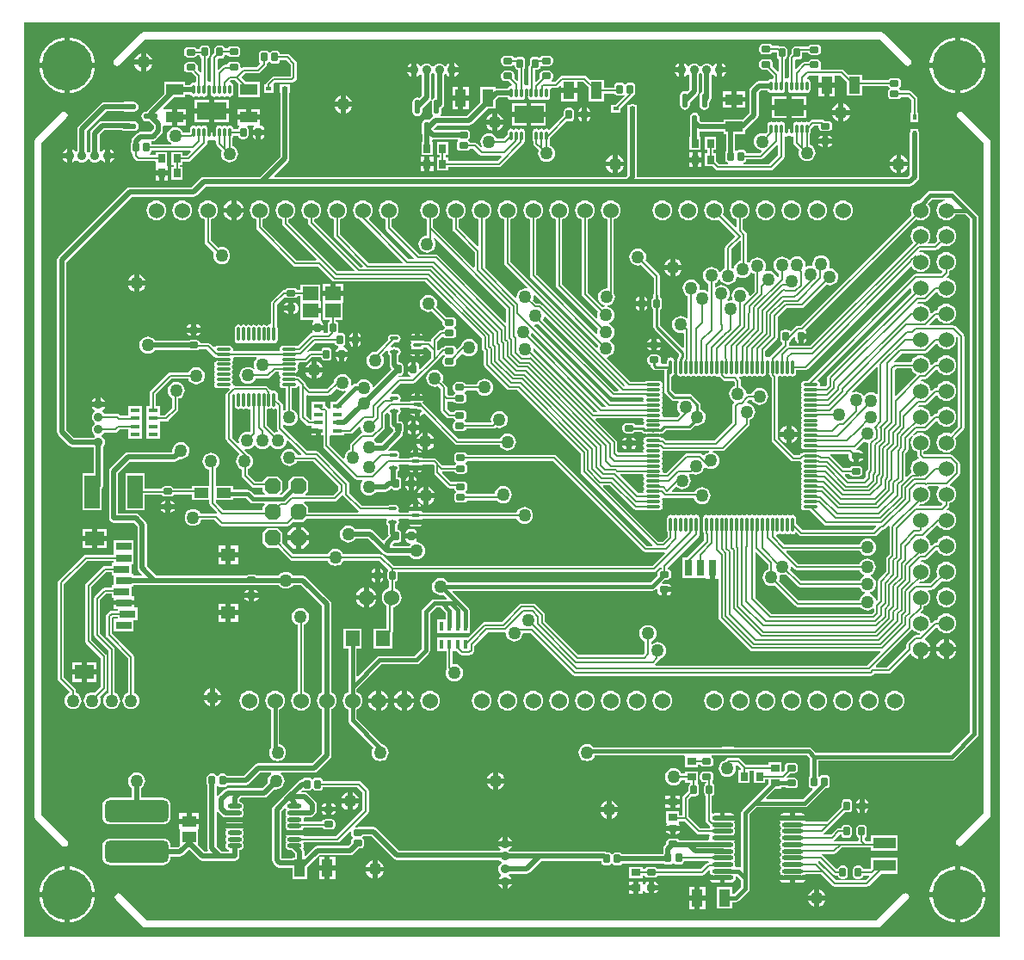
<source format=gtl>
%FSLAX25Y25*%
%MOIN*%
G70*
G01*
G75*
G04 Layer_Physical_Order=1*
G04 Layer_Color=8978557*
G04:AMPARAMS|DCode=10|XSize=23.62mil|YSize=35.43mil|CornerRadius=5.91mil|HoleSize=0mil|Usage=FLASHONLY|Rotation=0.000|XOffset=0mil|YOffset=0mil|HoleType=Round|Shape=RoundedRectangle|*
%AMROUNDEDRECTD10*
21,1,0.02362,0.02362,0,0,0.0*
21,1,0.01181,0.03543,0,0,0.0*
1,1,0.01181,0.00591,-0.01181*
1,1,0.01181,-0.00591,-0.01181*
1,1,0.01181,-0.00591,0.01181*
1,1,0.01181,0.00591,0.01181*
%
%ADD10ROUNDEDRECTD10*%
G04:AMPARAMS|DCode=11|XSize=23.62mil|YSize=35.43mil|CornerRadius=5.91mil|HoleSize=0mil|Usage=FLASHONLY|Rotation=270.000|XOffset=0mil|YOffset=0mil|HoleType=Round|Shape=RoundedRectangle|*
%AMROUNDEDRECTD11*
21,1,0.02362,0.02362,0,0,270.0*
21,1,0.01181,0.03543,0,0,270.0*
1,1,0.01181,-0.01181,-0.00591*
1,1,0.01181,-0.01181,0.00591*
1,1,0.01181,0.01181,0.00591*
1,1,0.01181,0.01181,-0.00591*
%
%ADD11ROUNDEDRECTD11*%
%ADD12R,0.01575X0.02165*%
%ADD13O,0.05512X0.01772*%
%ADD14O,0.08268X0.01772*%
%ADD15R,0.06102X0.05315*%
%ADD16R,0.06693X0.04331*%
%ADD17R,0.04331X0.06693*%
%ADD18R,0.02165X0.01575*%
%ADD19O,0.05709X0.02165*%
%ADD20O,0.05709X0.02165*%
%ADD21O,0.02165X0.05709*%
%ADD22O,0.02165X0.05709*%
%ADD23R,0.05906X0.12598*%
G04:AMPARAMS|DCode=24|XSize=86.61mil|YSize=248.03mil|CornerRadius=21.65mil|HoleSize=0mil|Usage=FLASHONLY|Rotation=270.000|XOffset=0mil|YOffset=0mil|HoleType=Round|Shape=RoundedRectangle|*
%AMROUNDEDRECTD24*
21,1,0.08661,0.20472,0,0,270.0*
21,1,0.04331,0.24803,0,0,270.0*
1,1,0.04331,-0.10236,-0.02165*
1,1,0.04331,-0.10236,0.02165*
1,1,0.04331,0.10236,0.02165*
1,1,0.04331,0.10236,-0.02165*
%
%ADD24ROUNDEDRECTD24*%
%ADD25R,0.08740X0.04449*%
%ADD26R,0.05512X0.03937*%
%ADD27R,0.02756X0.03543*%
%ADD28R,0.03543X0.02756*%
%ADD29R,0.03740X0.01772*%
%ADD30O,0.05709X0.01181*%
%ADD31O,0.01181X0.05709*%
%ADD32R,0.02559X0.06299*%
%ADD33O,0.03347X0.01575*%
%ADD34R,0.05906X0.03150*%
%ADD35R,0.07480X0.05512*%
%ADD36R,0.05512X0.05118*%
%ADD37O,0.01181X0.03937*%
%ADD38R,0.11201X0.06500*%
%ADD39R,0.05512X0.06299*%
%ADD40R,0.01772X0.03740*%
%ADD41O,0.05906X0.01181*%
%ADD42O,0.01181X0.05906*%
%ADD43R,0.05512X0.04331*%
%ADD44C,0.01969*%
%ADD45C,0.00787*%
%ADD46C,0.01575*%
%ADD47C,0.00984*%
%ADD48C,0.03543*%
G04:AMPARAMS|DCode=49|XSize=62.01mil|YSize=62.01mil|CornerRadius=0mil|HoleSize=0mil|Usage=FLASHONLY|Rotation=0.000|XOffset=0mil|YOffset=0mil|HoleType=Round|Shape=Octagon|*
%AMOCTAGOND49*
4,1,8,0.03100,-0.01550,0.03100,0.01550,0.01550,0.03100,-0.01550,0.03100,-0.03100,0.01550,-0.03100,-0.01550,-0.01550,-0.03100,0.01550,-0.03100,0.03100,-0.01550,0.0*
%
%ADD49OCTAGOND49*%

%ADD50C,0.19685*%
%ADD51C,0.06000*%
%ADD52C,0.05000*%
G36*
X377933Y-30D02*
X-19D01*
Y354301D01*
X377933D01*
Y-30D01*
D02*
G37*
%LPC*%
G36*
X250658Y133661D02*
X248918D01*
Y132433D01*
X249114D01*
X249735Y132557D01*
X250261Y132908D01*
X250613Y133434D01*
X250658Y133661D01*
D02*
G37*
G36*
X90716Y131397D02*
X88976D01*
Y130169D01*
X89173D01*
X89793Y130293D01*
X90320Y130644D01*
X90671Y131170D01*
X90716Y131397D01*
D02*
G37*
G36*
X131398Y135499D02*
X131338Y135492D01*
X130365Y135089D01*
X129529Y134447D01*
X128888Y133612D01*
X128485Y132639D01*
X128477Y132579D01*
X131398D01*
Y135499D01*
D02*
G37*
G36*
X87008Y134594D02*
X86811D01*
X86190Y134470D01*
X85664Y134119D01*
X85312Y133593D01*
X85267Y133366D01*
X87008D01*
Y134594D01*
D02*
G37*
G36*
X133366Y135499D02*
Y132579D01*
X136287D01*
X136279Y132639D01*
X135876Y133612D01*
X135235Y134447D01*
X134399Y135089D01*
X133426Y135492D01*
X133366Y135499D01*
D02*
G37*
G36*
X131398Y130610D02*
X128477D01*
X128485Y130550D01*
X128888Y129577D01*
X129529Y128742D01*
X130365Y128101D01*
X131338Y127697D01*
X131398Y127690D01*
Y130610D01*
D02*
G37*
G36*
X82742Y129226D02*
X79970D01*
Y126651D01*
X82742D01*
Y129226D01*
D02*
G37*
G36*
X136287Y130610D02*
X133366D01*
Y127690D01*
X133426Y127697D01*
X134399Y128101D01*
X135235Y128742D01*
X135876Y129577D01*
X136279Y130550D01*
X136287Y130610D01*
D02*
G37*
G36*
X87008Y131397D02*
X85267D01*
X85312Y131170D01*
X85664Y130644D01*
X86190Y130293D01*
X86811Y130169D01*
X87008D01*
Y131397D01*
D02*
G37*
G36*
X357059Y135426D02*
X356070Y135296D01*
X355149Y134915D01*
X354358Y134308D01*
X353751Y133516D01*
X353369Y132595D01*
X353239Y131606D01*
X353369Y130618D01*
X353751Y129696D01*
X354358Y128905D01*
X355149Y128298D01*
X356070Y127916D01*
X357059Y127786D01*
X358048Y127916D01*
X358969Y128298D01*
X359760Y128905D01*
X360367Y129696D01*
X360749Y130618D01*
X360879Y131606D01*
X360749Y132595D01*
X360367Y133516D01*
X359760Y134308D01*
X358969Y134915D01*
X358048Y135296D01*
X357059Y135426D01*
D02*
G37*
G36*
X89173Y134594D02*
X88976D01*
Y133366D01*
X90716D01*
X90671Y133593D01*
X90320Y134119D01*
X89793Y134470D01*
X89173Y134594D01*
D02*
G37*
G36*
X78002Y151667D02*
X75230D01*
Y149092D01*
X78002D01*
Y151667D01*
D02*
G37*
G36*
X82742Y147123D02*
X79970D01*
Y144549D01*
X82742D01*
Y147123D01*
D02*
G37*
G36*
Y151667D02*
X79970D01*
Y149092D01*
X82742D01*
Y151667D01*
D02*
G37*
G36*
X110163Y153720D02*
X107047D01*
Y150604D01*
X108113D01*
X110163Y152655D01*
Y153720D01*
D02*
G37*
G36*
X105079D02*
X101963D01*
Y152655D01*
X104013Y150604D01*
X105079D01*
Y153720D01*
D02*
G37*
G36*
X138925Y139173D02*
X137697D01*
Y137433D01*
X137924Y137478D01*
X138450Y137829D01*
X138801Y138355D01*
X138925Y138976D01*
Y139173D01*
D02*
G37*
G36*
X135728D02*
X134500D01*
Y138976D01*
X134624Y138355D01*
X134975Y137829D01*
X135501Y137478D01*
X135728Y137433D01*
Y139173D01*
D02*
G37*
G36*
Y142882D02*
X135501Y142836D01*
X134975Y142485D01*
X134624Y141959D01*
X134500Y141338D01*
Y141141D01*
X135728D01*
Y142882D01*
D02*
G37*
G36*
X78002Y147123D02*
X75230D01*
Y144549D01*
X78002D01*
Y147123D01*
D02*
G37*
G36*
X137697Y142882D02*
Y141141D01*
X138925D01*
Y141338D01*
X138801Y141959D01*
X138450Y142485D01*
X137924Y142836D01*
X137697Y142882D01*
D02*
G37*
G36*
X78002Y129226D02*
X75230D01*
Y126651D01*
X78002D01*
Y129226D01*
D02*
G37*
G36*
X148043Y95511D02*
Y92590D01*
X150964D01*
X150956Y92651D01*
X150553Y93624D01*
X149912Y94459D01*
X149076Y95100D01*
X148103Y95503D01*
X148043Y95511D01*
D02*
G37*
G36*
X146075D02*
X146015Y95503D01*
X145042Y95100D01*
X144206Y94459D01*
X143565Y93624D01*
X143162Y92651D01*
X143154Y92590D01*
X146075D01*
Y95511D01*
D02*
G37*
G36*
X71850Y96294D02*
X71070Y95971D01*
X70338Y95410D01*
X69777Y94678D01*
X69454Y93898D01*
X71850D01*
Y96294D01*
D02*
G37*
G36*
X22291Y101651D02*
X18535D01*
Y98879D01*
X22291D01*
Y101651D01*
D02*
G37*
G36*
X73819Y96294D02*
Y93898D01*
X76215D01*
X75892Y94678D01*
X75331Y95410D01*
X74600Y95971D01*
X73819Y96294D01*
D02*
G37*
G36*
X71850Y91929D02*
X69454D01*
X69777Y91148D01*
X70338Y90417D01*
X71070Y89856D01*
X71850Y89533D01*
Y91929D01*
D02*
G37*
G36*
X337059Y95426D02*
X336070Y95296D01*
X335149Y94915D01*
X334358Y94308D01*
X333751Y93516D01*
X333369Y92595D01*
X333239Y91606D01*
X333369Y90618D01*
X333751Y89696D01*
X334358Y88905D01*
X335149Y88298D01*
X336070Y87916D01*
X337059Y87786D01*
X338048Y87916D01*
X338969Y88298D01*
X339760Y88905D01*
X340367Y89696D01*
X340749Y90618D01*
X340879Y91606D01*
X340749Y92595D01*
X340367Y93516D01*
X339760Y94308D01*
X338969Y94915D01*
X338048Y95296D01*
X337059Y95426D01*
D02*
G37*
G36*
X76215Y91929D02*
X73819D01*
Y89533D01*
X74600Y89856D01*
X75331Y90417D01*
X75892Y91148D01*
X76215Y91929D01*
D02*
G37*
G36*
X138043Y95511D02*
Y92590D01*
X140964D01*
X140956Y92651D01*
X140553Y93624D01*
X139912Y94459D01*
X139076Y95100D01*
X138103Y95503D01*
X138043Y95511D01*
D02*
G37*
G36*
X136075D02*
X136015Y95503D01*
X135042Y95100D01*
X134206Y94459D01*
X133565Y93624D01*
X133162Y92651D01*
X133154Y92590D01*
X136075D01*
Y95511D01*
D02*
G37*
G36*
X28016Y101651D02*
X24260D01*
Y98879D01*
X28016D01*
Y101651D01*
D02*
G37*
G36*
X358043Y115511D02*
Y112591D01*
X360964D01*
X360956Y112651D01*
X360553Y113624D01*
X359912Y114459D01*
X359076Y115100D01*
X358103Y115503D01*
X358043Y115511D01*
D02*
G37*
G36*
X356075D02*
X356015Y115503D01*
X355042Y115100D01*
X354206Y114459D01*
X353565Y113624D01*
X353162Y112651D01*
X353154Y112591D01*
X356075D01*
Y115511D01*
D02*
G37*
G36*
X78002Y124682D02*
X75230D01*
Y122108D01*
X78002D01*
Y124682D01*
D02*
G37*
G36*
X42387Y128620D02*
X34482D01*
Y127029D01*
X36269D01*
Y126477D01*
X33738D01*
X33738Y126477D01*
X33277Y126386D01*
X32886Y126125D01*
X32886Y126125D01*
X31924Y125163D01*
X31663Y124772D01*
X31571Y124311D01*
X31571Y124311D01*
Y116998D01*
X31571Y116998D01*
X31663Y116537D01*
X31924Y116146D01*
X40036Y108034D01*
Y94666D01*
X39582Y94478D01*
X38896Y93951D01*
X38369Y93264D01*
X38037Y92465D01*
X37924Y91606D01*
X38037Y90748D01*
X38369Y89948D01*
X38896Y89262D01*
X39582Y88735D01*
X40382Y88403D01*
X41240Y88291D01*
X42098Y88403D01*
X42898Y88735D01*
X43585Y89262D01*
X44112Y89948D01*
X44443Y90748D01*
X44556Y91606D01*
X44443Y92465D01*
X44112Y93264D01*
X43585Y93951D01*
X42898Y94478D01*
X42444Y94666D01*
Y108533D01*
X42444Y108533D01*
X42353Y108994D01*
X42092Y109385D01*
X42092Y109385D01*
X33980Y117497D01*
Y123812D01*
X34236Y124069D01*
X36269D01*
Y123304D01*
X34694D01*
Y118580D01*
X42175D01*
Y122911D01*
X43750D01*
Y127635D01*
X42387D01*
Y128620D01*
D02*
G37*
G36*
X82742Y124682D02*
X79970D01*
Y122108D01*
X82742D01*
Y124682D01*
D02*
G37*
G36*
X28016Y106391D02*
X24260D01*
Y103619D01*
X28016D01*
Y106391D01*
D02*
G37*
G36*
X22291D02*
X18535D01*
Y103619D01*
X22291D01*
Y106391D01*
D02*
G37*
G36*
X350964Y110622D02*
X348043D01*
Y107701D01*
X348103Y107709D01*
X349076Y108112D01*
X349912Y108754D01*
X350553Y109589D01*
X350956Y110562D01*
X350964Y110622D01*
D02*
G37*
G36*
X360964D02*
X358043D01*
Y107701D01*
X358103Y107709D01*
X359076Y108112D01*
X359912Y108754D01*
X360553Y109589D01*
X360956Y110562D01*
X360964Y110622D01*
D02*
G37*
G36*
X356075D02*
X353154D01*
X353162Y110562D01*
X353565Y109589D01*
X354206Y108754D01*
X355042Y108112D01*
X356015Y107709D01*
X356075Y107701D01*
Y110622D01*
D02*
G37*
G36*
X26228Y153423D02*
X22472D01*
Y150651D01*
X26228D01*
Y153423D01*
D02*
G37*
G36*
X233268Y190354D02*
X231528D01*
X231573Y190127D01*
X231925Y189601D01*
X232451Y189250D01*
X233071Y189126D01*
X233268D01*
Y190354D01*
D02*
G37*
G36*
X158696Y191043D02*
X156299D01*
Y188647D01*
X157080Y188970D01*
X157811Y189531D01*
X158372Y190262D01*
X158696Y191043D01*
D02*
G37*
G36*
X236977Y190354D02*
X235237D01*
Y189126D01*
X235433D01*
X236054Y189250D01*
X236580Y189601D01*
X236932Y190127D01*
X236977Y190354D01*
D02*
G37*
G36*
X299444Y193799D02*
X297047D01*
Y191403D01*
X297828Y191726D01*
X298559Y192287D01*
X299120Y193018D01*
X299444Y193799D01*
D02*
G37*
G36*
X295079D02*
X292682D01*
X293006Y193018D01*
X293567Y192287D01*
X294298Y191726D01*
X295079Y191403D01*
Y193799D01*
D02*
G37*
G36*
X60630Y191800D02*
X59772Y191687D01*
X58972Y191356D01*
X58285Y190829D01*
X57758Y190142D01*
X57427Y189342D01*
X57314Y188484D01*
X57351Y188206D01*
X57021Y187830D01*
X40157D01*
X39466Y187692D01*
X38880Y187301D01*
X33270Y181691D01*
X32878Y181105D01*
X32741Y180413D01*
Y162303D01*
X32878Y161612D01*
X33270Y161026D01*
X33856Y160634D01*
X34547Y160497D01*
X42362D01*
X43764Y159094D01*
Y142990D01*
X43902Y142298D01*
X44294Y141712D01*
X45472Y140533D01*
X45281Y140071D01*
X42175D01*
Y140627D01*
X41387D01*
Y144564D01*
X42175D01*
Y148915D01*
X42175D01*
Y153639D01*
X34694D01*
Y149289D01*
X34694D01*
Y148131D01*
X23698D01*
X23237Y148039D01*
X23081Y147935D01*
X22847Y147778D01*
X22847Y147778D01*
X13223Y138155D01*
X12962Y137764D01*
X12871Y137303D01*
X12871Y137303D01*
Y100197D01*
X12871Y100197D01*
X12962Y99736D01*
X13223Y99345D01*
X17441Y95128D01*
X17363Y94570D01*
X17141Y94478D01*
X16455Y93951D01*
X15928Y93264D01*
X15597Y92465D01*
X15484Y91606D01*
X15597Y90748D01*
X15928Y89948D01*
X16455Y89262D01*
X17141Y88735D01*
X17941Y88403D01*
X18799Y88291D01*
X19657Y88403D01*
X20457Y88735D01*
X21144Y89262D01*
X21671Y89948D01*
X22002Y90748D01*
X22115Y91606D01*
X22002Y92465D01*
X21671Y93264D01*
X21144Y93951D01*
X20457Y94478D01*
X20004Y94666D01*
Y95472D01*
X19912Y95933D01*
X19651Y96324D01*
X15279Y100696D01*
Y136804D01*
X24197Y145722D01*
X34694D01*
Y144958D01*
X33907D01*
Y143800D01*
X31080D01*
X30619Y143708D01*
X30229Y143447D01*
X23853Y137072D01*
X23592Y136681D01*
X23501Y136221D01*
X23501Y136220D01*
Y114764D01*
X23501Y114764D01*
X23592Y114303D01*
X23853Y113912D01*
X29603Y108163D01*
Y96956D01*
X27363Y94716D01*
X27138Y94809D01*
X26280Y94922D01*
X25421Y94809D01*
X24622Y94478D01*
X23935Y93951D01*
X23408Y93264D01*
X23077Y92465D01*
X22964Y91606D01*
X23077Y90748D01*
X23408Y89948D01*
X23935Y89262D01*
X24622Y88735D01*
X25421Y88403D01*
X26280Y88291D01*
X27138Y88403D01*
X27937Y88735D01*
X28624Y89262D01*
X29151Y89948D01*
X29482Y90748D01*
X29595Y91606D01*
X29482Y92465D01*
X29200Y93146D01*
X31659Y95605D01*
X31659Y95605D01*
X31815Y95839D01*
X31920Y95996D01*
X32011Y96457D01*
Y108661D01*
X31920Y109122D01*
X31815Y109279D01*
X31659Y109513D01*
X31659Y109513D01*
X25909Y115263D01*
Y135722D01*
X31579Y141392D01*
X33907D01*
Y140234D01*
X34694D01*
Y136297D01*
X33907D01*
Y135358D01*
X31102D01*
X31102Y135358D01*
X30641Y135266D01*
X30251Y135005D01*
X27298Y132052D01*
X27037Y131662D01*
X26945Y131201D01*
X26945Y131201D01*
Y117126D01*
X26945Y117126D01*
X27037Y116665D01*
X27298Y116274D01*
X32556Y111017D01*
Y94666D01*
X32102Y94478D01*
X31415Y93951D01*
X30888Y93264D01*
X30557Y92465D01*
X30444Y91606D01*
X30557Y90748D01*
X30888Y89948D01*
X31415Y89262D01*
X32102Y88735D01*
X32902Y88403D01*
X33760Y88291D01*
X34618Y88403D01*
X35418Y88735D01*
X36105Y89262D01*
X36631Y89948D01*
X36963Y90748D01*
X37076Y91606D01*
X36963Y92465D01*
X36631Y93264D01*
X36105Y93951D01*
X35418Y94478D01*
X34964Y94666D01*
Y111516D01*
X34964Y111516D01*
X34872Y111977D01*
X34611Y112367D01*
X34611Y112367D01*
X29354Y117625D01*
Y130702D01*
X31601Y132949D01*
X33907D01*
Y131572D01*
X34482D01*
Y130588D01*
X42387D01*
Y132179D01*
X41387D01*
Y135903D01*
X42175D01*
Y136459D01*
X86183D01*
X86273Y136399D01*
X86811Y136292D01*
X89173D01*
X89711Y136399D01*
X89801Y136459D01*
X98522D01*
X98935Y135921D01*
X99622Y135394D01*
X100421Y135062D01*
X101279Y134949D01*
X102138Y135062D01*
X102937Y135394D01*
X103624Y135921D01*
X104037Y136459D01*
X107148D01*
X115252Y128355D01*
Y94957D01*
X115149Y94915D01*
X114358Y94308D01*
X113751Y93516D01*
X113369Y92595D01*
X113239Y91606D01*
X113369Y90618D01*
X113751Y89696D01*
X114358Y88905D01*
X115149Y88298D01*
X115252Y88255D01*
Y71055D01*
X111555Y67357D01*
X90551D01*
X89860Y67220D01*
X89274Y66829D01*
X84980Y62535D01*
X78602D01*
X78356Y62903D01*
X77900Y63207D01*
X77362Y63314D01*
X76181D01*
X75643Y63207D01*
X75188Y62903D01*
X74983Y62596D01*
X74930Y62579D01*
X74479D01*
X74427Y62596D01*
X74222Y62903D01*
X73766Y63207D01*
X73228Y63314D01*
X72047D01*
X71510Y63207D01*
X71054Y62903D01*
X70749Y62447D01*
X70642Y61909D01*
Y59547D01*
X70749Y59010D01*
X70831Y58887D01*
Y34449D01*
X70969Y33758D01*
X71044Y33645D01*
X70809Y33204D01*
X69646D01*
X67411Y35439D01*
X67323Y35925D01*
X67323D01*
X67323Y35925D01*
Y41618D01*
X67535D01*
Y43799D01*
X60024D01*
Y41618D01*
X60236D01*
Y35925D01*
X60236Y35925D01*
X60236D01*
X60147Y35438D01*
X59555Y34846D01*
X56620D01*
Y35205D01*
X56519Y35976D01*
X56221Y36694D01*
X55748Y37311D01*
X55131Y37784D01*
X54413Y38081D01*
X53642Y38183D01*
X33169D01*
X32399Y38081D01*
X31680Y37784D01*
X31063Y37311D01*
X30590Y36694D01*
X30292Y35976D01*
X30191Y35205D01*
Y30874D01*
X30292Y30103D01*
X30590Y29385D01*
X31063Y28768D01*
X31680Y28295D01*
X32399Y27997D01*
X33169Y27896D01*
X53642D01*
X54413Y27997D01*
X55131Y28295D01*
X55748Y28768D01*
X56221Y29385D01*
X56519Y30103D01*
X56620Y30874D01*
Y31233D01*
X60303D01*
X60994Y31370D01*
X61580Y31762D01*
X63779Y33961D01*
X67620Y30120D01*
X68206Y29729D01*
X68898Y29591D01*
X81398D01*
X82089Y29729D01*
X82675Y30120D01*
X83066Y30706D01*
X83204Y31398D01*
Y33629D01*
X83268D01*
X83921Y33759D01*
X84474Y34128D01*
X84844Y34682D01*
X84974Y35335D01*
X84844Y35987D01*
X84684Y36226D01*
X84507Y36614D01*
X84684Y37002D01*
X84844Y37241D01*
X84974Y37894D01*
X84844Y38546D01*
X84684Y38785D01*
X84507Y39173D01*
X84684Y39561D01*
X84844Y39800D01*
X84974Y40453D01*
X84844Y41106D01*
X84593Y41481D01*
X84627Y41652D01*
X84878Y42028D01*
X83923D01*
X83921Y42029D01*
X83268Y42159D01*
X79527D01*
X78875Y42029D01*
X78872Y42028D01*
X77917D01*
X78168Y41652D01*
X78202Y41481D01*
X77951Y41106D01*
X77821Y40453D01*
X77951Y39800D01*
X78111Y39561D01*
X78288Y39173D01*
X78111Y38785D01*
X77951Y38546D01*
X77821Y37894D01*
X77951Y37241D01*
X78111Y37002D01*
X78288Y36614D01*
X78111Y36226D01*
X77951Y35987D01*
X77821Y35335D01*
X77951Y34682D01*
X78321Y34128D01*
X78875Y33759D01*
X79149Y33704D01*
X79099Y33204D01*
X76437D01*
X74444Y35197D01*
Y48412D01*
X74774Y48565D01*
X74944Y48584D01*
X76577Y46951D01*
X77163Y46559D01*
X77341Y46524D01*
X77341Y46524D01*
X77854Y46422D01*
X81398D01*
X81408Y46424D01*
X83268D01*
X83921Y46554D01*
X83923Y46555D01*
X84878D01*
X84627Y46930D01*
X84593Y47102D01*
X84844Y47477D01*
X84974Y48130D01*
X84844Y48783D01*
X84684Y49022D01*
X84507Y49409D01*
X84684Y49797D01*
X84844Y50036D01*
X84974Y50689D01*
X84844Y51342D01*
X84474Y51895D01*
X83921Y52265D01*
X83268Y52395D01*
X83204D01*
Y53287D01*
X84016Y54099D01*
X92815D01*
X93506Y54237D01*
X94092Y54628D01*
X96768Y57304D01*
X97441Y57216D01*
X98299Y57329D01*
X99099Y57660D01*
X99786Y58187D01*
X100312Y58874D01*
X100644Y59673D01*
X100757Y60532D01*
X100644Y61390D01*
X100312Y62189D01*
X99786Y62876D01*
X99305Y63245D01*
X99475Y63745D01*
X112303D01*
X112994Y63882D01*
X113580Y64274D01*
X118335Y69029D01*
X118727Y69615D01*
X118865Y70306D01*
Y88255D01*
X118969Y88298D01*
X119760Y88905D01*
X120367Y89696D01*
X120749Y90618D01*
X120879Y91606D01*
X120749Y92595D01*
X120367Y93516D01*
X119760Y94308D01*
X118969Y94915D01*
X118865Y94958D01*
Y129103D01*
X118727Y129794D01*
X118335Y130380D01*
X109174Y139542D01*
X108588Y139934D01*
X107896Y140071D01*
X104037D01*
X103624Y140610D01*
X102937Y141137D01*
X102138Y141468D01*
X101279Y141581D01*
X100421Y141468D01*
X99622Y141137D01*
X98935Y140610D01*
X98522Y140071D01*
X89867D01*
X89711Y140176D01*
X89173Y140283D01*
X86811D01*
X86273Y140176D01*
X86117Y140071D01*
X51043D01*
X47377Y143738D01*
Y159843D01*
X47240Y160534D01*
X46848Y161120D01*
X44388Y163580D01*
X43802Y163972D01*
X43110Y164110D01*
X36354D01*
Y179665D01*
X40906Y184217D01*
X58169D01*
X58861Y184355D01*
X59447Y184746D01*
X59957Y185257D01*
X60630Y185169D01*
X61488Y185282D01*
X62288Y185613D01*
X62975Y186140D01*
X63502Y186826D01*
X63833Y187626D01*
X63946Y188484D01*
X63833Y189342D01*
X63502Y190142D01*
X62975Y190829D01*
X62288Y191356D01*
X61488Y191687D01*
X60630Y191800D01*
D02*
G37*
G36*
X153953Y180807D02*
X152559D01*
Y179989D01*
X153158Y180108D01*
X153749Y180503D01*
X153953Y180807D01*
D02*
G37*
G36*
X150591Y188712D02*
X149992Y188593D01*
X149400Y188198D01*
X149197Y187894D01*
X150591D01*
Y188712D01*
D02*
G37*
G36*
X154331Y191043D02*
X151934D01*
X152258Y190262D01*
X152819Y189531D01*
X153550Y188970D01*
X154331Y188647D01*
Y191043D01*
D02*
G37*
G36*
X152559Y188712D02*
Y187894D01*
X153953D01*
X153749Y188198D01*
X153158Y188593D01*
X152559Y188712D01*
D02*
G37*
G36*
X233268Y193551D02*
X233071D01*
X232451Y193427D01*
X231925Y193076D01*
X231573Y192550D01*
X231528Y192323D01*
X233268D01*
Y193551D01*
D02*
G37*
G36*
X152901Y196359D02*
X151673D01*
Y194618D01*
X151900Y194664D01*
X152426Y195015D01*
X152778Y195541D01*
X152901Y196162D01*
Y196359D01*
D02*
G37*
G36*
X149705D02*
X148477D01*
Y196162D01*
X148600Y195541D01*
X148952Y195015D01*
X149478Y194664D01*
X149705Y194618D01*
Y196359D01*
D02*
G37*
G36*
X295079Y198164D02*
X294298Y197841D01*
X293567Y197280D01*
X293006Y196549D01*
X292682Y195768D01*
X295079D01*
Y198164D01*
D02*
G37*
G36*
X149705Y200067D02*
X149478Y200022D01*
X148952Y199671D01*
X148600Y199144D01*
X148477Y198524D01*
Y198327D01*
X149705D01*
Y200067D01*
D02*
G37*
G36*
X297047Y198164D02*
Y195768D01*
X299444D01*
X299120Y196549D01*
X298559Y197280D01*
X297828Y197841D01*
X297047Y198164D01*
D02*
G37*
G36*
X154331Y195408D02*
X153550Y195085D01*
X152819Y194524D01*
X152258Y193793D01*
X151934Y193012D01*
X154331D01*
Y195408D01*
D02*
G37*
G36*
X235433Y193551D02*
X235237D01*
Y192323D01*
X236977D01*
X236932Y192550D01*
X236580Y193076D01*
X236054Y193427D01*
X235433Y193551D01*
D02*
G37*
G36*
X156299Y195408D02*
Y193012D01*
X158696D01*
X158372Y193793D01*
X157811Y194524D01*
X157080Y195085D01*
X156299Y195408D01*
D02*
G37*
G36*
X112992Y195177D02*
X111106D01*
Y194276D01*
X112992D01*
Y195177D01*
D02*
G37*
G36*
X100886Y330546D02*
X100194Y330409D01*
X100054Y330315D01*
X99016D01*
Y327165D01*
X99079D01*
Y302421D01*
X91181Y294523D01*
X69587D01*
X68895Y294385D01*
X68309Y293994D01*
X64803Y290488D01*
X40748D01*
X40057Y290350D01*
X39471Y289958D01*
X13093Y263580D01*
X12701Y262994D01*
X12564Y262303D01*
Y195768D01*
X12701Y195076D01*
X13093Y194490D01*
X17128Y190455D01*
X17714Y190063D01*
X18406Y189926D01*
X26802D01*
X26817Y189907D01*
X26835Y189893D01*
Y179626D01*
X22539D01*
Y165453D01*
X30020D01*
Y173775D01*
X30311Y174210D01*
X30448Y174902D01*
Y189893D01*
X30467Y189907D01*
X30877Y190442D01*
X31135Y191064D01*
X31223Y191732D01*
X31135Y192400D01*
X30877Y193023D01*
X30467Y193557D01*
X30009Y193909D01*
X29966Y194193D01*
X30009Y194477D01*
X30467Y194828D01*
X30877Y195363D01*
X30913Y195449D01*
X35039D01*
X35039Y195449D01*
X35500Y195541D01*
X35891Y195802D01*
X36719Y196630D01*
X40059D01*
Y196161D01*
Y193012D01*
X45374D01*
Y196161D01*
Y199311D01*
Y202461D01*
Y205807D01*
X40059D01*
Y202461D01*
Y202090D01*
X37113D01*
X36777Y202426D01*
X36386Y202687D01*
X35925Y202779D01*
X35925Y202779D01*
X30913D01*
X30877Y202865D01*
X30467Y203400D01*
X30204Y203602D01*
X30172Y203694D01*
X30218Y204212D01*
X30619Y204519D01*
X31063Y205098D01*
X31234Y205512D01*
X26049D01*
X26221Y205098D01*
X26665Y204519D01*
X27066Y204212D01*
X27112Y203694D01*
X27080Y203602D01*
X26817Y203400D01*
X26406Y202865D01*
X26149Y202243D01*
X26061Y201575D01*
X26149Y200907D01*
X26406Y200284D01*
X26817Y199750D01*
X27275Y199398D01*
X27317Y199114D01*
X27275Y198830D01*
X26817Y198479D01*
X26406Y197944D01*
X26149Y197322D01*
X26061Y196653D01*
X26149Y195985D01*
X26406Y195363D01*
X26817Y194828D01*
X27275Y194477D01*
X27317Y194193D01*
X27275Y193909D01*
X26817Y193557D01*
X26802Y193539D01*
X19154D01*
X16176Y196516D01*
Y261555D01*
X41496Y286875D01*
X65551D01*
X66242Y287012D01*
X66829Y287404D01*
X70335Y290910D01*
X342913D01*
X343605Y291048D01*
X344191Y291439D01*
X346061Y293309D01*
X346452Y293895D01*
X346590Y294587D01*
Y311319D01*
X346452Y312010D01*
X346358Y312151D01*
Y313189D01*
X343209D01*
Y312151D01*
X343115Y312010D01*
X342977Y311319D01*
Y295335D01*
X342165Y294523D01*
X237239D01*
Y319390D01*
X237303D01*
Y322539D01*
X236265D01*
X236124Y322633D01*
X235433Y322771D01*
X234742Y322633D01*
X234601Y322539D01*
X233563D01*
Y319390D01*
X233627D01*
Y295138D01*
X233012Y294523D01*
X96943D01*
X96752Y294985D01*
X102163Y300396D01*
X102555Y300982D01*
X102692Y301673D01*
Y327165D01*
X102756D01*
Y330315D01*
X101718D01*
X101577Y330409D01*
X100886Y330546D01*
D02*
G37*
G36*
X150591Y180807D02*
X149197D01*
X149400Y180503D01*
X149992Y180108D01*
X150591Y179989D01*
Y180807D01*
D02*
G37*
G36*
X153854Y159843D02*
X149099D01*
X149302Y159538D01*
X149893Y159143D01*
X150591Y159004D01*
X152362D01*
X153060Y159143D01*
X153651Y159538D01*
X153854Y159843D01*
D02*
G37*
G36*
X150394Y158118D02*
X149213D01*
X148592Y157995D01*
X148066Y157643D01*
X147714Y157117D01*
X147591Y156497D01*
Y156300D01*
X152015D01*
Y156497D01*
X151892Y157117D01*
X151541Y157643D01*
X151014Y157995D01*
X150394Y158118D01*
D02*
G37*
G36*
X54528Y165748D02*
X52788D01*
X52833Y165521D01*
X53184Y164995D01*
X53711Y164643D01*
X54331Y164520D01*
X54528D01*
Y165748D01*
D02*
G37*
G36*
X150492Y167748D02*
X149893Y167629D01*
X149302Y167234D01*
X149099Y166929D01*
X150492D01*
Y167748D01*
D02*
G37*
G36*
X58237Y165748D02*
X56497D01*
Y164520D01*
X56693D01*
X57314Y164643D01*
X57840Y164995D01*
X58192Y165521D01*
X58237Y165748D01*
D02*
G37*
G36*
X26228Y158163D02*
X22472D01*
Y155391D01*
X26228D01*
Y158163D01*
D02*
G37*
G36*
X31953Y153423D02*
X28197D01*
Y150651D01*
X31953D01*
Y153423D01*
D02*
G37*
G36*
Y158163D02*
X28197D01*
Y155391D01*
X31953D01*
Y158163D01*
D02*
G37*
G36*
X108113Y158805D02*
X107047D01*
Y155689D01*
X110163D01*
Y156755D01*
X108113Y158805D01*
D02*
G37*
G36*
X105079D02*
X104013D01*
X101963Y156755D01*
Y155689D01*
X105079D01*
Y158805D01*
D02*
G37*
G36*
X152461Y167748D02*
Y166929D01*
X153854D01*
X153651Y167234D01*
X153060Y167629D01*
X152461Y167748D01*
D02*
G37*
G36*
X148819Y174803D02*
X147591D01*
Y174607D01*
X147714Y173986D01*
X148066Y173460D01*
X148592Y173108D01*
X148819Y173063D01*
Y174803D01*
D02*
G37*
G36*
X156496Y174345D02*
Y171949D01*
X158893D01*
X158569Y172730D01*
X158008Y173461D01*
X157277Y174022D01*
X156496Y174345D01*
D02*
G37*
G36*
X152015Y174803D02*
X150787D01*
Y173063D01*
X151014Y173108D01*
X151541Y173460D01*
X151892Y173986D01*
X152015Y174607D01*
Y174803D01*
D02*
G37*
G36*
X150787Y178512D02*
Y176772D01*
X152015D01*
Y176969D01*
X151892Y177589D01*
X151541Y178116D01*
X151014Y178467D01*
X150787Y178512D01*
D02*
G37*
G36*
X148819D02*
X148592Y178467D01*
X148066Y178116D01*
X147714Y177589D01*
X147591Y176969D01*
Y176772D01*
X148819D01*
Y178512D01*
D02*
G37*
G36*
X158893Y169980D02*
X156496D01*
Y167584D01*
X157277Y167907D01*
X158008Y168468D01*
X158569Y169200D01*
X158893Y169980D01*
D02*
G37*
G36*
X154528D02*
X152131D01*
X152455Y169200D01*
X153016Y168468D01*
X153747Y167907D01*
X154528Y167584D01*
Y169980D01*
D02*
G37*
G36*
X54528Y168945D02*
X54331D01*
X53711Y168821D01*
X53184Y168470D01*
X52833Y167943D01*
X52788Y167717D01*
X54528D01*
Y168945D01*
D02*
G37*
G36*
X154528Y174345D02*
X153747Y174022D01*
X153016Y173461D01*
X152455Y172730D01*
X152131Y171949D01*
X154528D01*
Y174345D01*
D02*
G37*
G36*
X56693Y168945D02*
X56497D01*
Y167717D01*
X58237D01*
X58192Y167943D01*
X57840Y168470D01*
X57314Y168821D01*
X56693Y168945D01*
D02*
G37*
G36*
X120488Y25689D02*
X118307D01*
Y22327D01*
X120488D01*
Y25689D01*
D02*
G37*
G36*
X116339D02*
X114157D01*
Y22327D01*
X116339D01*
Y25689D01*
D02*
G37*
G36*
X139109Y25295D02*
X136713D01*
Y22899D01*
X137494Y23222D01*
X138225Y23783D01*
X138786Y24514D01*
X139109Y25295D01*
D02*
G37*
G36*
X134744Y29660D02*
X133963Y29337D01*
X133232Y28776D01*
X132671Y28045D01*
X132348Y27264D01*
X134744D01*
Y29660D01*
D02*
G37*
G36*
Y25295D02*
X132348D01*
X132671Y24514D01*
X133232Y23783D01*
X133963Y23222D01*
X134744Y22899D01*
Y25295D01*
D02*
G37*
G36*
X243897Y21405D02*
X243701D01*
Y20177D01*
X245441D01*
X245396Y20404D01*
X245044Y20930D01*
X244518Y21282D01*
X243897Y21405D01*
D02*
G37*
G36*
X235827Y21571D02*
X234039D01*
Y20177D01*
X235827D01*
Y21571D01*
D02*
G37*
G36*
X269390Y22047D02*
X265516D01*
X265766Y21672D01*
X266390Y21255D01*
X267126Y21109D01*
X269390D01*
Y22047D01*
D02*
G37*
G36*
X302398D02*
X298524D01*
Y21109D01*
X300787D01*
X301523Y21255D01*
X302147Y21672D01*
X302398Y22047D01*
D02*
G37*
G36*
X296555D02*
X292681D01*
X292932Y21672D01*
X293555Y21255D01*
X294291Y21109D01*
X296555D01*
Y22047D01*
D02*
G37*
G36*
X136713Y29660D02*
Y27264D01*
X139109D01*
X138786Y28045D01*
X138225Y28776D01*
X137494Y29337D01*
X136713Y29660D01*
D02*
G37*
G36*
X254004Y41142D02*
X252264D01*
Y39914D01*
X252461D01*
X253082Y40037D01*
X253608Y40389D01*
X253959Y40915D01*
X254004Y41142D01*
D02*
G37*
G36*
X250296D02*
X248555D01*
X248601Y40915D01*
X248952Y40389D01*
X249478Y40037D01*
X250099Y39914D01*
X250296D01*
Y41142D01*
D02*
G37*
G36*
X43406Y63847D02*
X42547Y63734D01*
X41748Y63403D01*
X41061Y62876D01*
X40534Y62189D01*
X40203Y61390D01*
X40090Y60532D01*
X40203Y59673D01*
X40534Y58874D01*
X41061Y58187D01*
X41599Y57774D01*
Y53994D01*
X33169D01*
X32399Y53892D01*
X31680Y53595D01*
X31063Y53122D01*
X30590Y52505D01*
X30292Y51787D01*
X30191Y51016D01*
Y46685D01*
X30292Y45914D01*
X30590Y45196D01*
X31063Y44579D01*
X31680Y44106D01*
X32399Y43808D01*
X33169Y43707D01*
X53642D01*
X54413Y43808D01*
X55131Y44106D01*
X55748Y44579D01*
X56221Y45196D01*
X56519Y45914D01*
X56620Y46685D01*
Y51016D01*
X56519Y51787D01*
X56221Y52505D01*
X55748Y53122D01*
X55131Y53595D01*
X54413Y53892D01*
X53642Y53994D01*
X45212D01*
Y57774D01*
X45750Y58187D01*
X46277Y58874D01*
X46608Y59673D01*
X46721Y60532D01*
X46608Y61390D01*
X46277Y62189D01*
X45750Y62876D01*
X45063Y63403D01*
X44264Y63734D01*
X43406Y63847D01*
D02*
G37*
G36*
X62795Y47949D02*
X60024D01*
Y45768D01*
X62795D01*
Y47949D01*
D02*
G37*
G36*
X84878Y44587D02*
X77917D01*
X78114Y44291D01*
X77917Y43996D01*
X84878D01*
X84681Y44291D01*
X84878Y44587D01*
D02*
G37*
G36*
X15354Y319909D02*
X14817Y319802D01*
X14361Y319497D01*
X4125Y309261D01*
X3820Y308805D01*
X3713Y308268D01*
Y46850D01*
X3820Y46313D01*
X4125Y45857D01*
X14558Y35424D01*
X15014Y35119D01*
X15551Y35012D01*
X16089Y35119D01*
X16545Y35424D01*
X16849Y35880D01*
X16956Y36417D01*
X16849Y36955D01*
X16545Y37411D01*
X6523Y47432D01*
Y307686D01*
X16348Y317511D01*
X16652Y317966D01*
X16759Y318504D01*
X16652Y319042D01*
X16348Y319497D01*
X15892Y319802D01*
X15354Y319909D01*
D02*
G37*
G36*
X118307Y31020D02*
Y27657D01*
X120488D01*
Y31020D01*
X118307D01*
D02*
G37*
G36*
X362598Y319909D02*
X362061Y319802D01*
X361605Y319497D01*
X361300Y319042D01*
X361193Y318504D01*
X361300Y317966D01*
X361605Y317511D01*
X371430Y307686D01*
Y47746D01*
X361330Y37646D01*
X361025Y37190D01*
X360918Y36653D01*
X361025Y36115D01*
X361330Y35659D01*
X361786Y35355D01*
X362323Y35248D01*
X362861Y35355D01*
X363317Y35659D01*
X373828Y46171D01*
X374133Y46626D01*
X374240Y47164D01*
Y308268D01*
X374133Y308805D01*
X373828Y309261D01*
X363592Y319497D01*
X363136Y319802D01*
X362598Y319909D01*
D02*
G37*
G36*
X187106Y38813D02*
Y37205D01*
X188714D01*
X188543Y37618D01*
X188099Y38197D01*
X187520Y38642D01*
X187106Y38813D01*
D02*
G37*
G36*
X185138D02*
X184724Y38642D01*
X184145Y38197D01*
X183701Y37618D01*
X183530Y37205D01*
X185138D01*
Y38813D01*
D02*
G37*
G36*
X188714Y20472D02*
X187106D01*
Y18864D01*
X187520Y19036D01*
X188099Y19480D01*
X188543Y20059D01*
X188714Y20472D01*
D02*
G37*
G36*
X263795Y14173D02*
X261614D01*
Y10811D01*
X263795D01*
Y14173D01*
D02*
G37*
G36*
X259646D02*
X257465D01*
Y10811D01*
X259646D01*
Y14173D01*
D02*
G37*
G36*
X305906Y14075D02*
X303509D01*
X303833Y13294D01*
X304394Y12563D01*
X305125Y12002D01*
X305906Y11678D01*
Y14075D01*
D02*
G37*
G36*
Y18440D02*
X305125Y18116D01*
X304394Y17555D01*
X303833Y16824D01*
X303509Y16043D01*
X305906D01*
Y18440D01*
D02*
G37*
G36*
X310270Y14075D02*
X307874D01*
Y11678D01*
X308655Y12002D01*
X309386Y12563D01*
X309947Y13294D01*
X310270Y14075D01*
D02*
G37*
G36*
X27334Y15551D02*
X17520D01*
Y5737D01*
X18237Y5793D01*
X19896Y6192D01*
X21473Y6845D01*
X22928Y7737D01*
X24226Y8845D01*
X25334Y10143D01*
X26226Y11598D01*
X26879Y13174D01*
X27278Y14834D01*
X27334Y15551D01*
D02*
G37*
G36*
X15551D02*
X5737D01*
X5793Y14834D01*
X6192Y13174D01*
X6845Y11598D01*
X7737Y10143D01*
X8845Y8845D01*
X10143Y7737D01*
X11598Y6845D01*
X13174Y6192D01*
X14834Y5793D01*
X15551Y5737D01*
Y15551D01*
D02*
G37*
G36*
X360433D02*
X350619D01*
X350675Y14834D01*
X351074Y13174D01*
X351727Y11598D01*
X352618Y10143D01*
X353727Y8845D01*
X355025Y7737D01*
X356480Y6845D01*
X358056Y6192D01*
X359716Y5793D01*
X360433Y5737D01*
Y15551D01*
D02*
G37*
G36*
X341300Y17035D02*
X340763Y16928D01*
X340307Y16623D01*
X330207Y6523D01*
X47432D01*
X37411Y16545D01*
X36955Y16849D01*
X36417Y16956D01*
X35880Y16849D01*
X35424Y16545D01*
X35119Y16089D01*
X35012Y15551D01*
X35119Y15014D01*
X35424Y14558D01*
X45857Y4125D01*
X46313Y3820D01*
X46850Y3713D01*
X330789D01*
X331326Y3820D01*
X331782Y4125D01*
X342294Y14636D01*
X342598Y15092D01*
X342705Y15630D01*
X342598Y16167D01*
X342294Y16623D01*
X341838Y16928D01*
X341300Y17035D01*
D02*
G37*
G36*
X372216Y15551D02*
X362402D01*
Y5737D01*
X363119Y5793D01*
X364778Y6192D01*
X366355Y6845D01*
X367810Y7737D01*
X369108Y8845D01*
X370216Y10143D01*
X371108Y11598D01*
X371761Y13174D01*
X372160Y14834D01*
X372216Y15551D01*
D02*
G37*
G36*
X307874Y18440D02*
Y16043D01*
X310270D01*
X309947Y16824D01*
X309386Y17555D01*
X308655Y18116D01*
X307874Y18440D01*
D02*
G37*
G36*
X17520Y27334D02*
Y17520D01*
X27334D01*
X27278Y18237D01*
X26879Y19896D01*
X26226Y21473D01*
X25334Y22928D01*
X24226Y24226D01*
X22928Y25334D01*
X21473Y26226D01*
X19896Y26879D01*
X18237Y27278D01*
X17520Y27334D01*
D02*
G37*
G36*
X15551D02*
X14834Y27278D01*
X13174Y26879D01*
X11598Y26226D01*
X10143Y25334D01*
X8845Y24226D01*
X7737Y22928D01*
X6845Y21473D01*
X6192Y19896D01*
X5793Y18237D01*
X5737Y17520D01*
X15551D01*
Y27334D01*
D02*
G37*
G36*
X360433D02*
X359716Y27278D01*
X358056Y26879D01*
X356480Y26226D01*
X355025Y25334D01*
X353727Y24226D01*
X352618Y22928D01*
X351727Y21473D01*
X351074Y19896D01*
X350675Y18237D01*
X350619Y17520D01*
X360433D01*
Y27334D01*
D02*
G37*
G36*
X185138Y20472D02*
X183530D01*
X183701Y20059D01*
X184145Y19480D01*
X184724Y19036D01*
X185138Y18864D01*
Y20472D01*
D02*
G37*
G36*
X362402Y27334D02*
Y17520D01*
X372216D01*
X372160Y18237D01*
X371761Y19896D01*
X371108Y21473D01*
X370216Y22928D01*
X369108Y24226D01*
X367810Y25334D01*
X366355Y26226D01*
X364778Y26879D01*
X363119Y27278D01*
X362402Y27334D01*
D02*
G37*
G36*
X263795Y19504D02*
X261614D01*
Y16142D01*
X263795D01*
Y19504D01*
D02*
G37*
G36*
X259646D02*
X257465D01*
Y16142D01*
X259646D01*
Y19504D01*
D02*
G37*
G36*
X235827Y18209D02*
X234039D01*
Y16815D01*
X235827D01*
Y18209D01*
D02*
G37*
G36*
X245441Y18209D02*
X243701D01*
Y16981D01*
X243897D01*
X244518Y17104D01*
X245044Y17456D01*
X245396Y17982D01*
X245441Y18209D01*
D02*
G37*
G36*
X239583Y21571D02*
X237795D01*
Y19193D01*
Y16815D01*
X239583D01*
Y17830D01*
X239805Y17904D01*
X240083Y17913D01*
X240388Y17456D01*
X240915Y17104D01*
X241535Y16981D01*
X241732D01*
Y19193D01*
Y21405D01*
X241535D01*
X240915Y21282D01*
X240388Y20930D01*
X240083Y20473D01*
X239805Y20482D01*
X239583Y20556D01*
Y21571D01*
D02*
G37*
G36*
X67535Y47949D02*
X64764D01*
Y45768D01*
X67535D01*
Y47949D01*
D02*
G37*
G36*
X177059Y95426D02*
X176070Y95296D01*
X175149Y94915D01*
X174358Y94308D01*
X173751Y93516D01*
X173369Y92595D01*
X173239Y91606D01*
X173369Y90618D01*
X173751Y89696D01*
X174358Y88905D01*
X175149Y88298D01*
X176070Y87916D01*
X177059Y87786D01*
X178048Y87916D01*
X178969Y88298D01*
X179760Y88905D01*
X180367Y89696D01*
X180749Y90618D01*
X180879Y91606D01*
X180749Y92595D01*
X180367Y93516D01*
X179760Y94308D01*
X178969Y94915D01*
X178048Y95296D01*
X177059Y95426D01*
D02*
G37*
G36*
X157059D02*
X156070Y95296D01*
X155149Y94915D01*
X154358Y94308D01*
X153751Y93516D01*
X153369Y92595D01*
X153239Y91606D01*
X153369Y90618D01*
X153751Y89696D01*
X154358Y88905D01*
X155149Y88298D01*
X156070Y87916D01*
X157059Y87786D01*
X158048Y87916D01*
X158969Y88298D01*
X159760Y88905D01*
X160367Y89696D01*
X160749Y90618D01*
X160879Y91606D01*
X160749Y92595D01*
X160367Y93516D01*
X159760Y94308D01*
X158969Y94915D01*
X158048Y95296D01*
X157059Y95426D01*
D02*
G37*
G36*
X187059D02*
X186070Y95296D01*
X185149Y94915D01*
X184358Y94308D01*
X183751Y93516D01*
X183369Y92595D01*
X183239Y91606D01*
X183369Y90618D01*
X183751Y89696D01*
X184358Y88905D01*
X185149Y88298D01*
X186070Y87916D01*
X187059Y87786D01*
X188048Y87916D01*
X188969Y88298D01*
X189760Y88905D01*
X190367Y89696D01*
X190749Y90618D01*
X190879Y91606D01*
X190749Y92595D01*
X190367Y93516D01*
X189760Y94308D01*
X188969Y94915D01*
X188048Y95296D01*
X187059Y95426D01*
D02*
G37*
G36*
X207059D02*
X206070Y95296D01*
X205149Y94915D01*
X204358Y94308D01*
X203751Y93516D01*
X203369Y92595D01*
X203239Y91606D01*
X203369Y90618D01*
X203751Y89696D01*
X204358Y88905D01*
X205149Y88298D01*
X206070Y87916D01*
X207059Y87786D01*
X208048Y87916D01*
X208969Y88298D01*
X209760Y88905D01*
X210367Y89696D01*
X210749Y90618D01*
X210879Y91606D01*
X210749Y92595D01*
X210367Y93516D01*
X209760Y94308D01*
X208969Y94915D01*
X208048Y95296D01*
X207059Y95426D01*
D02*
G37*
G36*
X197059D02*
X196070Y95296D01*
X195149Y94915D01*
X194358Y94308D01*
X193751Y93516D01*
X193369Y92595D01*
X193239Y91606D01*
X193369Y90618D01*
X193751Y89696D01*
X194358Y88905D01*
X195149Y88298D01*
X196070Y87916D01*
X197059Y87786D01*
X198048Y87916D01*
X198969Y88298D01*
X199760Y88905D01*
X200367Y89696D01*
X200749Y90618D01*
X200879Y91606D01*
X200749Y92595D01*
X200367Y93516D01*
X199760Y94308D01*
X198969Y94915D01*
X198048Y95296D01*
X197059Y95426D01*
D02*
G37*
G36*
X146075Y90622D02*
X143154D01*
X143162Y90562D01*
X143565Y89589D01*
X144206Y88753D01*
X145042Y88112D01*
X146015Y87709D01*
X146075Y87701D01*
Y90622D01*
D02*
G37*
G36*
X140964D02*
X138043D01*
Y87701D01*
X138103Y87709D01*
X139076Y88112D01*
X139912Y88753D01*
X140553Y89589D01*
X140956Y90562D01*
X140964Y90622D01*
D02*
G37*
G36*
X150964D02*
X148043D01*
Y87701D01*
X148103Y87709D01*
X149076Y88112D01*
X149912Y88753D01*
X150553Y89589D01*
X150956Y90562D01*
X150964Y90622D01*
D02*
G37*
G36*
X106890Y127430D02*
X106032Y127317D01*
X105232Y126986D01*
X104545Y126459D01*
X104018Y125772D01*
X103687Y124972D01*
X103574Y124114D01*
X103687Y123256D01*
X104018Y122456D01*
X104545Y121770D01*
X105232Y121243D01*
X105855Y120985D01*
Y95207D01*
X105149Y94915D01*
X104358Y94308D01*
X103751Y93516D01*
X103369Y92595D01*
X103239Y91606D01*
X103369Y90618D01*
X103751Y89696D01*
X104358Y88905D01*
X105149Y88298D01*
X106070Y87916D01*
X107059Y87786D01*
X108048Y87916D01*
X108969Y88298D01*
X109760Y88905D01*
X110367Y89696D01*
X110749Y90618D01*
X110879Y91606D01*
X110749Y92595D01*
X110367Y93516D01*
X109760Y94308D01*
X108969Y94915D01*
X108263Y95207D01*
Y121125D01*
X108548Y121243D01*
X109234Y121770D01*
X109761Y122456D01*
X110093Y123256D01*
X110205Y124114D01*
X110093Y124972D01*
X109761Y125772D01*
X109234Y126459D01*
X108548Y126986D01*
X107748Y127317D01*
X106890Y127430D01*
D02*
G37*
G36*
X87059Y95426D02*
X86070Y95296D01*
X85149Y94915D01*
X84358Y94308D01*
X83751Y93516D01*
X83369Y92595D01*
X83239Y91606D01*
X83369Y90618D01*
X83751Y89696D01*
X84358Y88905D01*
X85149Y88298D01*
X86070Y87916D01*
X87059Y87786D01*
X88048Y87916D01*
X88969Y88298D01*
X89760Y88905D01*
X90367Y89696D01*
X90749Y90618D01*
X90879Y91606D01*
X90749Y92595D01*
X90367Y93516D01*
X89760Y94308D01*
X88969Y94915D01*
X88048Y95296D01*
X87059Y95426D01*
D02*
G37*
G36*
X217059D02*
X216070Y95296D01*
X215149Y94915D01*
X214358Y94308D01*
X213751Y93516D01*
X213369Y92595D01*
X213239Y91606D01*
X213369Y90618D01*
X213751Y89696D01*
X214358Y88905D01*
X215149Y88298D01*
X216070Y87916D01*
X217059Y87786D01*
X218048Y87916D01*
X218969Y88298D01*
X219760Y88905D01*
X220367Y89696D01*
X220749Y90618D01*
X220879Y91606D01*
X220749Y92595D01*
X220367Y93516D01*
X219760Y94308D01*
X218969Y94915D01*
X218048Y95296D01*
X217059Y95426D01*
D02*
G37*
G36*
X297059D02*
X296070Y95296D01*
X295149Y94915D01*
X294358Y94308D01*
X293751Y93516D01*
X293369Y92595D01*
X293239Y91606D01*
X293369Y90618D01*
X293751Y89696D01*
X294358Y88905D01*
X295149Y88298D01*
X296070Y87916D01*
X297059Y87786D01*
X298048Y87916D01*
X298969Y88298D01*
X299760Y88905D01*
X300367Y89696D01*
X300749Y90618D01*
X300879Y91606D01*
X300749Y92595D01*
X300367Y93516D01*
X299760Y94308D01*
X298969Y94915D01*
X298048Y95296D01*
X297059Y95426D01*
D02*
G37*
G36*
X287059D02*
X286070Y95296D01*
X285149Y94915D01*
X284358Y94308D01*
X283751Y93516D01*
X283369Y92595D01*
X283239Y91606D01*
X283369Y90618D01*
X283751Y89696D01*
X284358Y88905D01*
X285149Y88298D01*
X286070Y87916D01*
X287059Y87786D01*
X288048Y87916D01*
X288969Y88298D01*
X289760Y88905D01*
X290367Y89696D01*
X290749Y90618D01*
X290879Y91606D01*
X290749Y92595D01*
X290367Y93516D01*
X289760Y94308D01*
X288969Y94915D01*
X288048Y95296D01*
X287059Y95426D01*
D02*
G37*
G36*
X307059D02*
X306070Y95296D01*
X305149Y94915D01*
X304358Y94308D01*
X303751Y93516D01*
X303369Y92595D01*
X303239Y91606D01*
X303369Y90618D01*
X303751Y89696D01*
X304358Y88905D01*
X305149Y88298D01*
X306070Y87916D01*
X307059Y87786D01*
X308048Y87916D01*
X308969Y88298D01*
X309760Y88905D01*
X310367Y89696D01*
X310749Y90618D01*
X310879Y91606D01*
X310749Y92595D01*
X310367Y93516D01*
X309760Y94308D01*
X308969Y94915D01*
X308048Y95296D01*
X307059Y95426D01*
D02*
G37*
G36*
X327059D02*
X326070Y95296D01*
X325149Y94915D01*
X324358Y94308D01*
X323751Y93516D01*
X323369Y92595D01*
X323239Y91606D01*
X323369Y90618D01*
X323751Y89696D01*
X324358Y88905D01*
X325149Y88298D01*
X326070Y87916D01*
X327059Y87786D01*
X328048Y87916D01*
X328969Y88298D01*
X329760Y88905D01*
X330367Y89696D01*
X330749Y90618D01*
X330879Y91606D01*
X330749Y92595D01*
X330367Y93516D01*
X329760Y94308D01*
X328969Y94915D01*
X328048Y95296D01*
X327059Y95426D01*
D02*
G37*
G36*
X317059D02*
X316070Y95296D01*
X315149Y94915D01*
X314358Y94308D01*
X313751Y93516D01*
X313369Y92595D01*
X313239Y91606D01*
X313369Y90618D01*
X313751Y89696D01*
X314358Y88905D01*
X315149Y88298D01*
X316070Y87916D01*
X317059Y87786D01*
X318048Y87916D01*
X318969Y88298D01*
X319760Y88905D01*
X320367Y89696D01*
X320749Y90618D01*
X320879Y91606D01*
X320749Y92595D01*
X320367Y93516D01*
X319760Y94308D01*
X318969Y94915D01*
X318048Y95296D01*
X317059Y95426D01*
D02*
G37*
G36*
X237059D02*
X236070Y95296D01*
X235149Y94915D01*
X234358Y94308D01*
X233751Y93516D01*
X233369Y92595D01*
X233239Y91606D01*
X233369Y90618D01*
X233751Y89696D01*
X234358Y88905D01*
X235149Y88298D01*
X236070Y87916D01*
X237059Y87786D01*
X238048Y87916D01*
X238969Y88298D01*
X239760Y88905D01*
X240367Y89696D01*
X240749Y90618D01*
X240879Y91606D01*
X240749Y92595D01*
X240367Y93516D01*
X239760Y94308D01*
X238969Y94915D01*
X238048Y95296D01*
X237059Y95426D01*
D02*
G37*
G36*
X227059D02*
X226070Y95296D01*
X225149Y94915D01*
X224358Y94308D01*
X223751Y93516D01*
X223369Y92595D01*
X223239Y91606D01*
X223369Y90618D01*
X223751Y89696D01*
X224358Y88905D01*
X225149Y88298D01*
X226070Y87916D01*
X227059Y87786D01*
X228048Y87916D01*
X228969Y88298D01*
X229760Y88905D01*
X230367Y89696D01*
X230749Y90618D01*
X230879Y91606D01*
X230749Y92595D01*
X230367Y93516D01*
X229760Y94308D01*
X228969Y94915D01*
X228048Y95296D01*
X227059Y95426D01*
D02*
G37*
G36*
X247059D02*
X246070Y95296D01*
X245149Y94915D01*
X244358Y94308D01*
X243751Y93516D01*
X243369Y92595D01*
X243239Y91606D01*
X243369Y90618D01*
X243751Y89696D01*
X244358Y88905D01*
X245149Y88298D01*
X246070Y87916D01*
X247059Y87786D01*
X248048Y87916D01*
X248969Y88298D01*
X249760Y88905D01*
X250367Y89696D01*
X250749Y90618D01*
X250879Y91606D01*
X250749Y92595D01*
X250367Y93516D01*
X249760Y94308D01*
X248969Y94915D01*
X248048Y95296D01*
X247059Y95426D01*
D02*
G37*
G36*
X277059D02*
X276070Y95296D01*
X275149Y94915D01*
X274358Y94308D01*
X273751Y93516D01*
X273369Y92595D01*
X273239Y91606D01*
X273369Y90618D01*
X273751Y89696D01*
X274358Y88905D01*
X275149Y88298D01*
X276070Y87916D01*
X277059Y87786D01*
X278048Y87916D01*
X278969Y88298D01*
X279760Y88905D01*
X280367Y89696D01*
X280749Y90618D01*
X280879Y91606D01*
X280749Y92595D01*
X280367Y93516D01*
X279760Y94308D01*
X278969Y94915D01*
X278048Y95296D01*
X277059Y95426D01*
D02*
G37*
G36*
X267059D02*
X266070Y95296D01*
X265149Y94915D01*
X264358Y94308D01*
X263751Y93516D01*
X263369Y92595D01*
X263239Y91606D01*
X263369Y90618D01*
X263751Y89696D01*
X264358Y88905D01*
X265149Y88298D01*
X266070Y87916D01*
X267059Y87786D01*
X268048Y87916D01*
X268969Y88298D01*
X269760Y88905D01*
X270367Y89696D01*
X270749Y90618D01*
X270879Y91606D01*
X270749Y92595D01*
X270367Y93516D01*
X269760Y94308D01*
X268969Y94915D01*
X268048Y95296D01*
X267059Y95426D01*
D02*
G37*
G36*
X136075Y90622D02*
X133154D01*
X133162Y90562D01*
X133565Y89589D01*
X134206Y88753D01*
X135042Y88112D01*
X136015Y87709D01*
X136075Y87701D01*
Y90622D01*
D02*
G37*
G36*
X326720Y49901D02*
X325492D01*
Y48161D01*
X325719Y48206D01*
X326245Y48558D01*
X326597Y49084D01*
X326720Y49704D01*
Y49901D01*
D02*
G37*
G36*
X323524D02*
X322296D01*
Y49704D01*
X322419Y49084D01*
X322771Y48558D01*
X323297Y48206D01*
X323524Y48161D01*
Y49901D01*
D02*
G37*
G36*
X319193Y53472D02*
X318012D01*
X317474Y53365D01*
X317018Y53060D01*
X316714Y52604D01*
X316607Y52067D01*
Y50593D01*
X310722Y44708D01*
X302680D01*
X302483Y45079D01*
X301443D01*
X301440Y45080D01*
X300787Y45210D01*
X294291D01*
X293638Y45080D01*
X293636Y45079D01*
X292681D01*
X292932Y44703D01*
X292966Y44532D01*
X292715Y44157D01*
X292585Y43504D01*
X292715Y42851D01*
X293085Y42298D01*
Y42151D01*
X292715Y41598D01*
X292585Y40945D01*
X292715Y40292D01*
X292875Y40053D01*
X293052Y39665D01*
X292875Y39278D01*
X292715Y39039D01*
X292585Y38386D01*
X292715Y37733D01*
X293085Y37179D01*
Y37033D01*
X292715Y36480D01*
X292585Y35827D01*
X292715Y35174D01*
X292875Y34935D01*
X293052Y34547D01*
X292875Y34159D01*
X292715Y33921D01*
X292585Y33268D01*
X292715Y32615D01*
X293085Y32061D01*
Y31915D01*
X292715Y31361D01*
X292585Y30709D01*
X292715Y30056D01*
X292875Y29817D01*
X293052Y29429D01*
X292875Y29041D01*
X292715Y28802D01*
X292585Y28150D01*
X292715Y27497D01*
X293085Y26943D01*
Y26797D01*
X292715Y26243D01*
X292585Y25591D01*
X292715Y24938D01*
X292966Y24563D01*
X292932Y24391D01*
X292681Y24016D01*
X293636D01*
X293638Y24014D01*
X294291Y23884D01*
X300787D01*
X301440Y24014D01*
X301443Y24016D01*
X302483D01*
X302680Y24386D01*
X308556D01*
X313026Y19916D01*
X313417Y19655D01*
X313878Y19564D01*
X326319D01*
X326319Y19564D01*
X326780Y19655D01*
X327170Y19916D01*
X331860Y24606D01*
X338327D01*
Y30630D01*
X328012D01*
Y26515D01*
X327799Y26302D01*
X324924D01*
X324822Y26817D01*
X324517Y27273D01*
X324061Y27577D01*
X323524Y27684D01*
X322342D01*
X321805Y27577D01*
X321349Y27273D01*
X321044Y26817D01*
X320938Y26279D01*
Y23917D01*
X321044Y23379D01*
X321349Y22924D01*
X321805Y22619D01*
X322342Y22512D01*
X323524D01*
X324061Y22619D01*
X324517Y22924D01*
X324822Y23379D01*
X324924Y23894D01*
X327089D01*
X327280Y23432D01*
X325820Y21972D01*
X314377D01*
X309907Y26442D01*
X309907Y26442D01*
X307443Y28906D01*
X307543Y29279D01*
X307633Y29406D01*
X308163D01*
X313322Y24247D01*
X313713Y23986D01*
X314174Y23894D01*
X314174Y23894D01*
X315037D01*
X315139Y23379D01*
X315444Y22924D01*
X315899Y22619D01*
X316437Y22512D01*
X317618D01*
X318156Y22619D01*
X318612Y22924D01*
X318916Y23379D01*
X319023Y23917D01*
Y26279D01*
X318916Y26817D01*
X318612Y27273D01*
X318156Y27577D01*
X317618Y27684D01*
X316437D01*
X315899Y27577D01*
X315444Y27273D01*
X315139Y26817D01*
X315081Y26524D01*
X314551Y26424D01*
X309513Y31462D01*
X309122Y31723D01*
X308934Y31760D01*
X308983Y32260D01*
X313681D01*
X313681Y32260D01*
X314142Y32352D01*
X314533Y32613D01*
X314533Y32613D01*
X316542Y34623D01*
X325550Y34622D01*
X328012D01*
Y33543D01*
X338327D01*
Y39567D01*
X328012D01*
Y37031D01*
X326049D01*
X325515Y37565D01*
Y38516D01*
X325895Y38770D01*
X326200Y39226D01*
X326307Y39764D01*
Y42126D01*
X326200Y42663D01*
X325895Y43119D01*
X325439Y43424D01*
X324902Y43531D01*
X323721D01*
X323183Y43424D01*
X322727Y43119D01*
X322423Y42663D01*
X322316Y42126D01*
Y39764D01*
X322423Y39226D01*
X322727Y38770D01*
X323107Y38516D01*
Y37540D01*
X322617Y37041D01*
X313807Y37072D01*
X313656Y37573D01*
X313745Y37633D01*
X315853Y39740D01*
X316415D01*
X316517Y39226D01*
X316822Y38770D01*
X317277Y38465D01*
X317815Y38359D01*
X318996D01*
X319534Y38465D01*
X319989Y38770D01*
X320294Y39226D01*
X320401Y39764D01*
Y42126D01*
X320294Y42663D01*
X319989Y43119D01*
X319534Y43424D01*
X318996Y43531D01*
X317815D01*
X317277Y43424D01*
X316822Y43119D01*
X316517Y42663D01*
X316415Y42149D01*
X315354D01*
X314893Y42057D01*
X314737Y41953D01*
X314503Y41796D01*
X314503Y41796D01*
X312395Y39689D01*
X309592D01*
X309571Y39743D01*
X309509Y40189D01*
X309808Y40389D01*
X312072Y42652D01*
X312072Y42652D01*
X317768Y48348D01*
X318012Y48300D01*
X319193D01*
X319731Y48406D01*
X320186Y48711D01*
X320491Y49167D01*
X320598Y49704D01*
Y52067D01*
X320491Y52604D01*
X320186Y53060D01*
X319731Y53365D01*
X319193Y53472D01*
D02*
G37*
G36*
X253854Y51378D02*
X252067D01*
Y49984D01*
X253854D01*
Y51378D01*
D02*
G37*
G36*
X250098D02*
X248311D01*
Y49984D01*
X250098D01*
Y51378D01*
D02*
G37*
G36*
X229857Y48327D02*
X227461D01*
Y45930D01*
X228241Y46254D01*
X228973Y46815D01*
X229534Y47546D01*
X229857Y48327D01*
D02*
G37*
G36*
X225492D02*
X223096D01*
X223419Y47546D01*
X223980Y46815D01*
X224711Y46254D01*
X225492Y45930D01*
Y48327D01*
D02*
G37*
G36*
X273622Y47986D02*
X271358D01*
Y47047D01*
X275233D01*
X274982Y47423D01*
X274358Y47839D01*
X273622Y47986D01*
D02*
G37*
G36*
X300787D02*
X298524D01*
Y47047D01*
X302398D01*
X302147Y47423D01*
X301523Y47839D01*
X300787Y47986D01*
D02*
G37*
G36*
X296555D02*
X294291D01*
X293555Y47839D01*
X292932Y47423D01*
X292681Y47047D01*
X296555D01*
Y47986D01*
D02*
G37*
G36*
X225492Y52692D02*
X224711Y52368D01*
X223980Y51807D01*
X223419Y51076D01*
X223096Y50295D01*
X225492D01*
Y52692D01*
D02*
G37*
G36*
X185959Y59547D02*
X183563D01*
Y57151D01*
X184344Y57474D01*
X185075Y58035D01*
X185636Y58766D01*
X185959Y59547D01*
D02*
G37*
G36*
X181595D02*
X179198D01*
X179522Y58766D01*
X180082Y58035D01*
X180814Y57474D01*
X181595Y57151D01*
Y59547D01*
D02*
G37*
G36*
Y63912D02*
X180814Y63589D01*
X180082Y63028D01*
X179522Y62297D01*
X179198Y61516D01*
X181595D01*
Y63912D01*
D02*
G37*
G36*
X97059Y95426D02*
X96070Y95296D01*
X95149Y94915D01*
X94358Y94308D01*
X93751Y93516D01*
X93369Y92595D01*
X93239Y91606D01*
X93369Y90618D01*
X93751Y89696D01*
X94358Y88905D01*
X95149Y88298D01*
X95453Y88172D01*
Y73521D01*
X95160Y73138D01*
X94829Y72338D01*
X94716Y71480D01*
X94829Y70622D01*
X95160Y69822D01*
X95687Y69136D01*
X96374Y68609D01*
X97173Y68278D01*
X98032Y68164D01*
X98890Y68278D01*
X99689Y68609D01*
X100376Y69136D01*
X100903Y69822D01*
X101234Y70622D01*
X101347Y71480D01*
X101234Y72338D01*
X100903Y73138D01*
X100376Y73825D01*
X99689Y74352D01*
X98890Y74683D01*
X98665Y74713D01*
Y88172D01*
X98969Y88298D01*
X99760Y88905D01*
X100367Y89696D01*
X100749Y90618D01*
X100879Y91606D01*
X100749Y92595D01*
X100367Y93516D01*
X99760Y94308D01*
X98969Y94915D01*
X98048Y95296D01*
X97059Y95426D01*
D02*
G37*
G36*
X183563Y63912D02*
Y61516D01*
X185959D01*
X185636Y62297D01*
X185075Y63028D01*
X184344Y63589D01*
X183563Y63912D01*
D02*
G37*
G36*
X323524Y53610D02*
X323297Y53565D01*
X322771Y53213D01*
X322419Y52687D01*
X322296Y52067D01*
Y51870D01*
X323524D01*
Y53610D01*
D02*
G37*
G36*
X227461Y52692D02*
Y50295D01*
X229857D01*
X229534Y51076D01*
X228973Y51807D01*
X228241Y52368D01*
X227461Y52692D01*
D02*
G37*
G36*
X325492Y53610D02*
Y51870D01*
X326720D01*
Y52067D01*
X326597Y52687D01*
X326245Y53213D01*
X325719Y53565D01*
X325492Y53610D01*
D02*
G37*
G36*
X253854Y54740D02*
X252067D01*
Y53347D01*
X253854D01*
Y54740D01*
D02*
G37*
G36*
X250098D02*
X248311D01*
Y53347D01*
X250098D01*
Y54740D01*
D02*
G37*
G36*
X151673Y200067D02*
Y198327D01*
X152901D01*
Y198524D01*
X152778Y199144D01*
X152426Y199671D01*
X151900Y200022D01*
X151673Y200067D01*
D02*
G37*
G36*
X79140Y319094D02*
X73523D01*
Y315829D01*
X79140D01*
Y319094D01*
D02*
G37*
G36*
X71555D02*
X65939D01*
Y315829D01*
X71555D01*
Y319094D01*
D02*
G37*
G36*
X215846Y317716D02*
X214618D01*
Y317519D01*
X214742Y316899D01*
X215093Y316373D01*
X215619Y316021D01*
X215846Y315976D01*
Y317716D01*
D02*
G37*
G36*
X211516Y321287D02*
X210335D01*
X209797Y321180D01*
X209341Y320875D01*
X209037Y320419D01*
X208930Y319882D01*
Y318408D01*
X203384Y312863D01*
X203257Y312875D01*
X202801Y313180D01*
X202264Y313287D01*
X201726Y313180D01*
X201279Y312881D01*
X200833Y313180D01*
X200295Y313287D01*
X199758Y313180D01*
X199311Y312881D01*
X198864Y313180D01*
X198327Y313287D01*
X197789Y313180D01*
X197523Y313002D01*
X197505Y313029D01*
X197343Y313137D01*
Y312882D01*
X197333Y312876D01*
X197029Y312420D01*
X196922Y311882D01*
Y310504D01*
Y309126D01*
X197029Y308588D01*
X197122Y308448D01*
Y307579D01*
X197197Y307201D01*
X197198Y307200D01*
X197214Y307118D01*
X197475Y306727D01*
X199249Y304954D01*
X199061Y304500D01*
X198948Y303642D01*
X199061Y302784D01*
X199392Y301984D01*
X199919Y301297D01*
X200606Y300770D01*
X201406Y300439D01*
X202264Y300326D01*
X203122Y300439D01*
X203922Y300770D01*
X204608Y301297D01*
X205135Y301984D01*
X205467Y302784D01*
X205579Y303642D01*
X205467Y304500D01*
X205135Y305300D01*
X204608Y305986D01*
X203922Y306513D01*
X203468Y306701D01*
Y308448D01*
X203562Y308588D01*
X203669Y309126D01*
Y309741D01*
X210091Y316163D01*
X210335Y316114D01*
X211516D01*
X212053Y316221D01*
X212509Y316526D01*
X212814Y316982D01*
X212921Y317519D01*
Y319882D01*
X212814Y320419D01*
X212509Y320875D01*
X212053Y321180D01*
X211516Y321287D01*
D02*
G37*
G36*
X219043Y317716D02*
X217815D01*
Y315976D01*
X218042Y316021D01*
X218568Y316373D01*
X218919Y316899D01*
X219043Y317519D01*
Y317716D01*
D02*
G37*
G36*
X62516Y316732D02*
X59153D01*
Y314551D01*
X62516D01*
Y316732D01*
D02*
G37*
G36*
X181201Y314764D02*
X178804D01*
X179128Y313983D01*
X179689Y313252D01*
X180420Y312691D01*
X181201Y312367D01*
Y314764D01*
D02*
G37*
G36*
X311417Y310578D02*
X311220D01*
Y309350D01*
X312960D01*
X312915Y309577D01*
X312564Y310103D01*
X312038Y310455D01*
X311417Y310578D01*
D02*
G37*
G36*
X185566Y314764D02*
X183169D01*
Y312367D01*
X183950Y312691D01*
X184681Y313252D01*
X185242Y313983D01*
X185566Y314764D01*
D02*
G37*
G36*
X201974Y317815D02*
X196358D01*
Y314549D01*
X201974D01*
Y317815D01*
D02*
G37*
G36*
X194390D02*
X188774D01*
Y314549D01*
X194390D01*
Y317815D01*
D02*
G37*
G36*
X315354Y318602D02*
X312958D01*
X313281Y317822D01*
X313842Y317090D01*
X314574Y316529D01*
X315354Y316206D01*
Y318602D01*
D02*
G37*
G36*
X91354Y320882D02*
X87992D01*
Y318701D01*
X91354D01*
Y320882D01*
D02*
G37*
G36*
X86023D02*
X82661D01*
Y318701D01*
X86023D01*
Y320882D01*
D02*
G37*
G36*
X122539Y321654D02*
X120143D01*
X120466Y320873D01*
X121027Y320142D01*
X121758Y319581D01*
X122539Y319257D01*
Y321654D01*
D02*
G37*
G36*
X215846Y321425D02*
X215619Y321380D01*
X215093Y321028D01*
X214742Y320502D01*
X214618Y319882D01*
Y319685D01*
X215846D01*
Y321425D01*
D02*
G37*
G36*
X126904Y321654D02*
X124508D01*
Y319257D01*
X125289Y319581D01*
X126020Y320142D01*
X126581Y320873D01*
X126904Y321654D01*
D02*
G37*
G36*
X59153Y320882D02*
Y318701D01*
X62516D01*
Y320882D01*
X59153D01*
D02*
G37*
G36*
X181201Y319129D02*
X180420Y318805D01*
X179689Y318244D01*
X179128Y317513D01*
X178804Y316732D01*
X181201D01*
Y319129D01*
D02*
G37*
G36*
X319719Y318602D02*
X317323D01*
Y316206D01*
X318104Y316529D01*
X318835Y317090D01*
X319396Y317822D01*
X319719Y318602D01*
D02*
G37*
G36*
X183169Y319129D02*
Y316732D01*
X185566D01*
X185242Y317513D01*
X184681Y318244D01*
X183950Y318805D01*
X183169Y319129D01*
D02*
G37*
G36*
X302762Y320571D02*
X297146D01*
Y317305D01*
X302762D01*
Y320571D01*
D02*
G37*
G36*
X295177D02*
X289561D01*
Y317305D01*
X295177D01*
Y320571D01*
D02*
G37*
G36*
X309252Y310578D02*
X309055D01*
X308434Y310455D01*
X307908Y310103D01*
X307557Y309577D01*
X307511Y309350D01*
X309252D01*
Y310578D01*
D02*
G37*
G36*
X16437Y301772D02*
X14829D01*
X15000Y301358D01*
X15445Y300779D01*
X16024Y300335D01*
X16437Y300164D01*
Y301772D01*
D02*
G37*
G36*
X262199Y300263D02*
X260806D01*
Y298475D01*
X262199D01*
Y300263D01*
D02*
G37*
G36*
X34777Y301772D02*
X33169D01*
Y300164D01*
X33583Y300335D01*
X34162Y300779D01*
X34606Y301358D01*
X34777Y301772D01*
D02*
G37*
G36*
X158382Y302378D02*
X156988D01*
Y300591D01*
X158382D01*
Y302378D01*
D02*
G37*
G36*
X155020D02*
X153626D01*
Y300591D01*
X155020D01*
Y302378D01*
D02*
G37*
G36*
X258837Y300263D02*
X257444D01*
Y298475D01*
X258837D01*
Y300263D01*
D02*
G37*
G36*
X337697Y298622D02*
X335300D01*
X335624Y297841D01*
X336185Y297110D01*
X336916Y296549D01*
X337697Y296226D01*
Y298622D01*
D02*
G37*
G36*
X232121D02*
X229724D01*
Y296226D01*
X230505Y296549D01*
X231236Y297110D01*
X231797Y297841D01*
X232121Y298622D01*
D02*
G37*
G36*
X342062D02*
X339665D01*
Y296226D01*
X340446Y296549D01*
X341177Y297110D01*
X341738Y297841D01*
X342062Y298622D01*
D02*
G37*
G36*
X158382Y298622D02*
X156988D01*
Y296835D01*
X158382D01*
Y298622D01*
D02*
G37*
G36*
X155020D02*
X153626D01*
Y296835D01*
X155020D01*
Y298622D01*
D02*
G37*
G36*
X227756Y302987D02*
X226975Y302664D01*
X226244Y302103D01*
X225683Y301371D01*
X225359Y300591D01*
X227756D01*
Y302987D01*
D02*
G37*
G36*
X309252Y307382D02*
X307511D01*
X307557Y307155D01*
X307908Y306629D01*
X308434Y306277D01*
X309055Y306154D01*
X309252D01*
Y307382D01*
D02*
G37*
G36*
X33169Y305348D02*
Y303740D01*
X34777D01*
X34606Y304154D01*
X34162Y304733D01*
X33583Y305177D01*
X33169Y305348D01*
D02*
G37*
G36*
X312960Y307382D02*
X311220D01*
Y306154D01*
X311417D01*
X312038Y306277D01*
X312564Y306629D01*
X312915Y307155D01*
X312960Y307382D01*
D02*
G37*
G36*
X92862Y310826D02*
X91634D01*
Y309086D01*
X91861Y309131D01*
X92387Y309483D01*
X92738Y310009D01*
X92862Y310630D01*
Y310826D01*
D02*
G37*
G36*
X89665D02*
X88437D01*
Y310630D01*
X88561Y310009D01*
X88912Y309483D01*
X89438Y309131D01*
X89665Y309086D01*
Y310826D01*
D02*
G37*
G36*
X16437Y305348D02*
X16024Y305177D01*
X15445Y304733D01*
X15000Y304154D01*
X14829Y303740D01*
X16437D01*
Y305348D01*
D02*
G37*
G36*
X337697Y302987D02*
X336916Y302664D01*
X336185Y302103D01*
X335624Y301371D01*
X335300Y300591D01*
X337697D01*
Y302987D01*
D02*
G37*
G36*
X229724D02*
Y300591D01*
X232121D01*
X231797Y301371D01*
X231236Y302103D01*
X230505Y302664D01*
X229724Y302987D01*
D02*
G37*
G36*
X339665D02*
Y300591D01*
X342062D01*
X341738Y301371D01*
X341177Y302103D01*
X340446Y302664D01*
X339665Y302987D01*
D02*
G37*
G36*
X262199Y304019D02*
X260806D01*
Y302231D01*
X262199D01*
Y304019D01*
D02*
G37*
G36*
X258837D02*
X257444D01*
Y302231D01*
X258837D01*
Y304019D01*
D02*
G37*
G36*
X217815Y321425D02*
Y319685D01*
X219043D01*
Y319882D01*
X218919Y320502D01*
X218568Y321028D01*
X218042Y321380D01*
X217815Y321425D01*
D02*
G37*
G36*
X45079Y337992D02*
X42682D01*
X43006Y337211D01*
X43567Y336480D01*
X44298Y335919D01*
X45079Y335596D01*
Y337992D01*
D02*
G37*
G36*
X271863Y335039D02*
X270255D01*
Y333431D01*
X270668Y333603D01*
X271247Y334047D01*
X271691Y334626D01*
X271863Y335039D01*
D02*
G37*
G36*
X49444Y337992D02*
X47047D01*
Y335596D01*
X47828Y335919D01*
X48559Y336480D01*
X49120Y337211D01*
X49444Y337992D01*
D02*
G37*
G36*
X166634Y338616D02*
Y337008D01*
X168242D01*
X168071Y337421D01*
X167626Y338000D01*
X167047Y338445D01*
X166634Y338616D01*
D02*
G37*
G36*
X149901D02*
X149488Y338445D01*
X148909Y338000D01*
X148465Y337421D01*
X148293Y337008D01*
X149901D01*
Y338616D01*
D02*
G37*
G36*
X253522Y335039D02*
X251914D01*
X252086Y334626D01*
X252530Y334047D01*
X253109Y333603D01*
X253522Y333431D01*
Y335039D01*
D02*
G37*
G36*
X372216Y336811D02*
X362402D01*
Y326997D01*
X363119Y327053D01*
X364778Y327451D01*
X366355Y328105D01*
X367810Y328996D01*
X369108Y330105D01*
X370216Y331402D01*
X371108Y332858D01*
X371761Y334434D01*
X372160Y336094D01*
X372216Y336811D01*
D02*
G37*
G36*
X360433D02*
X350619D01*
X350675Y336094D01*
X351074Y334434D01*
X351727Y332858D01*
X352618Y331402D01*
X353727Y330105D01*
X355025Y328996D01*
X356480Y328105D01*
X358056Y327451D01*
X359716Y327053D01*
X360433Y326997D01*
Y336811D01*
D02*
G37*
G36*
X76279Y345598D02*
X75098D01*
X74561Y345491D01*
X74105Y345187D01*
X73800Y344731D01*
X73693Y344193D01*
Y342720D01*
X72672Y341698D01*
X72411Y341308D01*
X72319Y340847D01*
X72319Y340847D01*
Y331710D01*
X71819Y331321D01*
X71555Y331374D01*
X71374Y331338D01*
X70988Y331655D01*
Y340584D01*
X71367Y340838D01*
X71672Y341293D01*
X71779Y341831D01*
Y344193D01*
X71672Y344731D01*
X71367Y345187D01*
X70912Y345491D01*
X70374Y345598D01*
X69193D01*
X68655Y345491D01*
X68199Y345187D01*
X67895Y344731D01*
X67788Y344193D01*
Y344118D01*
X66896D01*
X66643Y344497D01*
X66187Y344802D01*
X65649Y344909D01*
X63287D01*
X62749Y344802D01*
X62293Y344497D01*
X61989Y344042D01*
X61882Y343504D01*
Y342323D01*
X61989Y341785D01*
X62293Y341329D01*
X62749Y341025D01*
X63287Y340918D01*
X65649D01*
X66187Y341025D01*
X66643Y341329D01*
X66896Y341709D01*
X67812D01*
X67895Y341293D01*
X68199Y340838D01*
X68579Y340584D01*
Y335307D01*
X68079Y335100D01*
X67006Y336173D01*
X67054Y336417D01*
Y337598D01*
X66947Y338136D01*
X66643Y338592D01*
X66187Y338896D01*
X65649Y339003D01*
X63287D01*
X62749Y338896D01*
X62293Y338592D01*
X61989Y338136D01*
X61882Y337598D01*
Y336417D01*
X61989Y335880D01*
X62293Y335424D01*
X62749Y335119D01*
X63287Y335012D01*
X64761D01*
X66414Y333359D01*
Y331454D01*
X65914Y331104D01*
X65649Y331157D01*
X65112Y331050D01*
X64656Y330746D01*
X64351Y330290D01*
X64324Y330153D01*
X62303D01*
Y331299D01*
X54035D01*
Y326767D01*
X47738Y320470D01*
X47370Y319919D01*
X47244D01*
X46514Y319773D01*
X45896Y319360D01*
X45482Y318741D01*
X45337Y318012D01*
X45482Y317282D01*
X45896Y316664D01*
X46514Y316250D01*
X47244Y316105D01*
X48368D01*
X50064Y314409D01*
Y313150D01*
X48957Y312043D01*
X44980D01*
X44289Y311905D01*
X43703Y311513D01*
X41931Y309742D01*
X41540Y309156D01*
X41402Y308465D01*
Y307846D01*
X41320Y307723D01*
X41213Y307185D01*
Y304823D01*
X41320Y304285D01*
X41625Y303829D01*
X42004Y303576D01*
Y302756D01*
X42004Y302756D01*
X42096Y302295D01*
X42357Y301904D01*
X43243Y301019D01*
X43243Y301019D01*
X43634Y300758D01*
X44094Y300666D01*
X50631D01*
X50984Y300312D01*
Y299236D01*
X50984Y299148D01*
X50772Y298736D01*
Y298734D01*
X50772Y298702D01*
Y296949D01*
X55528D01*
Y298702D01*
X55528Y298734D01*
Y298736D01*
X55315Y299148D01*
X55315Y299236D01*
Y304232D01*
X50984D01*
Y303074D01*
X48628D01*
X48563Y303261D01*
X48545Y303574D01*
X48926Y303829D01*
X49231Y304285D01*
X49333Y304800D01*
X64254D01*
X64446Y304338D01*
X62985Y302877D01*
X61221D01*
Y304232D01*
X56890D01*
Y299114D01*
X57851D01*
Y298524D01*
X56890D01*
Y293406D01*
X61221D01*
Y298524D01*
X60259D01*
Y299114D01*
X61221D01*
Y300469D01*
X63484D01*
X63484Y300469D01*
X63945Y300561D01*
X64336Y300822D01*
X70537Y307023D01*
X70798Y307413D01*
X70889Y307874D01*
Y308406D01*
X71389Y308817D01*
X71555Y308784D01*
X72176Y308907D01*
X72539Y309150D01*
X72903Y308907D01*
X73523Y308784D01*
X73788Y308836D01*
X74288Y308448D01*
Y307480D01*
X74288Y307480D01*
X74379Y307019D01*
X74640Y306629D01*
X76414Y304855D01*
X76226Y304401D01*
X76113Y303543D01*
X76226Y302685D01*
X76557Y301885D01*
X77084Y301199D01*
X77771Y300672D01*
X78571Y300340D01*
X79429Y300227D01*
X80287Y300340D01*
X81087Y300672D01*
X81774Y301199D01*
X82301Y301885D01*
X82632Y302685D01*
X82745Y303543D01*
X82632Y304401D01*
X82301Y305201D01*
X81774Y305888D01*
X81087Y306415D01*
X80633Y306603D01*
Y309728D01*
X80727Y309868D01*
X80834Y310405D01*
Y310607D01*
X82753D01*
X82855Y310092D01*
X83160Y309636D01*
X83616Y309332D01*
X84153Y309225D01*
X85335D01*
X85872Y309332D01*
X86328Y309636D01*
X86633Y310092D01*
X86739Y310630D01*
Y312992D01*
X86633Y313529D01*
X86328Y313985D01*
X86229Y314051D01*
X86381Y314551D01*
X88632D01*
X88754Y314371D01*
X88854Y314051D01*
X88561Y313612D01*
X88437Y312992D01*
Y312795D01*
X92862D01*
Y312992D01*
X92738Y313612D01*
X92387Y314139D01*
X91861Y314490D01*
X91354Y314591D01*
Y316732D01*
X82661D01*
Y314551D01*
X83107D01*
X83259Y314051D01*
X83160Y313985D01*
X82855Y313529D01*
X82753Y313015D01*
X80834D01*
Y313161D01*
X80727Y313699D01*
X80422Y314155D01*
X79967Y314459D01*
X79429Y314566D01*
X78891Y314459D01*
X78445Y314161D01*
X77998Y314459D01*
X77460Y314566D01*
X76923Y314459D01*
X76476Y314161D01*
X76030Y314459D01*
X75492Y314566D01*
X74954Y314459D01*
X74688Y314282D01*
X74670Y314308D01*
X74508Y314417D01*
Y314161D01*
X74498Y314155D01*
X74194Y313699D01*
X74087Y313161D01*
Y311784D01*
X70992D01*
Y313161D01*
X70885Y313699D01*
X70580Y314155D01*
X70571Y314161D01*
Y314417D01*
X70408Y314308D01*
X70390Y314282D01*
X70124Y314459D01*
X69586Y314566D01*
X69049Y314459D01*
X68602Y314161D01*
X68156Y314459D01*
X67618Y314566D01*
X67080Y314459D01*
X66634Y314161D01*
X66187Y314459D01*
X65649Y314566D01*
X65112Y314459D01*
X64656Y314155D01*
X64351Y313699D01*
X64245Y313161D01*
Y312082D01*
X63899Y311736D01*
X61524D01*
X61336Y312189D01*
X60809Y312876D01*
X60122Y313403D01*
X59323Y313734D01*
X58464Y313847D01*
X57606Y313734D01*
X56807Y313403D01*
X56120Y312876D01*
X55593Y312189D01*
X55262Y311390D01*
X55149Y310531D01*
X55262Y309673D01*
X55593Y308874D01*
X56120Y308187D01*
X56744Y307708D01*
X56728Y307483D01*
X56605Y307208D01*
X49333D01*
X49231Y307723D01*
X49093Y307930D01*
X49360Y308430D01*
X49705D01*
X50396Y308567D01*
X50982Y308959D01*
X53147Y311124D01*
X53539Y311710D01*
X53676Y312402D01*
Y314112D01*
X53823Y314551D01*
X54176Y314551D01*
X57185D01*
Y317717D01*
Y320882D01*
X54299D01*
X54299D01*
X54263Y320882D01*
X54043Y320882D01*
X53992D01*
X53966D01*
X53951Y320909D01*
X53926Y320955D01*
X53890Y321020D01*
X53800Y321182D01*
X53753Y321267D01*
Y321267D01*
D01*
X53727Y321314D01*
X53720Y321326D01*
X53736Y321358D01*
X53736Y321358D01*
X57771Y325394D01*
X62303D01*
Y326540D01*
X64335D01*
X64351Y326459D01*
X64656Y326003D01*
X65112Y325698D01*
X65649Y325591D01*
X66187Y325698D01*
X66634Y325996D01*
X67080Y325698D01*
X67618Y325591D01*
X68156Y325698D01*
X68602Y325996D01*
X69049Y325698D01*
X69586Y325591D01*
X70124Y325698D01*
X70390Y325876D01*
X70408Y325849D01*
X70571Y325741D01*
Y325996D01*
X70580Y326003D01*
X70885Y326458D01*
X70992Y326996D01*
Y328374D01*
X72118D01*
Y326996D01*
X72225Y326458D01*
X72530Y326003D01*
X72539Y325996D01*
Y325741D01*
X72702Y325849D01*
X72720Y325876D01*
X72986Y325698D01*
X73523Y325591D01*
X74061Y325698D01*
X74508Y325996D01*
X74954Y325698D01*
X75492Y325591D01*
X76030Y325698D01*
X76476Y325996D01*
X76923Y325698D01*
X77460Y325591D01*
X77998Y325698D01*
X78445Y325996D01*
X78891Y325698D01*
X79429Y325591D01*
X79967Y325698D01*
X80422Y326003D01*
X80727Y326459D01*
X80834Y326996D01*
Y329752D01*
X80727Y330290D01*
X80422Y330746D01*
X79967Y331050D01*
X79843Y331075D01*
X79678Y331617D01*
X80026Y331965D01*
X81686D01*
X82874Y330777D01*
Y325394D01*
X91142D01*
Y331299D01*
X85758D01*
X83888Y333169D01*
X85440Y334721D01*
X90551D01*
X90551Y334721D01*
X91012Y334813D01*
X91403Y335074D01*
X93666Y337337D01*
X93928Y337728D01*
X94019Y338189D01*
X94019Y338189D01*
Y338517D01*
X94399Y338770D01*
X94604Y339077D01*
X94656Y339094D01*
X95107D01*
X95160Y339077D01*
X95365Y338770D01*
X95821Y338466D01*
X96358Y338359D01*
X97539D01*
X98077Y338466D01*
X98533Y338770D01*
X98837Y339226D01*
X98940Y339741D01*
X101371D01*
X103127Y337985D01*
Y333559D01*
X103055Y333488D01*
X96555D01*
X96555Y333488D01*
X96094Y333396D01*
X95704Y333135D01*
X95704Y333135D01*
X93735Y331166D01*
X93474Y330776D01*
X93382Y330315D01*
X92716D01*
Y327165D01*
X96456D01*
Y330315D01*
X96457Y330315D01*
X96457D01*
X96689Y330714D01*
X97054Y331079D01*
X103554D01*
X103554Y331079D01*
X104015Y331171D01*
X104406Y331432D01*
X105182Y332208D01*
X105182Y332208D01*
X105443Y332599D01*
X105535Y333060D01*
X105535Y333060D01*
Y338484D01*
X105443Y338945D01*
X105339Y339102D01*
X105182Y339336D01*
X105182Y339336D01*
X102722Y341796D01*
X102331Y342057D01*
X101870Y342149D01*
X101870Y342149D01*
X98940D01*
X98837Y342664D01*
X98533Y343120D01*
X98077Y343424D01*
X97539Y343531D01*
X96358D01*
X95821Y343424D01*
X95365Y343120D01*
X95160Y342812D01*
X95107Y342795D01*
X94656D01*
X94604Y342812D01*
X94399Y343120D01*
X93943Y343424D01*
X93405Y343531D01*
X92224D01*
X91687Y343424D01*
X91231Y343120D01*
X90926Y342664D01*
X90819Y342126D01*
Y339764D01*
X90926Y339226D01*
X91231Y338770D01*
X91272Y338350D01*
X90052Y337129D01*
X84941D01*
X84480Y337038D01*
X84188Y336843D01*
X83861Y336950D01*
X83688Y337083D01*
Y337795D01*
X83581Y338333D01*
X83276Y338789D01*
X82821Y339093D01*
X82283Y339200D01*
X79921D01*
X79383Y339093D01*
X78927Y338789D01*
X78623Y338333D01*
X78560Y338015D01*
X77559D01*
X77559Y338015D01*
X77098Y337924D01*
X76708Y337663D01*
X76707Y337663D01*
X75190Y336145D01*
X74728Y336336D01*
Y340004D01*
X75098Y340426D01*
X76279D01*
X76817Y340533D01*
X77273Y340838D01*
X77577Y341293D01*
X77684Y341831D01*
Y341906D01*
X78674D01*
X78927Y341526D01*
X79383Y341222D01*
X79921Y341115D01*
X82283D01*
X82821Y341222D01*
X83276Y341526D01*
X83581Y341982D01*
X83688Y342520D01*
Y343701D01*
X83581Y344238D01*
X83276Y344694D01*
X82821Y344999D01*
X82283Y345106D01*
X79921D01*
X79383Y344999D01*
X78927Y344694D01*
X78674Y344315D01*
X77660D01*
X77577Y344731D01*
X77273Y345187D01*
X76817Y345491D01*
X76279Y345598D01*
D02*
G37*
G36*
X168242Y335039D02*
X166634D01*
Y333431D01*
X167047Y333603D01*
X167626Y334047D01*
X168071Y334626D01*
X168242Y335039D01*
D02*
G37*
G36*
X149901D02*
X148293D01*
X148465Y334626D01*
X148909Y334047D01*
X149488Y333603D01*
X149901Y333431D01*
Y335039D01*
D02*
G37*
G36*
X253522Y338616D02*
X253109Y338445D01*
X252530Y338000D01*
X252086Y337421D01*
X251914Y337008D01*
X253522D01*
Y338616D01*
D02*
G37*
G36*
X45079Y342357D02*
X44298Y342034D01*
X43567Y341473D01*
X43006Y340741D01*
X42682Y339961D01*
X45079D01*
Y342357D01*
D02*
G37*
G36*
X362402Y348594D02*
Y338779D01*
X372216D01*
X372160Y339497D01*
X371761Y341156D01*
X371108Y342733D01*
X370216Y344188D01*
X369108Y345486D01*
X367810Y346594D01*
X366355Y347486D01*
X364778Y348139D01*
X363119Y348537D01*
X362402Y348594D01*
D02*
G37*
G36*
X47047Y342357D02*
Y339961D01*
X49444D01*
X49120Y340741D01*
X48559Y341473D01*
X47828Y342034D01*
X47047Y342357D01*
D02*
G37*
G36*
X288385Y346090D02*
X286023D01*
X285486Y345983D01*
X285030Y345678D01*
X284725Y345223D01*
X284618Y344685D01*
Y343504D01*
X284725Y342966D01*
X285030Y342511D01*
X285486Y342206D01*
X286023Y342099D01*
X288385D01*
X288923Y342206D01*
X289379Y342511D01*
X289633Y342890D01*
X291410D01*
Y341437D01*
X291517Y340900D01*
X291822Y340444D01*
X292201Y340190D01*
Y335602D01*
X291701Y335395D01*
X289742Y337354D01*
X289790Y337598D01*
Y338780D01*
X289683Y339317D01*
X289379Y339773D01*
X288923Y340078D01*
X288385Y340184D01*
X286023D01*
X285486Y340078D01*
X285030Y339773D01*
X284725Y339317D01*
X284618Y338780D01*
Y337598D01*
X284725Y337061D01*
X285030Y336605D01*
X285486Y336300D01*
X286023Y336193D01*
X287497D01*
X290036Y333654D01*
Y332930D01*
X289536Y332581D01*
X289272Y332633D01*
X288734Y332526D01*
X288278Y332222D01*
X287974Y331766D01*
X287952Y331657D01*
X284575D01*
X283884Y331519D01*
X283297Y331128D01*
X281301Y329132D01*
X280910Y328546D01*
X280772Y327854D01*
Y319351D01*
X278351Y316929D01*
X270866D01*
Y315783D01*
X262166D01*
X261552Y316396D01*
Y317520D01*
X261407Y318250D01*
X260994Y318868D01*
X260375Y319281D01*
X259646Y319426D01*
X258916Y319281D01*
X258297Y318868D01*
X257884Y318250D01*
X257739Y317520D01*
Y313977D01*
X257839Y313472D01*
Y310105D01*
X257656D01*
Y304987D01*
X261987D01*
Y310105D01*
X261452D01*
Y312170D01*
X270866D01*
Y311024D01*
X271717D01*
Y304401D01*
X271635Y304278D01*
X271528Y303740D01*
Y301378D01*
X271635Y300840D01*
X271940Y300384D01*
X272395Y300080D01*
X272641Y300031D01*
X272592Y299531D01*
X269146D01*
X267893Y300785D01*
Y303806D01*
X266931D01*
Y304987D01*
X267893D01*
Y310105D01*
X263562D01*
Y304987D01*
X264523D01*
Y303806D01*
X263562D01*
Y298688D01*
X266583D01*
X267796Y297475D01*
X267796Y297475D01*
X268186Y297214D01*
X268647Y297123D01*
X268647Y297123D01*
X289075D01*
X289075Y297123D01*
X289536Y297214D01*
X289926Y297475D01*
X294060Y301609D01*
X294321Y302000D01*
X294413Y302461D01*
Y309924D01*
X294913Y310313D01*
X295177Y310260D01*
X295798Y310384D01*
X296161Y310627D01*
X296525Y310384D01*
X297146Y310260D01*
X297410Y310313D01*
X297910Y309924D01*
Y307874D01*
X297910Y307874D01*
X298002Y307413D01*
X298263Y307023D01*
X300036Y305249D01*
X299848Y304795D01*
X299735Y303937D01*
X299848Y303079D01*
X300180Y302279D01*
X300707Y301592D01*
X301393Y301065D01*
X302193Y300734D01*
X303051Y300621D01*
X303909Y300734D01*
X304709Y301065D01*
X305396Y301592D01*
X305923Y302279D01*
X306254Y303079D01*
X306367Y303937D01*
X306254Y304795D01*
X305923Y305595D01*
X305396Y306282D01*
X304709Y306809D01*
X304255Y306996D01*
Y311204D01*
X304349Y311344D01*
X304456Y311882D01*
Y312962D01*
X305841Y314347D01*
X307650D01*
Y313681D01*
X307757Y313143D01*
X308061Y312688D01*
X308517Y312383D01*
X309055Y312276D01*
X311417D01*
X311955Y312383D01*
X312410Y312688D01*
X312715Y313143D01*
X312822Y313681D01*
Y314862D01*
X312715Y315400D01*
X312410Y315856D01*
X311955Y316160D01*
X311417Y316267D01*
X309944D01*
X309808Y316403D01*
X309417Y316664D01*
X308956Y316755D01*
X308956Y316755D01*
X305342D01*
X304882Y316664D01*
X304491Y316403D01*
X303850Y315761D01*
X303589Y315936D01*
X303051Y316043D01*
X302514Y315936D01*
X302067Y315637D01*
X301620Y315936D01*
X301083Y316043D01*
X300545Y315936D01*
X300098Y315637D01*
X299652Y315936D01*
X299114Y316043D01*
X298576Y315936D01*
X298310Y315758D01*
X298292Y315785D01*
X298130Y315893D01*
Y315638D01*
X298120Y315631D01*
X297816Y315176D01*
X297709Y314638D01*
Y313260D01*
X294614D01*
Y314638D01*
X294507Y315176D01*
X294202Y315631D01*
X294193Y315638D01*
Y315893D01*
X294030Y315785D01*
X294013Y315758D01*
X293746Y315936D01*
X293209Y316043D01*
X292671Y315936D01*
X292224Y315637D01*
X291778Y315936D01*
X291240Y316043D01*
X290703Y315936D01*
X290256Y315637D01*
X289809Y315936D01*
X289272Y316043D01*
X288734Y315936D01*
X288278Y315631D01*
X287974Y315176D01*
X287867Y314638D01*
Y312109D01*
X287040Y311283D01*
X286586Y311471D01*
X285728Y311583D01*
X284870Y311471D01*
X284070Y311139D01*
X283384Y310612D01*
X282857Y309926D01*
X282525Y309126D01*
X282413Y308268D01*
X282525Y307410D01*
X282857Y306610D01*
X283384Y305923D01*
X284070Y305396D01*
X284870Y305065D01*
X285269Y305012D01*
X285448Y304485D01*
X284727Y303763D01*
X279648D01*
X279546Y304278D01*
X279241Y304734D01*
X278786Y305038D01*
X278248Y305145D01*
X277067D01*
X276529Y305038D01*
X276073Y304734D01*
X275465Y304724D01*
X275330Y304847D01*
Y311024D01*
X279134D01*
Y312635D01*
X279230Y312699D01*
X283856Y317325D01*
X284248Y317911D01*
X284385Y318602D01*
Y327106D01*
X285323Y328044D01*
X287952D01*
X287974Y327935D01*
X288278Y327479D01*
X288734Y327174D01*
X289272Y327067D01*
X289809Y327174D01*
X290256Y327473D01*
X290703Y327174D01*
X291240Y327067D01*
X291778Y327174D01*
X292224Y327473D01*
X292671Y327174D01*
X293209Y327067D01*
X293746Y327174D01*
X294013Y327352D01*
X294030Y327326D01*
X294193Y327217D01*
Y327473D01*
X294202Y327479D01*
X294507Y327935D01*
X294614Y328472D01*
Y329850D01*
X295741D01*
Y328472D01*
X295847Y327935D01*
X296152Y327479D01*
X296161Y327473D01*
Y327217D01*
X296324Y327326D01*
X296342Y327352D01*
X296608Y327174D01*
X297146Y327067D01*
X297683Y327174D01*
X298130Y327473D01*
X298576Y327174D01*
X299114Y327067D01*
X299652Y327174D01*
X300098Y327473D01*
X300545Y327174D01*
X301083Y327067D01*
X301620Y327174D01*
X302067Y327473D01*
X302514Y327174D01*
X303051Y327067D01*
X303589Y327174D01*
X304045Y327479D01*
X304349Y327935D01*
X304456Y328472D01*
Y331228D01*
X304349Y331766D01*
X304045Y332222D01*
X303589Y332526D01*
X303278Y332588D01*
X303096Y333113D01*
X303818Y333835D01*
X307661D01*
Y331102D01*
X313992D01*
Y333835D01*
X316037D01*
X318504Y331368D01*
Y325984D01*
X324409D01*
Y329701D01*
X334579D01*
X334833Y329322D01*
X335140Y329116D01*
X335157Y329064D01*
Y328613D01*
X335140Y328561D01*
X334833Y328356D01*
X334529Y327900D01*
X334422Y327362D01*
Y326181D01*
X334529Y325643D01*
X334833Y325188D01*
X335289Y324883D01*
X335827Y324776D01*
X338189D01*
X338727Y324883D01*
X339182Y325188D01*
X339436Y325567D01*
X342316D01*
X343579Y324304D01*
Y319488D01*
X343209D01*
Y315748D01*
X346358D01*
Y319488D01*
X345988D01*
Y324803D01*
X345896Y325264D01*
X345635Y325655D01*
X343667Y327623D01*
X343276Y327884D01*
X342815Y327976D01*
X342815Y327976D01*
X339436D01*
X339182Y328356D01*
X338875Y328561D01*
X338858Y328613D01*
Y329064D01*
X338875Y329116D01*
X339182Y329322D01*
X339487Y329777D01*
X339594Y330315D01*
Y331496D01*
X339487Y332034D01*
X339182Y332489D01*
X338727Y332794D01*
X338189Y332901D01*
X335827D01*
X335289Y332794D01*
X334833Y332489D01*
X334579Y332110D01*
X324409D01*
Y334252D01*
X319026D01*
X317387Y335891D01*
X316996Y336152D01*
X316535Y336244D01*
X316535Y336244D01*
X308669D01*
X308402Y336744D01*
X308483Y336864D01*
X308590Y337402D01*
Y338583D01*
X308483Y339120D01*
X308178Y339576D01*
X307722Y339881D01*
X307185Y339988D01*
X304822D01*
X304285Y339881D01*
X303829Y339576D01*
X303575Y339196D01*
X302362D01*
X301901Y339105D01*
X301745Y339000D01*
X301511Y338844D01*
X301511Y338844D01*
X299009Y336342D01*
X298547Y336533D01*
Y339890D01*
X298720Y340032D01*
X299902D01*
X300439Y340139D01*
X300895Y340444D01*
X301200Y340900D01*
X301307Y341437D01*
Y342693D01*
X303575D01*
X303829Y342314D01*
X304285Y342009D01*
X304822Y341902D01*
X307185D01*
X307722Y342009D01*
X308178Y342314D01*
X308483Y342770D01*
X308590Y343307D01*
Y344488D01*
X308483Y345026D01*
X308178Y345482D01*
X307722Y345786D01*
X307185Y345893D01*
X304822D01*
X304285Y345786D01*
X303829Y345482D01*
X303575Y345102D01*
X300590D01*
X300590Y345102D01*
X300469Y345078D01*
X300439Y345098D01*
X299902Y345204D01*
X298720D01*
X298183Y345098D01*
X297727Y344793D01*
X297422Y344337D01*
X297316Y343800D01*
Y342326D01*
X296491Y341501D01*
X296230Y341111D01*
X296138Y340650D01*
X296138Y340650D01*
Y333055D01*
X295638Y332758D01*
X295177Y332850D01*
X294996Y332814D01*
X294610Y333131D01*
Y340190D01*
X294989Y340444D01*
X295294Y340900D01*
X295401Y341437D01*
Y343800D01*
X295294Y344337D01*
X294989Y344793D01*
X294534Y345098D01*
X293996Y345204D01*
X292815D01*
X292491Y345140D01*
X292390Y345207D01*
X291929Y345299D01*
X291929Y345299D01*
X289633D01*
X289379Y345678D01*
X288923Y345983D01*
X288385Y346090D01*
D02*
G37*
G36*
X203346Y341562D02*
X200984D01*
X200446Y341456D01*
X199990Y341151D01*
X199845Y340934D01*
X199281Y340849D01*
X198963Y341062D01*
X198425Y341169D01*
X197244D01*
X196706Y341062D01*
X196251Y340758D01*
X195946Y340302D01*
X195839Y339764D01*
Y338291D01*
X195703Y338155D01*
X195442Y337764D01*
X195351Y337303D01*
X195351Y337303D01*
Y330299D01*
X194851Y330002D01*
X194390Y330094D01*
X194125Y330042D01*
X193625Y330430D01*
Y336577D01*
X193818Y336864D01*
X193925Y337402D01*
Y339764D01*
X193818Y340302D01*
X193513Y340758D01*
X193057Y341062D01*
X192520Y341169D01*
X191339D01*
X190801Y341062D01*
X190366Y340771D01*
X189633D01*
X189379Y341151D01*
X188923Y341456D01*
X188385Y341562D01*
X186023D01*
X185486Y341456D01*
X185030Y341151D01*
X184725Y340695D01*
X184618Y340158D01*
Y338976D01*
X184725Y338439D01*
X185030Y337983D01*
X185486Y337678D01*
X186023Y337572D01*
X188385D01*
X188923Y337678D01*
X189379Y337983D01*
X189434Y338065D01*
X189934Y337913D01*
Y337402D01*
X190041Y336864D01*
X190345Y336408D01*
X190801Y336104D01*
X191217Y336021D01*
Y332005D01*
X190755Y331814D01*
X189742Y332827D01*
X189790Y333071D01*
Y334252D01*
X189683Y334790D01*
X189379Y335245D01*
X188923Y335550D01*
X188385Y335657D01*
X186023D01*
X185486Y335550D01*
X185030Y335245D01*
X184725Y334790D01*
X184618Y334252D01*
Y333071D01*
X184725Y332533D01*
X185030Y332077D01*
X185486Y331773D01*
X186023Y331666D01*
X187497D01*
X188848Y330315D01*
X188602Y329854D01*
X188484Y329877D01*
X187947Y329770D01*
X187491Y329466D01*
X187186Y329010D01*
X187164Y328901D01*
X182902D01*
X182579Y329166D01*
Y329331D01*
X176673D01*
Y323421D01*
X171397Y318145D01*
X161244D01*
X161068Y318645D01*
X161407Y319152D01*
X161552Y319882D01*
Y321006D01*
X162005Y321459D01*
X162397Y322045D01*
X162535Y322736D01*
Y334136D01*
X162883Y334464D01*
X163385Y334422D01*
X163673Y334047D01*
X164252Y333603D01*
X164665Y333431D01*
Y336024D01*
Y338616D01*
X164252Y338445D01*
X163673Y338000D01*
X163365Y337600D01*
X162847Y337554D01*
X162755Y337586D01*
X162553Y337849D01*
X162019Y338259D01*
X161396Y338517D01*
X160728Y338605D01*
X160060Y338517D01*
X159438Y338259D01*
X158903Y337849D01*
X158552Y337391D01*
X158268Y337348D01*
X157983Y337391D01*
X157632Y337849D01*
X157098Y338259D01*
X156475Y338517D01*
X155807Y338605D01*
X155139Y338517D01*
X154516Y338259D01*
X153982Y337849D01*
X153780Y337586D01*
X153688Y337554D01*
X153170Y337600D01*
X152863Y338000D01*
X152284Y338445D01*
X151870Y338616D01*
Y336024D01*
Y333431D01*
X152284Y333603D01*
X152863Y334047D01*
X153150Y334421D01*
X153653Y334464D01*
X154001Y334136D01*
Y326044D01*
X153044Y325087D01*
X152895Y325187D01*
X152165Y325332D01*
X151436Y325187D01*
X150817Y324774D01*
X150404Y324155D01*
X150259Y323425D01*
Y319882D01*
X150404Y319152D01*
X150817Y318534D01*
X151436Y318120D01*
X152165Y317975D01*
X152895Y318120D01*
X153514Y318534D01*
X153927Y319152D01*
X154072Y319882D01*
Y321006D01*
X157084Y324018D01*
X157476Y324604D01*
X157613Y325295D01*
Y334184D01*
X157632Y334198D01*
X157983Y334656D01*
X158268Y334699D01*
X158552Y334656D01*
X158903Y334198D01*
X158922Y334184D01*
Y325188D01*
X158916Y325187D01*
X158297Y324773D01*
X157884Y324155D01*
X157739Y323425D01*
Y319882D01*
X157884Y319152D01*
X158297Y318534D01*
X158331Y318511D01*
X158344Y318313D01*
X158274Y317948D01*
X157778Y317616D01*
X156784Y316623D01*
X156635Y316722D01*
X155905Y316867D01*
X155176Y316722D01*
X154557Y316309D01*
X154144Y315690D01*
X153999Y314961D01*
Y311417D01*
X154144Y310688D01*
X154198Y310608D01*
Y308071D01*
X153839D01*
Y302953D01*
X158169D01*
Y308071D01*
X157810D01*
Y308717D01*
X158197Y309035D01*
X158268Y309020D01*
X167791D01*
X167914Y308885D01*
X167904Y308277D01*
X167600Y307821D01*
X167493Y307283D01*
Y306102D01*
X167600Y305565D01*
X167904Y305109D01*
X168360Y304804D01*
X168898Y304697D01*
X171260D01*
X171797Y304804D01*
X172253Y305109D01*
X172507Y305489D01*
X173911D01*
X176215Y303184D01*
X176215Y303184D01*
X176450Y303027D01*
X176606Y302923D01*
X177067Y302831D01*
X184566D01*
X184757Y302369D01*
X183198Y300811D01*
X164075D01*
Y302165D01*
X163114D01*
Y302953D01*
X164075D01*
Y308071D01*
X159744D01*
Y302953D01*
X160705D01*
Y302165D01*
X159744D01*
Y297047D01*
X164075D01*
Y298402D01*
X183697D01*
X183697Y298402D01*
X184158Y298494D01*
X184549Y298755D01*
X193076Y307282D01*
X193172Y307425D01*
X193405Y307505D01*
Y308016D01*
X193429Y308134D01*
Y308153D01*
X193719Y308588D01*
X193826Y309126D01*
Y310504D01*
Y311882D01*
X193719Y312420D01*
X193415Y312876D01*
X193405Y312882D01*
Y313137D01*
X193243Y313029D01*
X193225Y313002D01*
X192959Y313180D01*
X192421Y313287D01*
X191884Y313180D01*
X191437Y312881D01*
X190990Y313180D01*
X190453Y313287D01*
X189915Y313180D01*
X189469Y312881D01*
X189022Y313180D01*
X188484Y313287D01*
X187947Y313180D01*
X187491Y312875D01*
X187186Y312420D01*
X187079Y311882D01*
Y310802D01*
X185651Y309374D01*
X182981D01*
X182793Y309827D01*
X182266Y310514D01*
X181579Y311041D01*
X180779Y311372D01*
X179921Y311485D01*
X179063Y311372D01*
X178263Y311041D01*
X177577Y310514D01*
X177050Y309827D01*
X176718Y309028D01*
X176605Y308169D01*
X176718Y307311D01*
X177050Y306511D01*
X177210Y306302D01*
X176833Y305972D01*
X175261Y307544D01*
X174870Y307805D01*
X174409Y307897D01*
X174409Y307897D01*
X172507D01*
X172253Y308277D01*
X171946Y308482D01*
X171929Y308534D01*
Y308985D01*
X171946Y309038D01*
X172253Y309243D01*
X172558Y309699D01*
X172665Y310236D01*
Y311417D01*
X172558Y311955D01*
X172253Y312411D01*
X171797Y312715D01*
X171260Y312822D01*
X168898D01*
X168360Y312715D01*
X168237Y312633D01*
X159016D01*
X158460Y313189D01*
X159803Y314532D01*
X172146D01*
X172837Y314670D01*
X173423Y315061D01*
X179425Y321063D01*
X182579D01*
Y324217D01*
X183650Y325288D01*
X187164D01*
X187186Y325179D01*
X187491Y324723D01*
X187947Y324419D01*
X188484Y324312D01*
X189022Y324419D01*
X189469Y324717D01*
X189915Y324419D01*
X190453Y324312D01*
X190990Y324419D01*
X191437Y324717D01*
X191884Y324419D01*
X192421Y324312D01*
X192959Y324419D01*
X193225Y324597D01*
X193243Y324570D01*
X193405Y324461D01*
Y324717D01*
X193415Y324723D01*
X193719Y325179D01*
X193826Y325717D01*
Y327095D01*
X194953D01*
Y325717D01*
X195060Y325179D01*
X195365Y324723D01*
X195374Y324717D01*
Y324461D01*
X195536Y324570D01*
X195554Y324597D01*
X195821Y324419D01*
X196358Y324312D01*
X196896Y324419D01*
X197343Y324717D01*
X197789Y324419D01*
X198327Y324312D01*
X198864Y324419D01*
X199311Y324717D01*
X199758Y324419D01*
X200295Y324312D01*
X200833Y324419D01*
X201279Y324717D01*
X201726Y324419D01*
X202264Y324312D01*
X202801Y324419D01*
X203257Y324723D01*
X203562Y325179D01*
X203669Y325717D01*
Y328472D01*
X203655Y328540D01*
X204066Y329040D01*
X205936D01*
X205936Y329040D01*
X206397Y329132D01*
X206787Y329393D01*
X207298Y329903D01*
X207760Y329712D01*
Y329035D01*
X214090D01*
Y331375D01*
X216529D01*
X218602Y329301D01*
Y323917D01*
X224508D01*
Y326847D01*
X228619D01*
X228623Y326825D01*
X228928Y326369D01*
X229384Y326064D01*
X229921Y325957D01*
X231102D01*
X231640Y326064D01*
X232056Y326342D01*
X232136Y326361D01*
X232629Y326266D01*
X232659Y326193D01*
X229006Y322539D01*
X227264D01*
Y319390D01*
X231004D01*
Y321132D01*
X235497Y325625D01*
X235758Y326016D01*
X235768Y326063D01*
X235774Y326064D01*
X236230Y326369D01*
X236534Y326825D01*
X236641Y327362D01*
Y329724D01*
X236534Y330262D01*
X236230Y330718D01*
X235774Y331022D01*
X235236Y331129D01*
X234055D01*
X233517Y331022D01*
X233062Y330718D01*
X232856Y330411D01*
X232804Y330394D01*
X232353D01*
X232301Y330411D01*
X232096Y330718D01*
X231640Y331022D01*
X231102Y331129D01*
X229921D01*
X229384Y331022D01*
X228928Y330718D01*
X228623Y330262D01*
X228516Y329724D01*
Y329256D01*
X224508D01*
Y332185D01*
X219124D01*
X217879Y333430D01*
X217488Y333691D01*
X217027Y333783D01*
X217027Y333783D01*
X208271D01*
X208271Y333783D01*
X207810Y333691D01*
X207419Y333430D01*
X205437Y331448D01*
X204298D01*
X204146Y331948D01*
X204340Y332077D01*
X204644Y332533D01*
X204751Y333071D01*
Y334252D01*
X204644Y334790D01*
X204340Y335245D01*
X203884Y335550D01*
X203346Y335657D01*
X200984D01*
X200446Y335550D01*
X199990Y335245D01*
X199686Y334790D01*
X199579Y334252D01*
Y333071D01*
X199627Y332827D01*
X198221Y331421D01*
X197759Y331612D01*
Y335997D01*
X198425D01*
X198963Y336104D01*
X199419Y336408D01*
X199723Y336864D01*
X199830Y337402D01*
Y337489D01*
X200330Y337756D01*
X200446Y337678D01*
X200984Y337572D01*
X203346D01*
X203884Y337678D01*
X204340Y337983D01*
X204644Y338439D01*
X204751Y338976D01*
Y340158D01*
X204644Y340695D01*
X204340Y341151D01*
X203884Y341456D01*
X203346Y341562D01*
D02*
G37*
G36*
X360433Y348594D02*
X359716Y348537D01*
X358056Y348139D01*
X356480Y347486D01*
X355025Y346594D01*
X353727Y345486D01*
X352618Y344188D01*
X351727Y342733D01*
X351074Y341156D01*
X350675Y339497D01*
X350619Y338779D01*
X360433D01*
Y348594D01*
D02*
G37*
G36*
X268286Y338616D02*
X267873Y338445D01*
X267294Y338000D01*
X266986Y337600D01*
X266468Y337554D01*
X266376Y337586D01*
X266174Y337849D01*
X265640Y338259D01*
X265017Y338517D01*
X264349Y338605D01*
X263681Y338517D01*
X263058Y338259D01*
X262524Y337849D01*
X262173Y337391D01*
X261889Y337348D01*
X261604Y337391D01*
X261253Y337849D01*
X260718Y338259D01*
X260096Y338517D01*
X259428Y338605D01*
X258760Y338517D01*
X258137Y338259D01*
X257603Y337849D01*
X257401Y337586D01*
X257309Y337554D01*
X256791Y337600D01*
X256483Y338000D01*
X255905Y338445D01*
X255491Y338616D01*
Y336024D01*
Y333431D01*
X255905Y333603D01*
X256483Y334047D01*
X256771Y334421D01*
X257273Y334464D01*
X257622Y334136D01*
Y328483D01*
X256784Y327646D01*
X256635Y327746D01*
X255905Y327891D01*
X255176Y327746D01*
X254557Y327333D01*
X254144Y326714D01*
X253999Y325984D01*
Y322441D01*
X254144Y321711D01*
X254557Y321093D01*
X255176Y320679D01*
X255905Y320534D01*
X256635Y320679D01*
X257254Y321093D01*
X257667Y321711D01*
X257812Y322441D01*
Y323565D01*
X260705Y326458D01*
X261097Y327044D01*
X261234Y327735D01*
Y334184D01*
X261253Y334198D01*
X261604Y334656D01*
X261889Y334699D01*
X262173Y334656D01*
X262524Y334198D01*
X262543Y334184D01*
Y327670D01*
X262038Y327332D01*
X261624Y326714D01*
X261479Y325984D01*
Y322441D01*
X261624Y321711D01*
X262038Y321093D01*
X262656Y320679D01*
X263386Y320534D01*
X264116Y320679D01*
X264734Y321093D01*
X265147Y321711D01*
X265293Y322441D01*
Y323565D01*
X265626Y323899D01*
X266018Y324485D01*
X266156Y325176D01*
Y334136D01*
X266504Y334464D01*
X267006Y334422D01*
X267294Y334047D01*
X267873Y333603D01*
X268286Y333431D01*
Y336024D01*
Y338616D01*
D02*
G37*
G36*
X270255D02*
Y337008D01*
X271863D01*
X271691Y337421D01*
X271247Y338000D01*
X270668Y338445D01*
X270255Y338616D01*
D02*
G37*
G36*
X331890Y350618D02*
X46063D01*
X45525Y350511D01*
X45070Y350206D01*
X34833Y339970D01*
X34529Y339514D01*
X34422Y338976D01*
X34529Y338439D01*
X34833Y337983D01*
X35289Y337678D01*
X35827Y337572D01*
X36364Y337678D01*
X36820Y337983D01*
X46645Y347808D01*
X331308D01*
X341132Y337983D01*
X341588Y337678D01*
X342126Y337571D01*
X342664Y337678D01*
X343119Y337983D01*
X343424Y338439D01*
X343531Y338976D01*
X343424Y339514D01*
X343119Y339970D01*
X332883Y350206D01*
X332427Y350511D01*
X331890Y350618D01*
D02*
G37*
G36*
X17520Y348594D02*
Y338779D01*
X27334D01*
X27278Y339497D01*
X26879Y341156D01*
X26226Y342733D01*
X25334Y344188D01*
X24226Y345486D01*
X22928Y346594D01*
X21473Y347486D01*
X19896Y348139D01*
X18237Y348537D01*
X17520Y348594D01*
D02*
G37*
G36*
X15551D02*
X14834Y348537D01*
X13174Y348139D01*
X11598Y347486D01*
X10143Y346594D01*
X8845Y345486D01*
X7737Y344188D01*
X6845Y342733D01*
X6192Y341156D01*
X5793Y339497D01*
X5737Y338779D01*
X15551D01*
Y348594D01*
D02*
G37*
G36*
X27334Y336811D02*
X17520D01*
Y326997D01*
X18237Y327053D01*
X19896Y327451D01*
X21473Y328105D01*
X22928Y328996D01*
X24226Y330105D01*
X25334Y331402D01*
X26226Y332858D01*
X26879Y334434D01*
X27278Y336094D01*
X27334Y336811D01*
D02*
G37*
G36*
X71555Y324329D02*
X65939D01*
Y321063D01*
X71555D01*
Y324329D01*
D02*
G37*
G36*
X172161Y324213D02*
X169980D01*
Y320850D01*
X172161D01*
Y324213D01*
D02*
G37*
G36*
X79140Y324329D02*
X73523D01*
Y321063D01*
X79140D01*
Y324329D01*
D02*
G37*
G36*
X279346Y323622D02*
X275984D01*
Y321441D01*
X279346D01*
Y323622D01*
D02*
G37*
G36*
X274016D02*
X270654D01*
Y321441D01*
X274016D01*
Y323622D01*
D02*
G37*
G36*
X168012Y324213D02*
X165831D01*
Y320850D01*
X168012D01*
Y324213D01*
D02*
G37*
G36*
X201974Y323049D02*
X196358D01*
Y319783D01*
X201974D01*
Y323049D01*
D02*
G37*
G36*
X194390D02*
X188774D01*
Y319783D01*
X194390D01*
Y323049D01*
D02*
G37*
G36*
X42323Y323659D02*
X38780D01*
X38275Y323558D01*
X31004D01*
X30313Y323421D01*
X29727Y323029D01*
X21065Y314368D01*
X20674Y313782D01*
X20536Y313091D01*
Y304644D01*
X20188Y304316D01*
X19686Y304358D01*
X19398Y304733D01*
X18819Y305177D01*
X18406Y305348D01*
Y302756D01*
Y300164D01*
X18819Y300335D01*
X19398Y300779D01*
X19705Y301180D01*
X20223Y301226D01*
X20315Y301194D01*
X20517Y300931D01*
X21052Y300521D01*
X21675Y300263D01*
X22343Y300175D01*
X23011Y300263D01*
X23633Y300521D01*
X24168Y300931D01*
X24519Y301389D01*
X24803Y301431D01*
X25087Y301389D01*
X25439Y300931D01*
X25973Y300521D01*
X26596Y300263D01*
X27264Y300175D01*
X27932Y300263D01*
X28554Y300521D01*
X29089Y300931D01*
X29291Y301194D01*
X29383Y301226D01*
X29901Y301180D01*
X30208Y300779D01*
X30787Y300335D01*
X31201Y300164D01*
Y302756D01*
Y305348D01*
X30787Y305177D01*
X30208Y304733D01*
X29921Y304358D01*
X29418Y304316D01*
X29070Y304644D01*
Y310768D01*
X30916Y312613D01*
X37896D01*
X38050Y312510D01*
X38779Y312365D01*
X42323D01*
X43052Y312510D01*
X43671Y312923D01*
X44084Y313542D01*
X44229Y314272D01*
X44084Y315001D01*
X43671Y315620D01*
X43052Y316033D01*
X42323Y316178D01*
X40641D01*
X40403Y316226D01*
X30167D01*
X29476Y316088D01*
X28890Y315697D01*
X25986Y312793D01*
X25595Y312207D01*
X25458Y311516D01*
Y304595D01*
X25439Y304581D01*
X25087Y304123D01*
X24803Y304080D01*
X24519Y304123D01*
X24168Y304581D01*
X24149Y304595D01*
Y312342D01*
X31752Y319946D01*
X38275D01*
X38780Y319845D01*
X42323D01*
X43053Y319990D01*
X43671Y320404D01*
X44084Y321022D01*
X44230Y321752D01*
X44084Y322482D01*
X43671Y323100D01*
X43053Y323514D01*
X42323Y323659D01*
D02*
G37*
G36*
X317323Y322967D02*
Y320571D01*
X319719D01*
X319396Y321352D01*
X318835Y322083D01*
X318104Y322644D01*
X317323Y322967D01*
D02*
G37*
G36*
X315354D02*
X314574Y322644D01*
X313842Y322083D01*
X313281Y321352D01*
X312958Y320571D01*
X315354D01*
Y322967D01*
D02*
G37*
G36*
X295177Y325805D02*
X289561D01*
Y322539D01*
X295177D01*
Y325805D01*
D02*
G37*
G36*
X313992Y329134D02*
X311811D01*
Y325772D01*
X313992D01*
Y329134D01*
D02*
G37*
G36*
X309842D02*
X307661D01*
Y325772D01*
X309842D01*
Y329134D01*
D02*
G37*
G36*
X168012Y329543D02*
X165831D01*
Y326181D01*
X168012D01*
Y329543D01*
D02*
G37*
G36*
X15551Y336811D02*
X5737D01*
X5793Y336094D01*
X6192Y334434D01*
X6845Y332858D01*
X7737Y331402D01*
X8845Y330105D01*
X10143Y328996D01*
X11598Y328105D01*
X13174Y327451D01*
X14834Y327053D01*
X15551Y326997D01*
Y336811D01*
D02*
G37*
G36*
X172161Y329543D02*
X169980D01*
Y326181D01*
X172161D01*
Y329543D01*
D02*
G37*
G36*
X279346Y327772D02*
X275984D01*
Y325591D01*
X279346D01*
Y327772D01*
D02*
G37*
G36*
X122539Y326019D02*
X121758Y325695D01*
X121027Y325134D01*
X120466Y324403D01*
X120143Y323622D01*
X122539D01*
Y326019D01*
D02*
G37*
G36*
X302762Y325805D02*
X297146D01*
Y322539D01*
X302762D01*
Y325805D01*
D02*
G37*
G36*
X124508Y326019D02*
Y323622D01*
X126904D01*
X126581Y324403D01*
X126020Y325134D01*
X125289Y325695D01*
X124508Y326019D01*
D02*
G37*
G36*
X274016Y327772D02*
X270654D01*
Y325591D01*
X274016D01*
Y327772D01*
D02*
G37*
G36*
X214090Y327067D02*
X207760D01*
Y323705D01*
X214090D01*
Y327067D01*
D02*
G37*
G36*
X227756Y298622D02*
X225359D01*
X225683Y297841D01*
X226244Y297110D01*
X226975Y296549D01*
X227756Y296226D01*
Y298622D01*
D02*
G37*
G36*
X151083Y233791D02*
X150484Y233672D01*
X149892Y233277D01*
X149689Y232972D01*
X151083D01*
Y233791D01*
D02*
G37*
G36*
X129134Y234319D02*
Y232579D01*
X130362D01*
Y232776D01*
X130238Y233397D01*
X129887Y233923D01*
X129361Y234274D01*
X129134Y234319D01*
D02*
G37*
G36*
X64567Y234252D02*
X62826D01*
X62871Y234025D01*
X63223Y233499D01*
X63749Y233147D01*
X64370Y233024D01*
X64567D01*
Y234252D01*
D02*
G37*
G36*
X153051Y233791D02*
Y232972D01*
X154445D01*
X154242Y233277D01*
X153650Y233672D01*
X153051Y233791D01*
D02*
G37*
G36*
X127165Y234319D02*
X126938Y234274D01*
X126412Y233923D01*
X126061Y233397D01*
X125937Y232776D01*
Y232579D01*
X127165D01*
Y234319D01*
D02*
G37*
G36*
X303000Y231792D02*
X301772D01*
Y230051D01*
X301999Y230097D01*
X302525Y230448D01*
X302876Y230974D01*
X303000Y231595D01*
Y231792D01*
D02*
G37*
G36*
X130362Y230611D02*
X129134D01*
Y228870D01*
X129361Y228916D01*
X129887Y229267D01*
X130238Y229793D01*
X130362Y230414D01*
Y230611D01*
D02*
G37*
G36*
X245078Y231740D02*
X244882D01*
Y230512D01*
X246622D01*
X246577Y230739D01*
X246225Y231265D01*
X245699Y231616D01*
X245078Y231740D01*
D02*
G37*
G36*
X242913D02*
X242716D01*
X242095Y231616D01*
X241569Y231265D01*
X241218Y230739D01*
X241173Y230512D01*
X242913D01*
Y231740D01*
D02*
G37*
G36*
X241287Y244586D02*
X240059D01*
Y242846D01*
X240286Y242891D01*
X240812Y243243D01*
X241164Y243769D01*
X241287Y244389D01*
Y244586D01*
D02*
G37*
G36*
X238090D02*
X236862D01*
Y244389D01*
X236986Y243769D01*
X237337Y243243D01*
X237864Y242891D01*
X238090Y242846D01*
Y244586D01*
D02*
G37*
G36*
Y248295D02*
X237864Y248250D01*
X237337Y247898D01*
X236986Y247372D01*
X236862Y246752D01*
Y246555D01*
X238090D01*
Y248295D01*
D02*
G37*
G36*
X102362Y245913D02*
X102165D01*
X101544Y245790D01*
X101018Y245438D01*
X100667Y244912D01*
X100622Y244685D01*
X102362D01*
Y245913D01*
D02*
G37*
G36*
X104527D02*
X104330D01*
Y243701D01*
Y241489D01*
X104527D01*
X105148Y241612D01*
X105674Y241964D01*
X106025Y242490D01*
X106149Y243110D01*
Y244291D01*
X106025Y244912D01*
X105674Y245438D01*
X105148Y245790D01*
X104527Y245913D01*
D02*
G37*
G36*
X64567Y237449D02*
X64370D01*
X63749Y237325D01*
X63223Y236974D01*
X62871Y236447D01*
X62826Y236221D01*
X64567D01*
Y237449D01*
D02*
G37*
G36*
X68275Y234252D02*
X66535D01*
Y233024D01*
X66732D01*
X67353Y233147D01*
X67879Y233499D01*
X68230Y234025D01*
X68275Y234252D01*
D02*
G37*
G36*
X102362Y242717D02*
X100622D01*
X100667Y242490D01*
X101018Y241964D01*
X101544Y241612D01*
X102165Y241489D01*
X102362D01*
Y242717D01*
D02*
G37*
G36*
X66732Y237449D02*
X66535D01*
Y236221D01*
X68275D01*
X68230Y236447D01*
X67879Y236974D01*
X67353Y237325D01*
X66732Y237449D01*
D02*
G37*
G36*
X127165Y230611D02*
X125937D01*
Y230414D01*
X126061Y229793D01*
X126412Y229267D01*
X126938Y228916D01*
X127165Y228870D01*
Y230611D01*
D02*
G37*
G36*
X111221Y218701D02*
X108824D01*
X109148Y217920D01*
X109708Y217189D01*
X110440Y216628D01*
X111221Y216304D01*
Y218701D01*
D02*
G37*
G36*
X153051Y210661D02*
Y209842D01*
X154445D01*
X154242Y210147D01*
X153650Y210542D01*
X153051Y210661D01*
D02*
G37*
G36*
X66535Y220835D02*
X65677Y220723D01*
X64877Y220391D01*
X64191Y219864D01*
X63664Y219178D01*
X63476Y218724D01*
X56398D01*
X56398Y218724D01*
X55937Y218632D01*
X55546Y218371D01*
X48952Y211777D01*
X48691Y211386D01*
X48599Y210925D01*
X48599Y210925D01*
Y205807D01*
X47146D01*
Y202461D01*
Y199311D01*
Y196161D01*
Y193012D01*
X52461D01*
Y196161D01*
Y199311D01*
Y199780D01*
X54921D01*
X54921Y199780D01*
X55382Y199872D01*
X55773Y200133D01*
X59316Y203676D01*
X59316Y203676D01*
X59577Y204067D01*
X59669Y204528D01*
X59669Y204528D01*
Y208629D01*
X60418Y208940D01*
X61104Y209466D01*
X61631Y210153D01*
X61963Y210953D01*
X62076Y211811D01*
X61963Y212669D01*
X61631Y213469D01*
X61104Y214156D01*
X60418Y214683D01*
X59618Y215014D01*
X58760Y215127D01*
X57902Y215014D01*
X57102Y214683D01*
X56415Y214156D01*
X55888Y213469D01*
X55557Y212669D01*
X55444Y211811D01*
X55557Y210953D01*
X55888Y210153D01*
X56415Y209466D01*
X57102Y208940D01*
X57260Y208874D01*
Y205026D01*
X54422Y202188D01*
X52461D01*
Y202461D01*
Y205807D01*
X51007D01*
Y210426D01*
X56897Y216316D01*
X63476D01*
X63664Y215862D01*
X64191Y215175D01*
X64877Y214648D01*
X65677Y214317D01*
X66535Y214204D01*
X67394Y214317D01*
X68193Y214648D01*
X68880Y215175D01*
X69407Y215862D01*
X69738Y216662D01*
X69851Y217520D01*
X69738Y218378D01*
X69407Y219178D01*
X68880Y219864D01*
X68193Y220391D01*
X67394Y220723D01*
X66535Y220835D01*
D02*
G37*
G36*
X115585Y218701D02*
X113189D01*
Y216304D01*
X113970Y216628D01*
X114701Y217189D01*
X115262Y217920D01*
X115585Y218701D01*
D02*
G37*
G36*
X151083Y210661D02*
X150484Y210542D01*
X149892Y210147D01*
X149689Y209842D01*
X151083D01*
Y210661D01*
D02*
G37*
G36*
X27657Y209088D02*
X27244Y208917D01*
X26665Y208473D01*
X26221Y207894D01*
X26049Y207480D01*
X27657D01*
Y209088D01*
D02*
G37*
G36*
X151083Y202756D02*
X149689D01*
X149892Y202452D01*
X150484Y202057D01*
X151083Y201937D01*
Y202756D01*
D02*
G37*
G36*
X158957Y219891D02*
X158098Y219778D01*
X157299Y219446D01*
X156612Y218919D01*
X156085Y218233D01*
X155754Y217433D01*
X155641Y216575D01*
X155754Y215717D01*
X156085Y214917D01*
X156612Y214230D01*
X157299Y213703D01*
X158098Y213372D01*
X158957Y213259D01*
X159815Y213372D01*
X160268Y213560D01*
X161296Y212533D01*
Y209805D01*
X161296Y209805D01*
X161296Y209805D01*
Y204134D01*
X161296Y204134D01*
X161387Y203673D01*
X161648Y203282D01*
X163519Y201412D01*
X163519Y201412D01*
X163909Y201151D01*
X164370Y201060D01*
X166119D01*
X166123Y201037D01*
X166428Y200581D01*
X166735Y200376D01*
X166752Y200324D01*
Y199873D01*
X166735Y199821D01*
X166428Y199616D01*
X166123Y199160D01*
X166016Y198622D01*
Y197441D01*
X166123Y196903D01*
X166428Y196448D01*
X166884Y196143D01*
X167421Y196036D01*
X169783D01*
X170321Y196143D01*
X170777Y196448D01*
X171081Y196903D01*
X171094Y196965D01*
X181634D01*
X181634Y196965D01*
X182095Y197057D01*
X182485Y197318D01*
X182645Y197477D01*
X183098Y197289D01*
X183957Y197176D01*
X184815Y197289D01*
X185615Y197621D01*
X186301Y198147D01*
X186828Y198834D01*
X187160Y199634D01*
X187273Y200492D01*
X187160Y201350D01*
X186828Y202150D01*
X186301Y202837D01*
X185615Y203364D01*
X184815Y203695D01*
X183957Y203808D01*
X183098Y203695D01*
X182299Y203364D01*
X181612Y202837D01*
X181085Y202150D01*
X180754Y201350D01*
X180641Y200492D01*
X180722Y199873D01*
X180371Y199373D01*
X170939D01*
X170777Y199616D01*
X170470Y199821D01*
X170453Y199873D01*
Y200324D01*
X170470Y200376D01*
X170777Y200581D01*
X171081Y201037D01*
X171188Y201575D01*
Y202756D01*
X171081Y203294D01*
X170777Y203749D01*
X170321Y204054D01*
X169783Y204161D01*
X167421D01*
X166884Y204054D01*
X166428Y203749D01*
X166240Y203468D01*
X164869D01*
X163704Y204633D01*
Y207488D01*
X166285D01*
X166428Y207274D01*
X166884Y206970D01*
X167421Y206863D01*
X169783D01*
X170321Y206970D01*
X170777Y207274D01*
X171081Y207730D01*
X171188Y208268D01*
Y209449D01*
X171081Y209986D01*
X170777Y210442D01*
X170470Y210647D01*
X170453Y210700D01*
Y211151D01*
X170470Y211203D01*
X170777Y211408D01*
X171031Y211788D01*
X175287D01*
X175475Y211334D01*
X176002Y210648D01*
X176689Y210121D01*
X177488Y209789D01*
X178347Y209676D01*
X179205Y209789D01*
X180004Y210121D01*
X180691Y210648D01*
X181218Y211334D01*
X181549Y212134D01*
X181662Y212992D01*
X181549Y213850D01*
X181218Y214650D01*
X180691Y215337D01*
X180004Y215864D01*
X179205Y216195D01*
X178347Y216308D01*
X177488Y216195D01*
X176689Y215864D01*
X176002Y215337D01*
X175475Y214650D01*
X175287Y214196D01*
X171031D01*
X170777Y214576D01*
X170321Y214881D01*
X169783Y214988D01*
X167421D01*
X166884Y214881D01*
X166428Y214576D01*
X166123Y214120D01*
X166016Y213583D01*
Y212402D01*
X166123Y211864D01*
X166428Y211408D01*
X166735Y211203D01*
X166752Y211151D01*
Y210700D01*
X166735Y210647D01*
X166428Y210442D01*
X166123Y209986D01*
X166105Y209897D01*
X164111D01*
X163704Y210304D01*
Y213031D01*
X163704Y213032D01*
X163613Y213492D01*
X163352Y213883D01*
X163352Y213883D01*
X161972Y215263D01*
X162160Y215717D01*
X162273Y216575D01*
X162160Y217433D01*
X161828Y218233D01*
X161301Y218919D01*
X160615Y219446D01*
X159815Y219778D01*
X158957Y219891D01*
D02*
G37*
G36*
X29626Y209088D02*
Y207480D01*
X31234D01*
X31063Y207894D01*
X30619Y208473D01*
X30040Y208917D01*
X29626Y209088D01*
D02*
G37*
G36*
X154445Y225886D02*
X153051D01*
Y225067D01*
X153650Y225186D01*
X154242Y225582D01*
X154445Y225886D01*
D02*
G37*
G36*
X151083D02*
X149689D01*
X149892Y225582D01*
X150484Y225186D01*
X151083Y225067D01*
Y225886D01*
D02*
G37*
G36*
X246622Y228543D02*
X244882D01*
Y227315D01*
X245078D01*
X245699Y227439D01*
X246225Y227790D01*
X246577Y228316D01*
X246622Y228543D01*
D02*
G37*
G36*
X242913D02*
X241173D01*
X241218Y228316D01*
X241569Y227790D01*
X242095Y227439D01*
X242716Y227315D01*
X242913D01*
Y228543D01*
D02*
G37*
G36*
X125047Y224902D02*
X123819D01*
Y223162D01*
X124046Y223207D01*
X124572Y223558D01*
X124924Y224084D01*
X125047Y224705D01*
Y224902D01*
D02*
G37*
G36*
X113189Y223066D02*
Y220669D01*
X115585D01*
X115262Y221450D01*
X114701Y222181D01*
X113970Y222742D01*
X113189Y223066D01*
D02*
G37*
G36*
X111221D02*
X110440Y222742D01*
X109708Y222181D01*
X109148Y221450D01*
X108824Y220669D01*
X111221D01*
Y223066D01*
D02*
G37*
G36*
X121850Y224902D02*
X120622D01*
Y224705D01*
X120746Y224084D01*
X121097Y223558D01*
X121624Y223207D01*
X121850Y223162D01*
Y224902D01*
D02*
G37*
G36*
X149705Y222804D02*
X149478Y222758D01*
X148952Y222407D01*
X148600Y221881D01*
X148477Y221260D01*
Y221063D01*
X149705D01*
Y222804D01*
D02*
G37*
G36*
X80075Y280622D02*
X77154D01*
X77162Y280562D01*
X77565Y279589D01*
X78206Y278753D01*
X79042Y278112D01*
X80015Y277709D01*
X80075Y277701D01*
Y280622D01*
D02*
G37*
G36*
X71059Y285426D02*
X70070Y285296D01*
X69149Y284915D01*
X68358Y284308D01*
X67751Y283516D01*
X67369Y282595D01*
X67239Y281606D01*
X67369Y280618D01*
X67751Y279696D01*
X68358Y278905D01*
X69149Y278298D01*
X69855Y278006D01*
Y269394D01*
X69855Y269394D01*
X69946Y268933D01*
X70208Y268542D01*
X73363Y265387D01*
X73175Y264933D01*
X73062Y264075D01*
X73175Y263217D01*
X73506Y262417D01*
X74033Y261730D01*
X74720Y261203D01*
X75520Y260872D01*
X76378Y260759D01*
X77236Y260872D01*
X78036Y261203D01*
X78723Y261730D01*
X79250Y262417D01*
X79581Y263217D01*
X79694Y264075D01*
X79581Y264933D01*
X79250Y265733D01*
X78723Y266419D01*
X78036Y266946D01*
X77236Y267278D01*
X76378Y267391D01*
X75520Y267278D01*
X75066Y267090D01*
X72263Y269893D01*
Y278006D01*
X72969Y278298D01*
X73760Y278905D01*
X74367Y279696D01*
X74749Y280618D01*
X74879Y281606D01*
X74749Y282595D01*
X74367Y283516D01*
X73760Y284308D01*
X72969Y284915D01*
X72048Y285296D01*
X71059Y285426D01*
D02*
G37*
G36*
X84964Y280622D02*
X82043D01*
Y277701D01*
X82103Y277709D01*
X83076Y278112D01*
X83912Y278753D01*
X84553Y279589D01*
X84956Y280562D01*
X84964Y280622D01*
D02*
G37*
G36*
X61059Y285426D02*
X60070Y285296D01*
X59149Y284915D01*
X58358Y284308D01*
X57751Y283516D01*
X57369Y282595D01*
X57239Y281606D01*
X57369Y280618D01*
X57751Y279696D01*
X58358Y278905D01*
X59149Y278298D01*
X60070Y277916D01*
X61059Y277786D01*
X62048Y277916D01*
X62969Y278298D01*
X63760Y278905D01*
X64367Y279696D01*
X64749Y280618D01*
X64879Y281606D01*
X64749Y282595D01*
X64367Y283516D01*
X63760Y284308D01*
X62969Y284915D01*
X62048Y285296D01*
X61059Y285426D01*
D02*
G37*
G36*
X51059D02*
X50070Y285296D01*
X49149Y284915D01*
X48358Y284308D01*
X47751Y283516D01*
X47369Y282595D01*
X47239Y281606D01*
X47369Y280618D01*
X47751Y279696D01*
X48358Y278905D01*
X49149Y278298D01*
X50070Y277916D01*
X51059Y277786D01*
X52048Y277916D01*
X52969Y278298D01*
X53760Y278905D01*
X54367Y279696D01*
X54749Y280618D01*
X54879Y281606D01*
X54749Y282595D01*
X54367Y283516D01*
X53760Y284308D01*
X52969Y284915D01*
X52048Y285296D01*
X51059Y285426D01*
D02*
G37*
G36*
X250295Y258465D02*
X247899D01*
X248222Y257684D01*
X248783Y256953D01*
X249514Y256392D01*
X250295Y256068D01*
Y258465D01*
D02*
G37*
G36*
X44488Y256727D02*
Y254331D01*
X46885D01*
X46561Y255112D01*
X46000Y255843D01*
X45269Y256404D01*
X44488Y256727D01*
D02*
G37*
G36*
X254660Y258465D02*
X252264D01*
Y256068D01*
X253045Y256392D01*
X253776Y256953D01*
X254337Y257684D01*
X254660Y258465D01*
D02*
G37*
G36*
X252264Y262829D02*
Y260433D01*
X254660D01*
X254337Y261214D01*
X253776Y261945D01*
X253045Y262506D01*
X252264Y262829D01*
D02*
G37*
G36*
X250295D02*
X249514Y262506D01*
X248783Y261945D01*
X248222Y261214D01*
X247899Y260433D01*
X250295D01*
Y262829D01*
D02*
G37*
G36*
X247059Y285426D02*
X246070Y285296D01*
X245149Y284915D01*
X244358Y284308D01*
X243751Y283516D01*
X243369Y282595D01*
X243239Y281606D01*
X243369Y280618D01*
X243751Y279696D01*
X244358Y278905D01*
X245149Y278298D01*
X246070Y277916D01*
X247059Y277786D01*
X248048Y277916D01*
X248969Y278298D01*
X249760Y278905D01*
X250367Y279696D01*
X250749Y280618D01*
X250879Y281606D01*
X250749Y282595D01*
X250367Y283516D01*
X249760Y284308D01*
X248969Y284915D01*
X248048Y285296D01*
X247059Y285426D01*
D02*
G37*
G36*
X82043Y285511D02*
Y282591D01*
X84964D01*
X84956Y282650D01*
X84553Y283624D01*
X83912Y284459D01*
X83076Y285100D01*
X82103Y285503D01*
X82043Y285511D01*
D02*
G37*
G36*
X80075D02*
X80015Y285503D01*
X79042Y285100D01*
X78206Y284459D01*
X77565Y283624D01*
X77162Y282650D01*
X77154Y282591D01*
X80075D01*
Y285511D01*
D02*
G37*
G36*
X359154Y289106D02*
X359154Y289106D01*
X350984D01*
X350984Y289106D01*
X350472Y289004D01*
X350370Y288983D01*
X349849Y288635D01*
X349849Y288635D01*
X346576Y285363D01*
X346070Y285296D01*
X345149Y284915D01*
X344358Y284308D01*
X343751Y283516D01*
X343369Y282595D01*
X343239Y281606D01*
X343369Y280618D01*
X343661Y279912D01*
X300683Y236933D01*
X299463D01*
X299463Y236933D01*
X299002Y236841D01*
X298611Y236580D01*
X296936Y234904D01*
X296466Y234951D01*
X296010Y235255D01*
X295472Y235362D01*
X294291D01*
X293754Y235255D01*
X293298Y234950D01*
X292993Y234495D01*
X292886Y233957D01*
Y231595D01*
X292993Y231057D01*
X293298Y230601D01*
X293678Y230348D01*
Y229726D01*
X288864Y224913D01*
X288853Y224896D01*
X288368Y224799D01*
X287747Y224922D01*
X287483Y224870D01*
X286983Y225259D01*
Y227207D01*
X291415Y231639D01*
X291415Y231639D01*
X291676Y232030D01*
X291768Y232491D01*
X291768Y232491D01*
Y240223D01*
X295321Y243776D01*
X301083D01*
X301083Y243776D01*
X301543Y243868D01*
X301934Y244129D01*
X310681Y252875D01*
X311067Y252715D01*
X311925Y252602D01*
X312783Y252715D01*
X313583Y253046D01*
X314269Y253573D01*
X314796Y254260D01*
X315127Y255060D01*
X315240Y255918D01*
X315127Y256776D01*
X314796Y257576D01*
X314269Y258263D01*
X313583Y258789D01*
X312783Y259121D01*
X312063Y259216D01*
X311801Y259532D01*
X311727Y259712D01*
X311879Y260080D01*
X311992Y260938D01*
X311879Y261796D01*
X311548Y262596D01*
X311021Y263282D01*
X310334Y263809D01*
X309535Y264141D01*
X308677Y264254D01*
X307818Y264141D01*
X307019Y263809D01*
X306332Y263282D01*
X305805Y262596D01*
X305474Y261796D01*
X305361Y260938D01*
X305417Y260509D01*
X304972Y260063D01*
X304542Y260120D01*
X303684Y260007D01*
X302949Y259702D01*
X302726Y259803D01*
X302484Y259998D01*
X302543Y260446D01*
X302430Y261304D01*
X302099Y262104D01*
X301572Y262790D01*
X300885Y263317D01*
X300085Y263649D01*
X299227Y263761D01*
X298369Y263649D01*
X297569Y263317D01*
X296883Y262790D01*
X296589Y262407D01*
X295959Y262407D01*
X295750Y262679D01*
X295063Y263206D01*
X294264Y263537D01*
X293406Y263650D01*
X292547Y263537D01*
X291748Y263206D01*
X291061Y262679D01*
X290534Y261993D01*
X290203Y261193D01*
X290090Y260335D01*
X290203Y259476D01*
X290534Y258677D01*
X291061Y257990D01*
X291748Y257463D01*
X292201Y257275D01*
Y255611D01*
X292063Y255512D01*
X291529Y255741D01*
X291197Y256541D01*
X290670Y257228D01*
X289984Y257754D01*
X289184Y258086D01*
X288326Y258199D01*
X287468Y258086D01*
X287122Y257942D01*
X286806Y258353D01*
X286828Y258382D01*
X287159Y259181D01*
X287273Y260039D01*
X287159Y260898D01*
X286828Y261697D01*
X286301Y262384D01*
X285615Y262911D01*
X284815Y263242D01*
X283957Y263355D01*
X283099Y263242D01*
X282299Y262911D01*
X281612Y262384D01*
X281085Y261697D01*
X280948Y261365D01*
X280837Y261303D01*
X280353Y261236D01*
X279846Y261625D01*
Y272251D01*
X279754Y272712D01*
X279650Y272868D01*
X279493Y273102D01*
X279493Y273102D01*
X278263Y274332D01*
Y278006D01*
X278969Y278298D01*
X279760Y278905D01*
X280367Y279696D01*
X280749Y280618D01*
X280879Y281606D01*
X280749Y282595D01*
X280367Y283516D01*
X279760Y284308D01*
X278969Y284915D01*
X278048Y285296D01*
X277059Y285426D01*
X276070Y285296D01*
X275149Y284915D01*
X274358Y284308D01*
X273751Y283516D01*
X273369Y282595D01*
X273239Y281606D01*
X273369Y280618D01*
X273751Y279696D01*
X274358Y278905D01*
X275149Y278298D01*
X275855Y278006D01*
Y275167D01*
X275393Y274975D01*
X270457Y279912D01*
X270749Y280618D01*
X270879Y281606D01*
X270749Y282595D01*
X270367Y283516D01*
X269760Y284308D01*
X268969Y284915D01*
X268048Y285296D01*
X267059Y285426D01*
X266070Y285296D01*
X265149Y284915D01*
X264358Y284308D01*
X263751Y283516D01*
X263369Y282595D01*
X263239Y281606D01*
X263369Y280618D01*
X263751Y279696D01*
X264358Y278905D01*
X265149Y278298D01*
X266070Y277916D01*
X267059Y277786D01*
X268048Y277916D01*
X268754Y278209D01*
X275114Y271848D01*
Y271348D01*
X271688Y267922D01*
X271427Y267532D01*
X271335Y267071D01*
X271335Y267071D01*
Y259260D01*
X270882Y259072D01*
X270195Y258545D01*
X269668Y257859D01*
X269582Y257652D01*
X269041D01*
X268915Y257957D01*
X268388Y258644D01*
X267701Y259171D01*
X266901Y259502D01*
X266043Y259615D01*
X265185Y259502D01*
X264385Y259171D01*
X263699Y258644D01*
X263172Y257957D01*
X262841Y257157D01*
X262727Y256299D01*
X262841Y255441D01*
X263172Y254641D01*
X263699Y253955D01*
X264385Y253428D01*
X264990Y253177D01*
Y250326D01*
X264490Y250080D01*
X264171Y250325D01*
X263371Y250656D01*
X262513Y250769D01*
X261985Y250699D01*
X261537Y251121D01*
X261583Y251476D01*
X261471Y252335D01*
X261139Y253134D01*
X260612Y253821D01*
X259926Y254348D01*
X259126Y254679D01*
X258268Y254792D01*
X257410Y254679D01*
X256610Y254348D01*
X255923Y253821D01*
X255396Y253134D01*
X255065Y252335D01*
X254952Y251476D01*
X255065Y250618D01*
X255396Y249818D01*
X255923Y249132D01*
X256610Y248605D01*
X257015Y248437D01*
Y239910D01*
X256516Y239793D01*
X255890Y240273D01*
X255090Y240604D01*
X254232Y240717D01*
X253374Y240604D01*
X252574Y240273D01*
X251888Y239746D01*
X251361Y239059D01*
X251029Y238260D01*
X250917Y237402D01*
X251029Y236543D01*
X251361Y235744D01*
X251888Y235057D01*
X252574Y234530D01*
X253374Y234199D01*
X254232Y234086D01*
X254890Y234172D01*
X255390Y233839D01*
Y228604D01*
X254928Y228413D01*
X246285Y237056D01*
Y243209D01*
X246564Y243396D01*
X246869Y243852D01*
X246976Y244389D01*
Y246752D01*
X246869Y247289D01*
X246564Y247745D01*
X246285Y247932D01*
Y248819D01*
X246186Y249319D01*
X246184Y249320D01*
Y256102D01*
X246093Y256563D01*
X245988Y256720D01*
X245832Y256954D01*
X245832Y256954D01*
X240613Y262172D01*
X240801Y262626D01*
X240914Y263484D01*
X240801Y264342D01*
X240470Y265142D01*
X239943Y265829D01*
X239256Y266356D01*
X238457Y266687D01*
X237598Y266800D01*
X236740Y266687D01*
X235941Y266356D01*
X235254Y265829D01*
X234727Y265142D01*
X234396Y264342D01*
X234283Y263484D01*
X234396Y262626D01*
X234727Y261826D01*
X235254Y261140D01*
X235941Y260613D01*
X236740Y260281D01*
X237598Y260169D01*
X238457Y260281D01*
X238910Y260469D01*
X243776Y255604D01*
Y249320D01*
X243775Y249319D01*
X243676Y248819D01*
Y247932D01*
X243396Y247745D01*
X243092Y247289D01*
X242985Y246752D01*
Y244389D01*
X243092Y243852D01*
X243396Y243396D01*
X243676Y243209D01*
Y236516D01*
X243759Y236099D01*
X243775Y236017D01*
X244058Y235593D01*
X253617Y226034D01*
Y225156D01*
X253360Y224900D01*
X253182Y224634D01*
X253182Y224634D01*
X253077Y224476D01*
X252978Y223977D01*
X252978Y223977D01*
Y223805D01*
X252878Y223301D01*
Y220939D01*
Y218576D01*
X252984Y218039D01*
X253289Y217583D01*
X253298Y217577D01*
Y217321D01*
X253461Y217430D01*
X253479Y217456D01*
X253745Y217278D01*
X254283Y217171D01*
X254820Y217278D01*
X255267Y217577D01*
X255714Y217278D01*
X256251Y217171D01*
X256789Y217278D01*
X257235Y217577D01*
X257682Y217278D01*
X258220Y217171D01*
X258757Y217278D01*
X259204Y217577D01*
X259650Y217278D01*
X260188Y217171D01*
X260726Y217278D01*
X261172Y217577D01*
X261619Y217278D01*
X262157Y217171D01*
X262694Y217278D01*
X263141Y217577D01*
X263587Y217278D01*
X264125Y217171D01*
X264663Y217278D01*
X265109Y217577D01*
X265556Y217278D01*
X266094Y217171D01*
X266631Y217278D01*
X267078Y217577D01*
X267524Y217278D01*
X268062Y217171D01*
X268600Y217278D01*
X268623Y217294D01*
X268692Y217306D01*
X269282Y217133D01*
X269376Y216991D01*
X270414Y215953D01*
X270414Y215953D01*
X270648Y215797D01*
X270805Y215692D01*
X271266Y215600D01*
X274534D01*
X275089Y215045D01*
Y213601D01*
X274635Y213413D01*
X273948Y212886D01*
X273422Y212200D01*
X273090Y211400D01*
X272977Y210542D01*
X273090Y209684D01*
X273422Y208884D01*
X273948Y208197D01*
X274635Y207670D01*
X274879Y207569D01*
X274977Y207079D01*
X274516Y206618D01*
X274255Y206228D01*
X274164Y205767D01*
X274164Y205767D01*
Y199292D01*
X267218Y192346D01*
X248629D01*
X247925Y193050D01*
X247600Y193267D01*
X247520Y193379D01*
X247191D01*
X247073Y193403D01*
X246791D01*
X246356Y193694D01*
X245818Y193800D01*
X241094D01*
X240556Y193694D01*
X240100Y193389D01*
X240094Y193379D01*
X239838D01*
X239947Y193217D01*
X239974Y193199D01*
X239796Y192933D01*
X239689Y192395D01*
X239796Y191858D01*
X240094Y191411D01*
X239796Y190964D01*
X239689Y190427D01*
X239796Y189889D01*
X240094Y189443D01*
X239796Y188996D01*
X239689Y188458D01*
X239741Y188194D01*
X239392Y187694D01*
X230052D01*
X229649Y188097D01*
Y191746D01*
X229557Y192207D01*
X229296Y192597D01*
X221322Y200572D01*
X221513Y201033D01*
X239391D01*
X239741Y200534D01*
X239689Y200269D01*
X239796Y199732D01*
X240094Y199285D01*
X239796Y198838D01*
X239774Y198728D01*
X239506Y198549D01*
X236613D01*
X236427Y198828D01*
X235971Y199133D01*
X235433Y199240D01*
X233071D01*
X232534Y199133D01*
X232078Y198828D01*
X231773Y198372D01*
X231666Y197835D01*
Y196653D01*
X231773Y196116D01*
X232078Y195660D01*
X232534Y195355D01*
X233071Y195249D01*
X235433D01*
X235971Y195355D01*
X236427Y195660D01*
X236613Y195940D01*
X238965D01*
X239397Y195508D01*
X239776Y195255D01*
X239776Y195255D01*
X239820Y195225D01*
X240319Y195126D01*
X240419D01*
X240556Y195034D01*
X241094Y194927D01*
X245818D01*
X246356Y195034D01*
X246493Y195126D01*
X246593D01*
X246593Y195126D01*
X247092Y195225D01*
X247136Y195255D01*
X247136Y195255D01*
X247515Y195508D01*
X248439Y196432D01*
X257398D01*
X257815Y196514D01*
X257898Y196531D01*
X258321Y196814D01*
X259790Y198283D01*
X260643Y198170D01*
X261501Y198283D01*
X262300Y198615D01*
X262987Y199142D01*
X263514Y199828D01*
X263845Y200628D01*
X263958Y201486D01*
X263845Y202344D01*
X263514Y203144D01*
X262987Y203831D01*
X262300Y204358D01*
X261947Y204504D01*
Y206218D01*
X261848Y206717D01*
X261565Y207141D01*
X258689Y210017D01*
X258265Y210300D01*
X258183Y210316D01*
X257766Y210399D01*
X252174D01*
X250444Y212129D01*
Y217191D01*
X250883Y217278D01*
X251150Y217456D01*
X251167Y217430D01*
X251330Y217321D01*
Y217577D01*
X251339Y217583D01*
X251644Y218039D01*
X251751Y218576D01*
Y220939D01*
Y223301D01*
X251644Y223838D01*
X251339Y224294D01*
X251330Y224301D01*
Y224556D01*
X251167Y224447D01*
X251150Y224421D01*
X250883Y224599D01*
X250346Y224706D01*
X249808Y224599D01*
X249352Y224294D01*
X249048Y223838D01*
X248941Y223301D01*
Y222243D01*
X246764D01*
X246426Y222743D01*
X246483Y223031D01*
Y224213D01*
X246376Y224750D01*
X246072Y225206D01*
X245616Y225511D01*
X245078Y225618D01*
X242716D01*
X242179Y225511D01*
X241723Y225206D01*
X241418Y224750D01*
X241311Y224213D01*
Y223031D01*
X241418Y222494D01*
X241723Y222038D01*
X242179Y221733D01*
X242593Y221651D01*
Y221555D01*
X242675Y221139D01*
X242692Y221056D01*
X242975Y220633D01*
X243592Y220016D01*
X244015Y219733D01*
X244098Y219717D01*
X244514Y219634D01*
X247835D01*
Y211589D01*
X247918Y211173D01*
X247934Y211090D01*
X248217Y210666D01*
X250711Y208172D01*
X251135Y207889D01*
X251217Y207873D01*
X251634Y207790D01*
X253326D01*
X253573Y207290D01*
X253329Y206973D01*
X252998Y206173D01*
X252885Y205315D01*
X252998Y204457D01*
X253329Y203657D01*
X253856Y202970D01*
X253882Y202580D01*
X252775Y201474D01*
X247520D01*
X247170Y201974D01*
X247223Y202238D01*
X247116Y202775D01*
X246818Y203222D01*
X247116Y203669D01*
X247223Y204206D01*
X247116Y204744D01*
X246818Y205191D01*
X247116Y205637D01*
X247223Y206175D01*
X247116Y206712D01*
X246818Y207159D01*
X247116Y207606D01*
X247223Y208143D01*
X247116Y208681D01*
X246818Y209128D01*
X247116Y209574D01*
X247223Y210112D01*
X247116Y210649D01*
X246818Y211096D01*
X247116Y211543D01*
X247223Y212080D01*
X247116Y212618D01*
X246818Y213065D01*
X247116Y213511D01*
X247223Y214049D01*
X247116Y214586D01*
X246812Y215042D01*
X246356Y215347D01*
X245818Y215454D01*
X241094D01*
X240556Y215347D01*
X240307Y215181D01*
X234762D01*
X225576Y224366D01*
X225755Y224894D01*
X226153Y224947D01*
X226953Y225278D01*
X227640Y225805D01*
X228167Y226492D01*
X228498Y227291D01*
X228611Y228150D01*
X228498Y229008D01*
X228167Y229807D01*
X227640Y230494D01*
X226953Y231021D01*
X226836Y231070D01*
Y231324D01*
X226877Y231594D01*
X227541Y232104D01*
X228068Y232791D01*
X228400Y233591D01*
X228513Y234449D01*
X228400Y235307D01*
X228068Y236107D01*
X227541Y236793D01*
X226855Y237320D01*
X226480Y237475D01*
Y238017D01*
X226855Y238172D01*
X227541Y238699D01*
X228068Y239385D01*
X228400Y240185D01*
X228513Y241043D01*
X228400Y241901D01*
X228068Y242701D01*
X227541Y243388D01*
X226855Y243915D01*
X226055Y244246D01*
X225856Y244272D01*
Y244777D01*
X226252Y244829D01*
X227052Y245160D01*
X227738Y245687D01*
X228265Y246374D01*
X228596Y247173D01*
X228710Y248031D01*
X228596Y248890D01*
X228265Y249689D01*
X228262Y249693D01*
X228263Y249697D01*
Y278006D01*
X228969Y278298D01*
X229760Y278905D01*
X230367Y279696D01*
X230749Y280618D01*
X230879Y281606D01*
X230749Y282595D01*
X230367Y283516D01*
X229760Y284308D01*
X228969Y284915D01*
X228048Y285296D01*
X227059Y285426D01*
X226070Y285296D01*
X225149Y284915D01*
X224358Y284308D01*
X223751Y283516D01*
X223369Y282595D01*
X223239Y281606D01*
X223369Y280618D01*
X223751Y279696D01*
X224358Y278905D01*
X225149Y278298D01*
X225855Y278006D01*
Y251666D01*
X225479Y251336D01*
X225394Y251347D01*
X224535Y251234D01*
X223736Y250903D01*
X223049Y250376D01*
X222522Y249689D01*
X222191Y248890D01*
X222078Y248031D01*
X222191Y247173D01*
X222522Y246374D01*
X223049Y245687D01*
X223736Y245160D01*
X224535Y244829D01*
X224734Y244802D01*
Y244298D01*
X224339Y244246D01*
X223885Y244058D01*
X218263Y249680D01*
Y278006D01*
X218969Y278298D01*
X219760Y278905D01*
X220367Y279696D01*
X220749Y280618D01*
X220879Y281606D01*
X220749Y282595D01*
X220367Y283516D01*
X219760Y284308D01*
X218969Y284915D01*
X218048Y285296D01*
X217059Y285426D01*
X216070Y285296D01*
X215149Y284915D01*
X214358Y284308D01*
X213751Y283516D01*
X213369Y282595D01*
X213239Y281606D01*
X213369Y280618D01*
X213751Y279696D01*
X214358Y278905D01*
X215149Y278298D01*
X215855Y278006D01*
Y249181D01*
X215855Y249181D01*
X215947Y248720D01*
X216208Y248330D01*
X222182Y242355D01*
X221994Y241901D01*
X221881Y241043D01*
X221994Y240185D01*
X222081Y239975D01*
X221657Y239691D01*
X208263Y253085D01*
Y278006D01*
X208969Y278298D01*
X209760Y278905D01*
X210367Y279696D01*
X210749Y280618D01*
X210879Y281606D01*
X210749Y282595D01*
X210367Y283516D01*
X209760Y284308D01*
X208969Y284915D01*
X208048Y285296D01*
X207059Y285426D01*
X206070Y285296D01*
X205149Y284915D01*
X204358Y284308D01*
X203751Y283516D01*
X203369Y282595D01*
X203239Y281606D01*
X203369Y280618D01*
X203751Y279696D01*
X204358Y278905D01*
X205149Y278298D01*
X205855Y278006D01*
Y252587D01*
X205855Y252587D01*
X205946Y252126D01*
X206207Y251735D01*
X222182Y235761D01*
X221994Y235307D01*
X221881Y234449D01*
X221953Y233902D01*
X221480Y233668D01*
X198263Y256885D01*
Y278006D01*
X198969Y278298D01*
X199760Y278905D01*
X200367Y279696D01*
X200749Y280618D01*
X200879Y281606D01*
X200749Y282595D01*
X200367Y283516D01*
X199760Y284308D01*
X198969Y284915D01*
X198048Y285296D01*
X197059Y285426D01*
X196070Y285296D01*
X195149Y284915D01*
X194358Y284308D01*
X193751Y283516D01*
X193369Y282595D01*
X193239Y281606D01*
X193369Y280618D01*
X193751Y279696D01*
X194358Y278905D01*
X195149Y278298D01*
X195855Y278006D01*
Y256386D01*
X195855Y256386D01*
X195947Y255925D01*
X196207Y255534D01*
X222280Y229461D01*
X222093Y229008D01*
X222040Y228609D01*
X221512Y228430D01*
X188263Y261679D01*
Y278006D01*
X188969Y278298D01*
X189760Y278905D01*
X190367Y279696D01*
X190749Y280618D01*
X190879Y281606D01*
X190749Y282595D01*
X190367Y283516D01*
X189760Y284308D01*
X188969Y284915D01*
X188048Y285296D01*
X187059Y285426D01*
X186070Y285296D01*
X185149Y284915D01*
X184358Y284308D01*
X183751Y283516D01*
X183369Y282595D01*
X183239Y281606D01*
X183369Y280618D01*
X183751Y279696D01*
X184358Y278905D01*
X185149Y278298D01*
X185855Y278006D01*
Y261180D01*
X185855Y261180D01*
X185947Y260719D01*
X186207Y260328D01*
X194789Y251747D01*
X194555Y251274D01*
X193996Y251347D01*
X193138Y251234D01*
X192338Y250903D01*
X191651Y250376D01*
X191124Y249689D01*
X190793Y248890D01*
X190680Y248031D01*
X190704Y247854D01*
X190230Y247620D01*
X178370Y259481D01*
Y278050D01*
X178969Y278298D01*
X179760Y278905D01*
X180367Y279696D01*
X180749Y280618D01*
X180879Y281606D01*
X180749Y282595D01*
X180367Y283516D01*
X179760Y284308D01*
X178969Y284915D01*
X178048Y285296D01*
X177059Y285426D01*
X176070Y285296D01*
X175149Y284915D01*
X174358Y284308D01*
X173751Y283516D01*
X173369Y282595D01*
X173239Y281606D01*
X173369Y280618D01*
X173751Y279696D01*
X174358Y278905D01*
X175149Y278298D01*
X175961Y277962D01*
Y267832D01*
X175499Y267641D01*
X168263Y274877D01*
Y278006D01*
X168969Y278298D01*
X169760Y278905D01*
X170367Y279696D01*
X170749Y280618D01*
X170879Y281606D01*
X170749Y282595D01*
X170367Y283516D01*
X169760Y284308D01*
X168969Y284915D01*
X168048Y285296D01*
X167059Y285426D01*
X166070Y285296D01*
X165149Y284915D01*
X164358Y284308D01*
X163751Y283516D01*
X163369Y282595D01*
X163239Y281606D01*
X163369Y280618D01*
X163751Y279696D01*
X164358Y278905D01*
X165149Y278298D01*
X165855Y278006D01*
Y274378D01*
X165855Y274378D01*
X165946Y273917D01*
X166208Y273526D01*
X174386Y265348D01*
Y259663D01*
X173924Y259472D01*
X158263Y275133D01*
Y278006D01*
X158969Y278298D01*
X159760Y278905D01*
X160367Y279696D01*
X160749Y280618D01*
X160879Y281606D01*
X160749Y282595D01*
X160367Y283516D01*
X159760Y284308D01*
X158969Y284915D01*
X158048Y285296D01*
X157059Y285426D01*
X156070Y285296D01*
X155149Y284915D01*
X154358Y284308D01*
X153751Y283516D01*
X153369Y282595D01*
X153239Y281606D01*
X153369Y280618D01*
X153751Y279696D01*
X154358Y278905D01*
X155149Y278298D01*
X155855Y278006D01*
Y274634D01*
X155855Y274634D01*
X155855Y274634D01*
Y271813D01*
X155047Y271707D01*
X154248Y271375D01*
X153561Y270848D01*
X153034Y270162D01*
X152703Y269362D01*
X152590Y268504D01*
X152703Y267646D01*
X153034Y266846D01*
X153561Y266159D01*
X154248Y265632D01*
X155047Y265301D01*
X155905Y265188D01*
X156764Y265301D01*
X157563Y265632D01*
X158250Y266159D01*
X158777Y266846D01*
X159108Y267646D01*
X159221Y268504D01*
X159108Y269362D01*
X158777Y270162D01*
X158432Y270611D01*
X158474Y270808D01*
X159020Y270970D01*
X186650Y243340D01*
Y238442D01*
X186188Y238251D01*
X160300Y264139D01*
X159910Y264400D01*
X159449Y264492D01*
X159449Y264492D01*
X153058D01*
X142263Y275286D01*
Y278006D01*
X142969Y278298D01*
X143760Y278905D01*
X144367Y279696D01*
X144749Y280618D01*
X144879Y281606D01*
X144749Y282595D01*
X144367Y283516D01*
X143760Y284308D01*
X142969Y284915D01*
X142048Y285296D01*
X141059Y285426D01*
X140070Y285296D01*
X139149Y284915D01*
X138358Y284308D01*
X137751Y283516D01*
X137369Y282595D01*
X137239Y281606D01*
X137369Y280618D01*
X137751Y279696D01*
X138358Y278905D01*
X139149Y278298D01*
X139855Y278006D01*
Y274787D01*
X139855Y274787D01*
X139946Y274327D01*
X140208Y273936D01*
X150961Y263182D01*
X150770Y262720D01*
X148848D01*
X133407Y278161D01*
X133440Y278659D01*
X133760Y278905D01*
X134367Y279696D01*
X134749Y280618D01*
X134879Y281606D01*
X134749Y282595D01*
X134367Y283516D01*
X133760Y284308D01*
X132969Y284915D01*
X132048Y285296D01*
X131059Y285426D01*
X130070Y285296D01*
X129149Y284915D01*
X128358Y284308D01*
X127751Y283516D01*
X127369Y282595D01*
X127239Y281606D01*
X127369Y280618D01*
X127751Y279696D01*
X128358Y278905D01*
X129149Y278298D01*
X130070Y277916D01*
X130272Y277890D01*
X146555Y261607D01*
X146363Y261145D01*
X133373D01*
X122263Y272255D01*
Y278006D01*
X122969Y278298D01*
X123760Y278905D01*
X124367Y279696D01*
X124749Y280618D01*
X124879Y281606D01*
X124749Y282595D01*
X124367Y283516D01*
X123760Y284308D01*
X122969Y284915D01*
X122048Y285296D01*
X121059Y285426D01*
X120070Y285296D01*
X119149Y284915D01*
X118358Y284308D01*
X117751Y283516D01*
X117369Y282595D01*
X117239Y281606D01*
X117369Y280618D01*
X117751Y279696D01*
X118358Y278905D01*
X119149Y278298D01*
X119855Y278006D01*
Y271756D01*
X119855Y271756D01*
X119947Y271295D01*
X120208Y270904D01*
X131080Y260032D01*
X130888Y259570D01*
X129999D01*
X112263Y277306D01*
Y278006D01*
X112969Y278298D01*
X113760Y278905D01*
X114367Y279696D01*
X114749Y280618D01*
X114879Y281606D01*
X114749Y282595D01*
X114367Y283516D01*
X113760Y284308D01*
X112969Y284915D01*
X112048Y285296D01*
X111059Y285426D01*
X110070Y285296D01*
X109149Y284915D01*
X108358Y284308D01*
X107751Y283516D01*
X107369Y282595D01*
X107239Y281606D01*
X107369Y280618D01*
X107751Y279696D01*
X108358Y278905D01*
X109149Y278298D01*
X109855Y278006D01*
Y276807D01*
X109855Y276807D01*
X109947Y276346D01*
X110207Y275955D01*
X127705Y258457D01*
X127514Y257996D01*
X121266D01*
X102263Y276999D01*
Y278006D01*
X102969Y278298D01*
X103760Y278905D01*
X104367Y279696D01*
X104749Y280618D01*
X104879Y281606D01*
X104749Y282595D01*
X104367Y283516D01*
X103760Y284308D01*
X102969Y284915D01*
X102048Y285296D01*
X101059Y285426D01*
X100070Y285296D01*
X99149Y284915D01*
X98358Y284308D01*
X97751Y283516D01*
X97369Y282595D01*
X97239Y281606D01*
X97369Y280618D01*
X97751Y279696D01*
X98358Y278905D01*
X99149Y278298D01*
X99855Y278006D01*
Y276500D01*
X99855Y276500D01*
X99946Y276039D01*
X100207Y275648D01*
X113166Y262690D01*
X112975Y262228D01*
X105518D01*
X92263Y275483D01*
Y278006D01*
X92969Y278298D01*
X93760Y278905D01*
X94367Y279696D01*
X94749Y280618D01*
X94879Y281606D01*
X94749Y282595D01*
X94367Y283516D01*
X93760Y284308D01*
X92969Y284915D01*
X92048Y285296D01*
X91059Y285426D01*
X90070Y285296D01*
X89149Y284915D01*
X88358Y284308D01*
X87751Y283516D01*
X87369Y282595D01*
X87239Y281606D01*
X87369Y280618D01*
X87751Y279696D01*
X88358Y278905D01*
X89149Y278298D01*
X89855Y278006D01*
Y274984D01*
X89855Y274984D01*
X89947Y274523D01*
X90207Y274133D01*
X104168Y260172D01*
X104168Y260172D01*
X104559Y259911D01*
X105020Y259819D01*
X113810D01*
X119264Y254365D01*
X119655Y254104D01*
X120115Y254012D01*
X155308D01*
X177201Y232119D01*
Y228260D01*
X177201Y228259D01*
X177293Y227799D01*
X177554Y227408D01*
X177989Y226973D01*
Y221763D01*
X177989Y221763D01*
X178080Y221303D01*
X178341Y220912D01*
X186955Y212298D01*
X187346Y212037D01*
X187807Y211945D01*
X187807Y211945D01*
X190953D01*
X215528Y187370D01*
Y180301D01*
X215528Y180301D01*
X215620Y179841D01*
X215881Y179450D01*
X243271Y152060D01*
X243079Y151598D01*
X241138D01*
X206156Y186580D01*
X205765Y186841D01*
X205304Y186933D01*
X205304Y186933D01*
X171424D01*
X171171Y187312D01*
X170715Y187617D01*
X170177Y187724D01*
X167815D01*
X167277Y187617D01*
X166822Y187312D01*
X166517Y186856D01*
X166410Y186319D01*
Y185138D01*
X166517Y184600D01*
X166822Y184144D01*
X167129Y183939D01*
X167146Y183887D01*
Y183436D01*
X167129Y183384D01*
X166822Y183178D01*
X166568Y182799D01*
X161968D01*
X159565Y185202D01*
X159174Y185463D01*
X158714Y185555D01*
X158713Y185555D01*
X154306D01*
X154109Y185925D01*
X152617D01*
X152461Y185956D01*
X150689D01*
X150533Y185925D01*
X149041D01*
X148843Y185555D01*
X145192D01*
X144925Y186055D01*
X145086Y186295D01*
X145208Y186909D01*
X145086Y187524D01*
X144738Y188045D01*
X144217Y188393D01*
X143602Y188515D01*
X141831D01*
X141216Y188393D01*
X141054Y188284D01*
X140735Y188673D01*
X146061Y193998D01*
X146452Y194584D01*
X146590Y195276D01*
Y195501D01*
X146672Y195624D01*
X146779Y196162D01*
Y198524D01*
X146672Y199062D01*
X146368Y199517D01*
X145912Y199822D01*
X145374Y199929D01*
X145015D01*
Y202461D01*
X145230Y202605D01*
X145578Y203126D01*
X145700Y203740D01*
X145578Y204355D01*
X145417Y204595D01*
X145685Y205095D01*
X149335D01*
X149533Y204725D01*
X151025D01*
X151181Y204693D01*
X152051D01*
X152067Y204682D01*
Y203740D01*
X153051D01*
Y201937D01*
X153650Y202057D01*
X154242Y202452D01*
X154391Y202676D01*
X155035Y202739D01*
X166795Y190979D01*
X166795Y190979D01*
X167185Y190718D01*
X167646Y190627D01*
X167646Y190627D01*
X184047D01*
X184235Y190173D01*
X184762Y189486D01*
X185448Y188959D01*
X186248Y188628D01*
X187106Y188515D01*
X187964Y188628D01*
X188764Y188959D01*
X189451Y189486D01*
X189978Y190173D01*
X190309Y190972D01*
X190422Y191831D01*
X190309Y192689D01*
X189978Y193489D01*
X189451Y194175D01*
X188764Y194702D01*
X187964Y195034D01*
X187106Y195147D01*
X186248Y195034D01*
X185448Y194702D01*
X184762Y194175D01*
X184235Y193489D01*
X184047Y193035D01*
X168145D01*
X154620Y206560D01*
X154489Y206647D01*
X154436Y206914D01*
X154351Y207041D01*
X154242Y207570D01*
X154445Y207874D01*
X153109D01*
X152953Y207905D01*
X151181D01*
X151025Y207874D01*
X149533D01*
X149335Y207504D01*
X145685D01*
X145417Y208003D01*
X145578Y208244D01*
X145700Y208858D01*
X145578Y209473D01*
X145230Y209994D01*
X144709Y210342D01*
X144094Y210464D01*
X142441D01*
X142266Y210748D01*
X142224Y210954D01*
X145814Y214544D01*
X150635D01*
X150635Y214544D01*
X151096Y214635D01*
X151487Y214896D01*
X159611Y223021D01*
X159611Y223021D01*
X162281Y225691D01*
X162392Y225680D01*
X162699Y225475D01*
X162716Y225422D01*
Y224971D01*
X162699Y224919D01*
X162392Y224714D01*
X162088Y224258D01*
X161981Y223721D01*
Y222539D01*
X162088Y222002D01*
X162392Y221546D01*
X162848Y221241D01*
X163386Y221134D01*
X165748D01*
X166286Y221241D01*
X166742Y221546D01*
X167046Y222002D01*
X167153Y222539D01*
Y223721D01*
X167128Y223845D01*
X169415Y226132D01*
X169899Y226100D01*
X170586Y225573D01*
X171386Y225242D01*
X172244Y225129D01*
X173102Y225242D01*
X173902Y225573D01*
X174589Y226100D01*
X175116Y226787D01*
X175447Y227587D01*
X175560Y228445D01*
X175447Y229303D01*
X175116Y230103D01*
X174589Y230789D01*
X173902Y231316D01*
X173102Y231648D01*
X172244Y231761D01*
X171386Y231648D01*
X170586Y231316D01*
X169899Y230789D01*
X169373Y230103D01*
X169041Y229303D01*
X169020Y229143D01*
X167597Y227720D01*
X167132Y227961D01*
X167046Y228392D01*
X166742Y228848D01*
X166286Y229152D01*
X165748Y229259D01*
X163386D01*
X162848Y229152D01*
X162392Y228848D01*
X162204Y228566D01*
X161981D01*
X161520Y228475D01*
X161129Y228214D01*
X160868Y227823D01*
X160834Y227650D01*
X160406Y227222D01*
X159964Y227487D01*
Y230800D01*
X161729Y232565D01*
X162371Y232504D01*
X162392Y232471D01*
X162848Y232167D01*
X163386Y232060D01*
X165748D01*
X166286Y232167D01*
X166742Y232471D01*
X167046Y232927D01*
X167153Y233465D01*
Y234646D01*
X167046Y235183D01*
X166742Y235639D01*
X166435Y235844D01*
X166417Y235896D01*
Y236348D01*
X166435Y236400D01*
X166742Y236605D01*
X167046Y237061D01*
X167153Y237598D01*
Y238779D01*
X167046Y239317D01*
X166742Y239773D01*
X166286Y240077D01*
X165748Y240184D01*
X163585D01*
X159511Y244259D01*
X159699Y244713D01*
X159812Y245571D01*
X159699Y246429D01*
X159368Y247229D01*
X158841Y247916D01*
X158154Y248442D01*
X157354Y248774D01*
X156496Y248887D01*
X155638Y248774D01*
X154838Y248442D01*
X154151Y247916D01*
X153624Y247229D01*
X153293Y246429D01*
X153180Y245571D01*
X153293Y244713D01*
X153624Y243913D01*
X154151Y243226D01*
X154838Y242699D01*
X155638Y242368D01*
X156496Y242255D01*
X157354Y242368D01*
X157808Y242556D01*
X161981Y238383D01*
Y237598D01*
X162088Y237061D01*
X162392Y236605D01*
X162699Y236400D01*
X162716Y236348D01*
Y235896D01*
X162699Y235844D01*
X162392Y235639D01*
X162139Y235259D01*
X161516D01*
X161516Y235259D01*
X161055Y235168D01*
X160664Y234907D01*
X160664Y234907D01*
X157908Y232151D01*
X157647Y231760D01*
X157556Y231299D01*
X157556Y231299D01*
Y230940D01*
X157056Y230673D01*
X156957Y230738D01*
X156496Y230830D01*
X156496Y230830D01*
X154859D01*
X154766Y231004D01*
X153109D01*
X152953Y231035D01*
X151181D01*
X151025Y231004D01*
X149689D01*
X149892Y230699D01*
X149783Y230171D01*
X149698Y230044D01*
X149575Y229429D01*
X149698Y228815D01*
X149783Y228687D01*
X149892Y228159D01*
X149689Y227854D01*
X151025D01*
X151181Y227823D01*
X152953D01*
X153109Y227854D01*
X154445D01*
X154400Y227922D01*
X154667Y228422D01*
X155997D01*
X157556Y226863D01*
Y224372D01*
X153363Y220179D01*
X152901Y220371D01*
Y221260D01*
X152778Y221881D01*
X152426Y222407D01*
X151900Y222758D01*
X151673Y222804D01*
Y220079D01*
X150689D01*
Y219095D01*
X148477D01*
Y218898D01*
X148600Y218277D01*
X148952Y217751D01*
X149399Y217452D01*
X149372Y217106D01*
X149316Y216952D01*
X145315D01*
X145315Y216952D01*
X145034Y216896D01*
X144740Y217340D01*
X144853Y217493D01*
X145374D01*
X145912Y217600D01*
X146368Y217904D01*
X146672Y218360D01*
X146779Y218898D01*
Y221260D01*
X146672Y221798D01*
X146368Y222254D01*
X145912Y222558D01*
X145374Y222665D01*
X145015D01*
Y225591D01*
X145230Y225735D01*
X145578Y226256D01*
X145700Y226870D01*
X145578Y227485D01*
X145230Y228006D01*
X144709Y228354D01*
X144094Y228476D01*
X143994D01*
X143900Y228539D01*
X143209Y228677D01*
X142517Y228539D01*
X142506Y228532D01*
X142203Y228573D01*
X142025Y229101D01*
X143306Y230382D01*
X144094D01*
X144709Y230505D01*
X145230Y230853D01*
X145578Y231374D01*
X145700Y231988D01*
X145578Y232603D01*
X145230Y233123D01*
X144709Y233472D01*
X144094Y233594D01*
X142323D01*
X141708Y233472D01*
X141187Y233123D01*
X140839Y232603D01*
X140717Y231988D01*
X140839Y231374D01*
X140860Y231343D01*
X136208Y226691D01*
X135827Y226741D01*
X134969Y226628D01*
X134169Y226297D01*
X133482Y225770D01*
X132955Y225083D01*
X132624Y224283D01*
X132511Y223425D01*
X132624Y222567D01*
X132955Y221767D01*
X133482Y221081D01*
X134169Y220554D01*
X134969Y220222D01*
X135827Y220109D01*
X136685Y220222D01*
X137485Y220554D01*
X138171Y221081D01*
X138698Y221767D01*
X139030Y222567D01*
X139143Y223425D01*
X139030Y224283D01*
X138698Y225083D01*
X138398Y225475D01*
X140310Y227386D01*
X140771Y227140D01*
X140717Y226870D01*
X140839Y226256D01*
X141187Y225735D01*
X141402Y225591D01*
Y221654D01*
X141540Y220963D01*
X141931Y220377D01*
X142229Y220079D01*
X135284Y213135D01*
X134757Y213314D01*
X134699Y213752D01*
X134368Y214552D01*
X133841Y215238D01*
X133154Y215765D01*
X132354Y216096D01*
X131496Y216210D01*
X130638Y216096D01*
X129838Y215765D01*
X129151Y215238D01*
X128624Y214552D01*
X128603Y214499D01*
X128347D01*
X127732Y214377D01*
X127211Y214029D01*
X126814Y213632D01*
X126390Y213915D01*
X126431Y214015D01*
X126544Y214873D01*
X126431Y215731D01*
X126100Y216531D01*
X125573Y217217D01*
X124886Y217744D01*
X124086Y218076D01*
X123228Y218189D01*
X122370Y218076D01*
X121571Y217744D01*
X120884Y217217D01*
X120357Y216531D01*
X120026Y215731D01*
X119950Y215157D01*
X117119Y212326D01*
X110538D01*
X109078Y213786D01*
Y214075D01*
X109078Y214075D01*
X108987Y214536D01*
X108726Y214926D01*
X108726Y214926D01*
X106855Y216796D01*
X106559Y216995D01*
X106531Y217027D01*
X106510D01*
X106465Y217058D01*
X106004Y217149D01*
X105550D01*
X105262Y217342D01*
X104724Y217448D01*
X102461D01*
Y218575D01*
X104724D01*
X105262Y218682D01*
X105718Y218987D01*
X105724Y218996D01*
X105980D01*
X105871Y219159D01*
X105844Y219176D01*
X106022Y219443D01*
X106129Y219980D01*
X106022Y220518D01*
X105724Y220965D01*
X106022Y221411D01*
X106129Y221949D01*
X106077Y222213D01*
X106426Y222713D01*
X108760D01*
X108760Y222713D01*
X109221Y222805D01*
X109611Y223066D01*
X111228Y224682D01*
X114938D01*
X115041Y224167D01*
X115345Y223712D01*
X115801Y223407D01*
X116339Y223300D01*
X117520D01*
X118057Y223407D01*
X118513Y223712D01*
X118818Y224167D01*
X118925Y224705D01*
Y227067D01*
X118818Y227605D01*
X118513Y228061D01*
X118057Y228365D01*
X117520Y228472D01*
X116339D01*
X115801Y228365D01*
X115345Y228061D01*
X115041Y227605D01*
X114938Y227091D01*
X110729D01*
X110729Y227091D01*
X110268Y226999D01*
X110001Y226821D01*
X109682Y227209D01*
X112568Y230095D01*
X120312D01*
X120355Y229876D01*
X120660Y229420D01*
X121116Y229116D01*
X121501Y229039D01*
X121562Y228803D01*
X121554Y228519D01*
X121097Y228214D01*
X120746Y227688D01*
X120622Y227067D01*
Y226870D01*
X125047D01*
Y227067D01*
X124924Y227688D01*
X124572Y228214D01*
X124046Y228566D01*
X123533Y228668D01*
X123497Y228767D01*
X123454Y229089D01*
X123460Y229175D01*
X123828Y229420D01*
X124133Y229876D01*
X124240Y230414D01*
Y232776D01*
X124133Y233314D01*
X123828Y233769D01*
X123372Y234074D01*
X122835Y234181D01*
X121803D01*
X121765Y234201D01*
X121507Y234479D01*
X121425Y234645D01*
X121484Y234941D01*
Y237304D01*
X121377Y237841D01*
X121072Y238297D01*
X120693Y238551D01*
Y239272D01*
X123327D01*
Y245752D01*
X123539D01*
Y248425D01*
X115437D01*
Y245752D01*
X115650D01*
Y239272D01*
X118284D01*
Y238551D01*
X117904Y238297D01*
X117600Y237841D01*
X117493Y237304D01*
Y234941D01*
X117587Y234466D01*
X117342Y234174D01*
X117235Y234078D01*
X116065D01*
X115723Y234578D01*
X115795Y234941D01*
Y235138D01*
X111370D01*
Y234941D01*
X111443Y234578D01*
X111427Y234269D01*
X111097Y234015D01*
X110957Y233987D01*
X110566Y233726D01*
X110566Y233726D01*
X105899Y229059D01*
X105402D01*
X105262Y229152D01*
X104724Y229259D01*
X100197D01*
X99659Y229152D01*
X99203Y228848D01*
X98899Y228392D01*
X98792Y227854D01*
X98844Y227590D01*
X98495Y227090D01*
X81033D01*
X80683Y227590D01*
X80736Y227854D01*
X80629Y228392D01*
X80324Y228848D01*
X79868Y229152D01*
X79331Y229259D01*
X74803D01*
X74265Y229152D01*
X73810Y228848D01*
X73772Y228791D01*
X73128Y228727D01*
X71968Y229887D01*
X71578Y230148D01*
X71117Y230240D01*
X71117Y230240D01*
X68074D01*
X68030Y230459D01*
X67725Y230915D01*
X67270Y231219D01*
X66732Y231326D01*
X64370D01*
X63832Y231219D01*
X63709Y231137D01*
X50592D01*
X50179Y231675D01*
X49492Y232202D01*
X48693Y232534D01*
X47835Y232646D01*
X46977Y232534D01*
X46177Y232202D01*
X45490Y231675D01*
X44963Y230989D01*
X44632Y230189D01*
X44519Y229331D01*
X44632Y228472D01*
X44963Y227673D01*
X45490Y226986D01*
X46177Y226459D01*
X46977Y226128D01*
X47835Y226015D01*
X48693Y226128D01*
X49492Y226459D01*
X50179Y226986D01*
X50592Y227524D01*
X63709D01*
X63832Y227442D01*
X64370Y227335D01*
X66732D01*
X67270Y227442D01*
X67725Y227747D01*
X67782Y227831D01*
X70618D01*
X73218Y225231D01*
X73218Y225231D01*
X73304Y225173D01*
X73358Y224902D01*
X73803D01*
X73810Y224892D01*
X74265Y224588D01*
X74803Y224481D01*
X77067D01*
Y223354D01*
X74803D01*
X74265Y223247D01*
X73810Y222942D01*
X73803Y222933D01*
X73548D01*
X73656Y222771D01*
X73683Y222753D01*
X73505Y222486D01*
X73398Y221949D01*
X73505Y221411D01*
X73804Y220965D01*
X73505Y220518D01*
X73398Y219980D01*
X73505Y219443D01*
X73804Y218996D01*
X73505Y218549D01*
X73398Y218012D01*
X73505Y217474D01*
X73804Y217028D01*
X73505Y216581D01*
X73398Y216043D01*
X73505Y215506D01*
X73804Y215059D01*
X73505Y214612D01*
X73398Y214075D01*
X73505Y213537D01*
X73810Y213081D01*
X74265Y212777D01*
X74803Y212670D01*
X79157D01*
X79381Y212209D01*
X79383Y212188D01*
X78381Y211186D01*
X78120Y210795D01*
X78028Y210335D01*
X78028Y210335D01*
Y193110D01*
X78028Y193110D01*
X78120Y192649D01*
X78381Y192259D01*
X83219Y187420D01*
X83187Y186921D01*
X82892Y186695D01*
X82365Y186008D01*
X82033Y185209D01*
X81920Y184350D01*
X82033Y183492D01*
X82365Y182693D01*
X82892Y182006D01*
X83578Y181479D01*
X84229Y181209D01*
Y178839D01*
X84229Y178839D01*
X84320Y178378D01*
X84582Y177987D01*
X88125Y174444D01*
X88125Y174444D01*
X88516Y174183D01*
X88976Y174091D01*
X88976Y174091D01*
X92175D01*
Y172761D01*
X93183Y171753D01*
X92992Y171291D01*
X89248D01*
X87651Y172887D01*
X87130Y173235D01*
X87028Y173256D01*
X86516Y173358D01*
X86516Y173358D01*
X80709D01*
Y174803D01*
X74039D01*
Y181584D01*
X74589Y182006D01*
X75116Y182693D01*
X75447Y183492D01*
X75560Y184350D01*
X75447Y185209D01*
X75116Y186008D01*
X74589Y186695D01*
X73902Y187222D01*
X73102Y187553D01*
X72244Y187666D01*
X71386Y187553D01*
X70586Y187222D01*
X69899Y186695D01*
X69373Y186008D01*
X69041Y185209D01*
X68928Y184350D01*
X69041Y183492D01*
X69373Y182693D01*
X69899Y182006D01*
X70586Y181479D01*
X71386Y181148D01*
X71630Y181115D01*
Y174803D01*
X64961D01*
Y173842D01*
X57941D01*
X57687Y174222D01*
X57231Y174526D01*
X56693Y174633D01*
X54331D01*
X53794Y174526D01*
X53338Y174222D01*
X53033Y173766D01*
X53029Y173744D01*
X46555D01*
Y179626D01*
X39075D01*
Y165453D01*
X46555D01*
Y171335D01*
X53150D01*
X53338Y171054D01*
X53794Y170749D01*
X54331Y170642D01*
X56693D01*
X57231Y170749D01*
X57687Y171054D01*
X57941Y171434D01*
X64961D01*
Y169291D01*
X71630D01*
Y168110D01*
X71630Y168110D01*
X71722Y167649D01*
X71983Y167259D01*
X74627Y164614D01*
X74612Y164509D01*
X74114Y164098D01*
X74114Y164098D01*
X68291D01*
X68226Y164256D01*
X67699Y164943D01*
X67012Y165470D01*
X66212Y165801D01*
X65354Y165914D01*
X64496Y165801D01*
X63696Y165470D01*
X63010Y164943D01*
X62483Y164256D01*
X62151Y163457D01*
X62039Y162598D01*
X62151Y161740D01*
X62483Y160941D01*
X63010Y160254D01*
X63696Y159727D01*
X64496Y159396D01*
X65354Y159283D01*
X66212Y159396D01*
X67012Y159727D01*
X67699Y160254D01*
X68226Y160941D01*
X68536Y161689D01*
X73615D01*
X75733Y159572D01*
X75733Y159572D01*
X76124Y159311D01*
X76585Y159219D01*
X101781D01*
X101781Y159219D01*
X102242Y159311D01*
X102633Y159572D01*
X103878Y160817D01*
X104119D01*
X108007D01*
X109371Y162182D01*
X140142D01*
X140409Y161682D01*
X140249Y161441D01*
X140127Y160827D01*
X140249Y160212D01*
X140597Y159692D01*
X140812Y159548D01*
Y156595D01*
Y156595D01*
X140846Y156423D01*
X140949Y155904D01*
X140949Y155904D01*
Y155904D01*
X141106Y155669D01*
X139175Y153738D01*
X138992Y153720D01*
X135234Y157478D01*
X134648Y157870D01*
X133957Y158007D01*
X128151D01*
X127738Y158545D01*
X127052Y159072D01*
X126252Y159404D01*
X125394Y159517D01*
X124536Y159404D01*
X123736Y159072D01*
X123049Y158545D01*
X122522Y157859D01*
X122191Y157059D01*
X122078Y156201D01*
X122191Y155343D01*
X122522Y154543D01*
X123049Y153856D01*
X123736Y153329D01*
X124536Y152998D01*
X125394Y152885D01*
X126252Y152998D01*
X127052Y153329D01*
X127738Y153856D01*
X128151Y154394D01*
X133209D01*
X139175Y148427D01*
X139761Y148036D01*
X140453Y147898D01*
X149112D01*
X149525Y147360D01*
X150212Y146833D01*
X151012Y146502D01*
X151870Y146389D01*
X152728Y146502D01*
X153528Y146833D01*
X154215Y147360D01*
X154742Y148047D01*
X155073Y148846D01*
X155186Y149705D01*
X155073Y150563D01*
X154742Y151363D01*
X154215Y152049D01*
X153528Y152576D01*
X152728Y152908D01*
X152140Y152985D01*
X151885Y153503D01*
X151892Y153514D01*
X152015Y154134D01*
Y154331D01*
X147591D01*
Y154134D01*
X147714Y153514D01*
X148066Y152988D01*
X148592Y152636D01*
X149213Y152513D01*
X149368D01*
X149448Y152279D01*
X149497Y152013D01*
X149112Y151511D01*
X142764D01*
X142557Y152011D01*
X143281Y152734D01*
X143307Y152729D01*
X144488D01*
X145026Y152836D01*
X145482Y153141D01*
X145786Y153597D01*
X145893Y154134D01*
Y156497D01*
X145786Y157034D01*
X145482Y157490D01*
X145026Y157794D01*
X144488Y157901D01*
X144424D01*
Y159548D01*
X144639Y159692D01*
X144987Y160212D01*
X145109Y160827D01*
X144987Y161441D01*
X144827Y161682D01*
X145094Y162182D01*
X148745D01*
X148943Y161811D01*
X150434D01*
X150591Y161780D01*
X152362D01*
X152519Y161811D01*
X154010D01*
X154208Y162182D01*
X190641D01*
X190829Y161728D01*
X191356Y161041D01*
X192043Y160514D01*
X192843Y160183D01*
X193701Y160070D01*
X194559Y160183D01*
X195359Y160514D01*
X196045Y161041D01*
X196572Y161728D01*
X196904Y162528D01*
X197017Y163386D01*
X196904Y164244D01*
X196572Y165044D01*
X196045Y165730D01*
X195359Y166257D01*
X194559Y166589D01*
X193701Y166702D01*
X192843Y166589D01*
X192043Y166257D01*
X191356Y165730D01*
X190829Y165044D01*
X190641Y164590D01*
X154208D01*
X154010Y164961D01*
X152519D01*
X152362Y164992D01*
X150591D01*
X150434Y164961D01*
X148943D01*
X148745Y164590D01*
X145094D01*
X144827Y165090D01*
X144987Y165330D01*
X145109Y165945D01*
X144987Y166559D01*
X144639Y167080D01*
X144118Y167428D01*
X143504Y167551D01*
X141732D01*
X141118Y167428D01*
X140700Y167149D01*
X130715D01*
X125826Y172038D01*
Y175528D01*
X125734Y175989D01*
X125473Y176379D01*
X125473Y176379D01*
X113895Y187958D01*
X113504Y188219D01*
X113043Y188311D01*
X113043Y188311D01*
X109554D01*
X100181Y197684D01*
Y198505D01*
X100681Y198751D01*
X101000Y198506D01*
X101799Y198175D01*
X102657Y198062D01*
X103516Y198175D01*
X104315Y198506D01*
X105002Y199033D01*
X105529Y199720D01*
X105860Y200520D01*
X105973Y201378D01*
X105860Y202236D01*
X105529Y203036D01*
X105002Y203723D01*
X104315Y204250D01*
X103665Y204519D01*
Y212670D01*
X104724D01*
X105262Y212777D01*
X105718Y213081D01*
X106014Y213525D01*
X106024Y213537D01*
X106170Y213578D01*
X106508Y213381D01*
X106670Y213196D01*
Y201476D01*
X106670Y201476D01*
X106761Y201015D01*
X107023Y200625D01*
X109188Y198459D01*
X109188Y198459D01*
X109579Y198198D01*
X110039Y198107D01*
X110039Y198107D01*
X110631D01*
X111106Y198047D01*
Y197146D01*
X113976D01*
Y196161D01*
X114961D01*
Y194276D01*
X115823D01*
Y190354D01*
X115823Y190354D01*
X115915Y189893D01*
X116176Y189503D01*
X128122Y177557D01*
X128122Y177557D01*
X128356Y177401D01*
X128512Y177296D01*
X128973Y177205D01*
X130915D01*
X131085Y176705D01*
X131021Y176656D01*
X130495Y175969D01*
X130163Y175169D01*
X130050Y174311D01*
X130163Y173453D01*
X130495Y172653D01*
X131021Y171966D01*
X131708Y171440D01*
X132508Y171108D01*
X133366Y170995D01*
X134224Y171108D01*
X135024Y171440D01*
X135711Y171966D01*
X136124Y172505D01*
X139862D01*
X140553Y172642D01*
X141139Y173034D01*
X141797Y173691D01*
X142294Y173642D01*
X142314Y173613D01*
X142769Y173309D01*
X143307Y173202D01*
X144488D01*
X145026Y173309D01*
X145482Y173613D01*
X145786Y174069D01*
X145893Y174607D01*
Y176969D01*
X145786Y177506D01*
X145482Y177962D01*
X145026Y178267D01*
X144523Y178367D01*
Y180512D01*
X144738Y180656D01*
X145086Y181177D01*
X145208Y181791D01*
X145086Y182406D01*
X144925Y182646D01*
X145192Y183146D01*
X148843D01*
X149041Y182776D01*
X150533D01*
X150689Y182745D01*
X152461D01*
X152617Y182776D01*
X154109D01*
X154306Y183146D01*
X158215D01*
X158714Y182647D01*
Y180043D01*
X158714Y180043D01*
X158805Y179582D01*
X159066Y179191D01*
X164011Y174247D01*
X164011Y174247D01*
X164245Y174090D01*
X164401Y173986D01*
X164862Y173894D01*
X166434D01*
X166517Y173478D01*
X166822Y173022D01*
X167129Y172817D01*
X167146Y172765D01*
Y172314D01*
X167129Y172262D01*
X166822Y172056D01*
X166517Y171601D01*
X166410Y171063D01*
Y169882D01*
X166517Y169344D01*
X166822Y168888D01*
X167277Y168584D01*
X167815Y168477D01*
X170177D01*
X170715Y168584D01*
X171171Y168888D01*
X171424Y169268D01*
X182969D01*
X183089Y169112D01*
X183775Y168585D01*
X184575Y168254D01*
X185433Y168141D01*
X186291Y168254D01*
X187091Y168585D01*
X187778Y169112D01*
X188305Y169799D01*
X188636Y170598D01*
X188749Y171457D01*
X188636Y172315D01*
X188305Y173115D01*
X187778Y173801D01*
X187091Y174328D01*
X186291Y174660D01*
X185433Y174773D01*
X184575Y174660D01*
X183775Y174328D01*
X183089Y173801D01*
X182562Y173115D01*
X182230Y172315D01*
X182146Y171677D01*
X171424D01*
X171171Y172056D01*
X170864Y172262D01*
X170847Y172314D01*
Y172765D01*
X170864Y172817D01*
X171171Y173022D01*
X171475Y173478D01*
X171582Y174016D01*
Y175197D01*
X171475Y175734D01*
X171171Y176190D01*
X170715Y176495D01*
X170177Y176602D01*
X167815D01*
X167277Y176495D01*
X166990Y176303D01*
X165361D01*
X161773Y179890D01*
X161980Y180390D01*
X166568D01*
X166822Y180010D01*
X167277Y179706D01*
X167815Y179599D01*
X170177D01*
X170715Y179706D01*
X171171Y180010D01*
X171475Y180466D01*
X171582Y181004D01*
Y182185D01*
X171475Y182723D01*
X171171Y183178D01*
X170864Y183384D01*
X170847Y183436D01*
Y183887D01*
X170864Y183939D01*
X171171Y184144D01*
X171424Y184524D01*
X204805D01*
X239787Y149542D01*
X240178Y149281D01*
X240639Y149189D01*
X247983D01*
X248190Y148689D01*
X243323Y143822D01*
X142920D01*
X138745Y147997D01*
X138355Y148258D01*
X137894Y148350D01*
X137894Y148350D01*
X123532D01*
X123344Y148804D01*
X122817Y149490D01*
X122130Y150017D01*
X121331Y150348D01*
X120472Y150461D01*
X119614Y150348D01*
X118815Y150017D01*
X118128Y149490D01*
X117601Y148804D01*
X117413Y148350D01*
X104121D01*
X99830Y152640D01*
X99951Y152761D01*
Y156649D01*
X98007Y158592D01*
X94119D01*
X92175Y156649D01*
Y152761D01*
X94119Y150817D01*
X98007D01*
X98248D01*
X102770Y146294D01*
X103161Y146033D01*
X103622Y145941D01*
X117413D01*
X117601Y145488D01*
X118128Y144801D01*
X118815Y144274D01*
X119614Y143943D01*
X120472Y143830D01*
X121331Y143943D01*
X122130Y144274D01*
X122817Y144801D01*
X123344Y145488D01*
X123532Y145941D01*
X137395D01*
X141022Y142314D01*
X140730Y141876D01*
X140623Y141338D01*
Y138976D01*
X140730Y138438D01*
X141034Y137982D01*
X141217Y137860D01*
Y137697D01*
Y135277D01*
X140314Y134903D01*
X139523Y134296D01*
X138916Y133504D01*
X138534Y132583D01*
X138404Y131595D01*
X138534Y130606D01*
X138916Y129684D01*
X139523Y128893D01*
X140314Y128286D01*
X140331Y128279D01*
Y119587D01*
X135335D01*
Y111713D01*
X142421D01*
Y117507D01*
X142648Y117846D01*
X142740Y118307D01*
Y127842D01*
X143213Y127905D01*
X144134Y128286D01*
X144926Y128893D01*
X145533Y129684D01*
X145914Y130606D01*
X146045Y131595D01*
X145914Y132583D01*
X145533Y133504D01*
X144926Y134296D01*
X144134Y134903D01*
X143625Y135114D01*
Y137654D01*
X143746Y137678D01*
X144202Y137982D01*
X144507Y138438D01*
X144614Y138976D01*
Y141338D01*
X144676Y141414D01*
X243822D01*
X243822Y141414D01*
X244283Y141506D01*
X244673Y141767D01*
X246229Y143322D01*
X246729Y143115D01*
Y142542D01*
X246215Y142440D01*
X245759Y142135D01*
X245454Y141679D01*
X245347Y141142D01*
Y140236D01*
X242544Y137432D01*
X164114D01*
X164092Y137485D01*
X163565Y138171D01*
X162878Y138698D01*
X162079Y139030D01*
X161221Y139143D01*
X160362Y139030D01*
X159563Y138698D01*
X158876Y138171D01*
X158349Y137485D01*
X158018Y136685D01*
X157905Y135827D01*
X158018Y134969D01*
X158349Y134169D01*
X158876Y133482D01*
X159563Y132955D01*
X160362Y132624D01*
X161221Y132511D01*
X162079Y132624D01*
X162270Y132703D01*
X163575Y131398D01*
X163384Y130936D01*
X161811D01*
X161811Y130936D01*
X161811Y130936D01*
X158760D01*
X158760Y130936D01*
X158247Y130834D01*
X158145Y130814D01*
X157624Y130466D01*
X157624Y130466D01*
X154376Y127218D01*
X154028Y126697D01*
X154008Y126595D01*
X153906Y126083D01*
X153906Y126083D01*
Y111689D01*
X151107Y108889D01*
X137599D01*
X137598Y108889D01*
X136984Y108767D01*
X136811Y108651D01*
X136463Y108419D01*
X136463Y108419D01*
X129127Y101082D01*
X128665Y101274D01*
Y111713D01*
X130610D01*
Y119587D01*
X123523D01*
Y111713D01*
X125453D01*
Y96744D01*
X125453Y96744D01*
X125453Y96744D01*
Y95041D01*
X125149Y94915D01*
X124358Y94308D01*
X123751Y93516D01*
X123369Y92595D01*
X123239Y91606D01*
X123369Y90618D01*
X123751Y89696D01*
X124358Y88905D01*
X125149Y88298D01*
X125453Y88172D01*
Y83965D01*
X125453Y83965D01*
X125555Y83453D01*
X125575Y83351D01*
X125923Y82830D01*
X135224Y73529D01*
X134924Y73138D01*
X134592Y72338D01*
X134479Y71480D01*
X134592Y70622D01*
X134924Y69822D01*
X135451Y69136D01*
X136137Y68609D01*
X136937Y68278D01*
X137795Y68164D01*
X138654Y68278D01*
X139453Y68609D01*
X140140Y69136D01*
X140667Y69822D01*
X140998Y70622D01*
X141111Y71480D01*
X140998Y72338D01*
X140667Y73138D01*
X140140Y73825D01*
X139453Y74352D01*
X138654Y74683D01*
X138605Y74690D01*
X128664Y84631D01*
Y88172D01*
X128969Y88298D01*
X129760Y88905D01*
X130367Y89696D01*
X130749Y90618D01*
X130879Y91606D01*
X130749Y92595D01*
X130367Y93516D01*
X129760Y94308D01*
X128969Y94915D01*
X128665Y95041D01*
Y96079D01*
X138263Y105678D01*
X151772D01*
X151772Y105678D01*
X152284Y105780D01*
X152386Y105800D01*
X152907Y106148D01*
X156647Y109888D01*
X156647Y109888D01*
X156995Y110409D01*
X157117Y111024D01*
Y125418D01*
X159425Y127725D01*
X161146D01*
X163060Y125811D01*
Y123228D01*
X159843D01*
Y117913D01*
X172638D01*
Y123228D01*
X172570D01*
Y126279D01*
X172570Y126279D01*
X172448Y126894D01*
X172333Y127067D01*
X172100Y127415D01*
X172100Y127415D01*
X169049Y130466D01*
X169049Y130466D01*
X165756Y133759D01*
X165947Y134221D01*
X243209D01*
X243209Y134221D01*
X243722Y134323D01*
X243823Y134343D01*
X244344Y134691D01*
X244631Y134978D01*
X245131Y134771D01*
Y134055D01*
X245254Y133434D01*
X245606Y132908D01*
X246132Y132557D01*
X246752Y132433D01*
X246949D01*
Y134646D01*
X247933D01*
Y135630D01*
X250658D01*
X250613Y135857D01*
X250261Y136383D01*
X249735Y136734D01*
X249114Y136858D01*
X247218D01*
X247011Y137358D01*
X248209Y138556D01*
X249114D01*
X249652Y138663D01*
X250108Y138967D01*
X250413Y139423D01*
X250519Y139961D01*
Y141142D01*
X250413Y141679D01*
X250108Y142135D01*
X249652Y142440D01*
X249138Y142542D01*
Y143202D01*
X261088Y155152D01*
X261349Y155543D01*
X261364Y155618D01*
X261364Y155619D01*
X261441Y156004D01*
Y156947D01*
X261486Y157015D01*
X261593Y157553D01*
Y159915D01*
Y162277D01*
X261486Y162815D01*
X261182Y163271D01*
X261172Y163277D01*
Y163532D01*
X261010Y163424D01*
X260992Y163397D01*
X260726Y163575D01*
X260188Y163682D01*
X259650Y163575D01*
X259204Y163277D01*
X258757Y163575D01*
X258220Y163682D01*
X257682Y163575D01*
X257235Y163277D01*
X256789Y163575D01*
X256251Y163682D01*
X255714Y163575D01*
X255267Y163277D01*
X254820Y163575D01*
X254283Y163682D01*
X253745Y163575D01*
X253298Y163277D01*
X252852Y163575D01*
X252314Y163682D01*
X251777Y163575D01*
X251330Y163277D01*
X250883Y163575D01*
X250346Y163682D01*
X249808Y163575D01*
X249352Y163271D01*
X249048Y162815D01*
X248941Y162277D01*
Y157553D01*
X249048Y157015D01*
X249142Y156875D01*
Y155175D01*
X247139Y153173D01*
X245564D01*
X224149Y174587D01*
X224341Y175049D01*
X226791D01*
X235887Y165953D01*
X236278Y165692D01*
X236738Y165601D01*
X240416D01*
X240556Y165507D01*
X241094Y165400D01*
X245818D01*
X246356Y165507D01*
X246812Y165811D01*
X247116Y166267D01*
X247223Y166805D01*
X247116Y167342D01*
X246818Y167789D01*
X247116Y168236D01*
X247223Y168773D01*
X247116Y169311D01*
X246818Y169757D01*
X247089Y170163D01*
X247140Y170211D01*
X247659Y170369D01*
X247843Y170246D01*
X248303Y170154D01*
X248304Y170154D01*
X259220D01*
X259530Y169405D01*
X260057Y168718D01*
X260744Y168192D01*
X261543Y167860D01*
X262402Y167747D01*
X263260Y167860D01*
X264059Y168192D01*
X264746Y168718D01*
X265273Y169405D01*
X265604Y170205D01*
X265717Y171063D01*
X265604Y171921D01*
X265273Y172721D01*
X264746Y173408D01*
X264059Y173934D01*
X263260Y174266D01*
X262402Y174379D01*
X261543Y174266D01*
X260744Y173934D01*
X260057Y173408D01*
X259530Y172721D01*
X259464Y172563D01*
X250941D01*
X250750Y173024D01*
X252265Y174539D01*
X252478Y174525D01*
X253165Y173998D01*
X253965Y173667D01*
X254823Y173554D01*
X255681Y173667D01*
X256481Y173998D01*
X257167Y174525D01*
X257694Y175212D01*
X258026Y176012D01*
X258139Y176870D01*
X258026Y177728D01*
X257694Y178528D01*
X257450Y178847D01*
X257696Y179347D01*
X258212D01*
X258212Y179347D01*
X258673Y179439D01*
X258770Y179503D01*
X259292Y179286D01*
X260151Y179174D01*
X261009Y179286D01*
X261808Y179618D01*
X262495Y180145D01*
X263022Y180831D01*
X263353Y181631D01*
X263381Y181839D01*
X263914Y182060D01*
X264287Y181774D01*
X264454Y181705D01*
X264795Y181477D01*
X265256Y181385D01*
X265362Y181407D01*
X265945Y181330D01*
X266803Y181443D01*
X267603Y181774D01*
X268289Y182301D01*
X268816Y182988D01*
X269148Y183788D01*
X269261Y184646D01*
X269148Y185504D01*
X268816Y186304D01*
X268289Y186990D01*
X267603Y187517D01*
X266803Y187848D01*
X266695Y187863D01*
X266728Y188363D01*
X270374D01*
X270374Y188363D01*
X270835Y188454D01*
X271226Y188715D01*
X280590Y198079D01*
X280590Y198079D01*
X280851Y198470D01*
X280942Y198931D01*
X280942Y198931D01*
Y200494D01*
X281396Y200682D01*
X282083Y201209D01*
X282610Y201895D01*
X282941Y202695D01*
X283054Y203553D01*
X282941Y204411D01*
X282610Y205211D01*
X282083Y205898D01*
X281396Y206425D01*
X280596Y206756D01*
X280178Y206811D01*
X279999Y207339D01*
X280758Y208098D01*
X281804D01*
X281887Y207900D01*
X282413Y207213D01*
X283100Y206686D01*
X283900Y206355D01*
X284758Y206242D01*
X285616Y206355D01*
X286416Y206686D01*
X287103Y207213D01*
X287630Y207900D01*
X287961Y208699D01*
X288074Y209558D01*
X287961Y210416D01*
X287630Y211215D01*
X287103Y211902D01*
X286416Y212429D01*
X285616Y212760D01*
X284758Y212873D01*
X283900Y212760D01*
X283100Y212429D01*
X282413Y211902D01*
X281887Y211215D01*
X281593Y210506D01*
X280256D01*
X280104Y210476D01*
X280046Y210484D01*
X279584Y210812D01*
X279569Y210841D01*
X279496Y211400D01*
X279165Y212200D01*
X278638Y212886D01*
X277951Y213413D01*
X277497Y213601D01*
Y215544D01*
X277497Y215544D01*
X277406Y216005D01*
X277145Y216396D01*
X276889Y216651D01*
X276987Y217227D01*
X277259Y217351D01*
X277367Y217278D01*
X277905Y217171D01*
X278442Y217278D01*
X278889Y217577D01*
X279336Y217278D01*
X279873Y217171D01*
X280411Y217278D01*
X280857Y217577D01*
X281304Y217278D01*
X281842Y217171D01*
X282379Y217278D01*
X282826Y217577D01*
X283273Y217278D01*
X283810Y217171D01*
X284348Y217278D01*
X284794Y217577D01*
X285241Y217278D01*
X285779Y217171D01*
X286316Y217278D01*
X286583Y217456D01*
X286601Y217430D01*
X286763Y217321D01*
Y217577D01*
X286772Y217583D01*
X287077Y218039D01*
X287184Y218576D01*
Y220939D01*
X288311D01*
Y218576D01*
X288418Y218039D01*
X288722Y217583D01*
X288732Y217577D01*
Y217131D01*
X289003Y217077D01*
X289061Y216991D01*
X289445Y216607D01*
Y192687D01*
X289445Y192687D01*
X289537Y192226D01*
X289798Y191835D01*
X296953Y184680D01*
X296953Y184680D01*
X297344Y184419D01*
X297805Y184327D01*
X297805Y184327D01*
X300622D01*
X300622Y184327D01*
X300771Y184228D01*
X300819Y183984D01*
X301118Y183537D01*
X300819Y183090D01*
X300712Y182553D01*
X300819Y182015D01*
X301118Y181569D01*
X300819Y181122D01*
X300712Y180584D01*
X300819Y180046D01*
X301118Y179600D01*
X300819Y179153D01*
X300712Y178616D01*
X300819Y178078D01*
X301118Y177631D01*
X300819Y177185D01*
X300712Y176647D01*
X300819Y176110D01*
X301118Y175663D01*
X300819Y175216D01*
X300712Y174679D01*
X300819Y174141D01*
X301118Y173695D01*
X300819Y173248D01*
X300712Y172710D01*
X300819Y172172D01*
X301118Y171726D01*
X300819Y171279D01*
X300712Y170742D01*
X300819Y170204D01*
X301118Y169757D01*
X300819Y169311D01*
X300712Y168773D01*
X300819Y168236D01*
X301118Y167789D01*
X300819Y167342D01*
X300712Y166805D01*
X300819Y166267D01*
X301124Y165811D01*
X301580Y165507D01*
X302117Y165400D01*
X304181D01*
X309803Y159778D01*
X310193Y159517D01*
X310654Y159426D01*
X329806D01*
X329997Y158964D01*
X328832Y157799D01*
X301409D01*
X298995Y160213D01*
Y162277D01*
X298888Y162815D01*
X298583Y163271D01*
X298127Y163575D01*
X297590Y163682D01*
X297052Y163575D01*
X296605Y163277D01*
X296159Y163575D01*
X295621Y163682D01*
X295084Y163575D01*
X294637Y163277D01*
X294190Y163575D01*
X293653Y163682D01*
X293115Y163575D01*
X292669Y163277D01*
X292222Y163575D01*
X291684Y163682D01*
X291147Y163575D01*
X290700Y163277D01*
X290253Y163575D01*
X289716Y163682D01*
X289178Y163575D01*
X288732Y163277D01*
X288285Y163575D01*
X287747Y163682D01*
X287210Y163575D01*
X286763Y163277D01*
X286316Y163575D01*
X285779Y163682D01*
X285241Y163575D01*
X284794Y163277D01*
X284348Y163575D01*
X283810Y163682D01*
X283273Y163575D01*
X282826Y163277D01*
X282379Y163575D01*
X281842Y163682D01*
X281304Y163575D01*
X280857Y163277D01*
X280411Y163575D01*
X279873Y163682D01*
X279336Y163575D01*
X278889Y163277D01*
X278442Y163575D01*
X277905Y163682D01*
X277367Y163575D01*
X276921Y163277D01*
X276474Y163575D01*
X275936Y163682D01*
X275399Y163575D01*
X274952Y163277D01*
X274505Y163575D01*
X273968Y163682D01*
X273430Y163575D01*
X272984Y163277D01*
X272537Y163575D01*
X271999Y163682D01*
X271462Y163575D01*
X271015Y163277D01*
X270568Y163575D01*
X270031Y163682D01*
X269493Y163575D01*
X269046Y163277D01*
X268600Y163575D01*
X268062Y163682D01*
X267524Y163575D01*
X267078Y163277D01*
X266631Y163575D01*
X266094Y163682D01*
X265556Y163575D01*
X265109Y163277D01*
X264663Y163575D01*
X264125Y163682D01*
X263587Y163575D01*
X263321Y163397D01*
X263303Y163424D01*
X263141Y163532D01*
Y163277D01*
X263131Y163271D01*
X262827Y162815D01*
X262720Y162277D01*
Y159915D01*
Y157553D01*
X262827Y157015D01*
X263118Y156580D01*
Y156560D01*
X263141Y156443D01*
Y155772D01*
X263166Y155759D01*
Y153452D01*
X256663Y146949D01*
X255020D01*
Y139075D01*
X259154D01*
Y145585D01*
X259181Y145603D01*
X259681Y145336D01*
Y139075D01*
X263756D01*
X263815Y139075D01*
X264256Y138932D01*
Y138862D01*
X265551D01*
Y143012D01*
X267520D01*
Y138862D01*
X268338D01*
X268815Y138862D01*
X268838Y138372D01*
Y123892D01*
X268838Y123892D01*
X268929Y123432D01*
X269190Y123041D01*
X281118Y111113D01*
X281118Y111113D01*
X281352Y110957D01*
X281509Y110852D01*
X281970Y110760D01*
X331435D01*
X331627Y110298D01*
X326568Y105240D01*
X244404D01*
X244252Y105740D01*
X244257Y105743D01*
X245832Y107318D01*
X245832Y107318D01*
X245988Y107552D01*
X246093Y107708D01*
X246115Y107822D01*
X246146Y107826D01*
X246945Y108158D01*
X247632Y108684D01*
X248159Y109371D01*
X248490Y110171D01*
X248603Y111029D01*
X248490Y111887D01*
X248159Y112687D01*
X247632Y113374D01*
X246945Y113901D01*
X246146Y114232D01*
X245288Y114345D01*
X244429Y114232D01*
X243630Y113901D01*
X243240Y113601D01*
X242740Y113848D01*
Y114559D01*
X243193Y114747D01*
X243880Y115273D01*
X244407Y115960D01*
X244738Y116760D01*
X244851Y117618D01*
X244738Y118476D01*
X244407Y119276D01*
X243880Y119963D01*
X243193Y120490D01*
X242394Y120821D01*
X241535Y120934D01*
X240677Y120821D01*
X239878Y120490D01*
X239191Y119963D01*
X238664Y119276D01*
X238333Y118476D01*
X238220Y117618D01*
X238333Y116760D01*
X238664Y115960D01*
X239191Y115273D01*
X239878Y114747D01*
X240331Y114559D01*
Y110112D01*
X239691Y109472D01*
X214599D01*
X201637Y122433D01*
Y124913D01*
X201637Y124913D01*
X201546Y125374D01*
X201285Y125765D01*
X201285Y125765D01*
X198206Y128844D01*
X197815Y129105D01*
X197354Y129196D01*
X197354Y129196D01*
X192508D01*
X192508Y129196D01*
X192047Y129105D01*
X191656Y128844D01*
X191656Y128844D01*
X184883Y122070D01*
X178347D01*
X178347Y122070D01*
X177886Y121979D01*
X177495Y121718D01*
X177495Y121718D01*
X171919Y116142D01*
X159843D01*
Y110827D01*
X163461D01*
Y104331D01*
X163461Y104331D01*
X163553Y103870D01*
X163558Y103862D01*
X163333Y103319D01*
X163220Y102461D01*
X163333Y101602D01*
X163664Y100803D01*
X164191Y100116D01*
X164877Y99589D01*
X165677Y99258D01*
X166535Y99145D01*
X167394Y99258D01*
X168193Y99589D01*
X168880Y100116D01*
X169407Y100803D01*
X169738Y101602D01*
X169851Y102461D01*
X169738Y103319D01*
X169407Y104119D01*
X168880Y104805D01*
X168193Y105332D01*
X167394Y105663D01*
X166535Y105776D01*
X166245Y105738D01*
X165870Y106068D01*
Y110827D01*
X167493D01*
X168738Y109581D01*
X168738Y109581D01*
X169129Y109320D01*
X169589Y109229D01*
X172340D01*
X172340Y109229D01*
X172801Y109320D01*
X173191Y109581D01*
X173883Y110273D01*
X173883Y110273D01*
X174144Y110664D01*
X174236Y111125D01*
X174236Y111125D01*
Y112825D01*
X179498Y118087D01*
X185979D01*
X186083Y118049D01*
X186468Y117664D01*
X186561Y116957D01*
X186892Y116157D01*
X187419Y115470D01*
X188106Y114943D01*
X188906Y114612D01*
X189764Y114499D01*
X190622Y114612D01*
X191422Y114943D01*
X192108Y115470D01*
X192635Y116157D01*
X192967Y116957D01*
X193079Y117815D01*
X193111Y117851D01*
X196132D01*
X212374Y101609D01*
X212374Y101609D01*
X212765Y101348D01*
X213226Y101256D01*
X327719D01*
X327719Y101256D01*
X328180Y101348D01*
X328571Y101609D01*
X329104Y102142D01*
X334712D01*
X334712Y102142D01*
X335173Y102234D01*
X335564Y102495D01*
X342981Y109912D01*
X343472Y109815D01*
X343565Y109589D01*
X344206Y108754D01*
X345042Y108112D01*
X346015Y107709D01*
X346075Y107701D01*
Y111606D01*
X347059D01*
Y112591D01*
X350964D01*
X350956Y112651D01*
X350553Y113624D01*
X349912Y114459D01*
X349076Y115100D01*
X348850Y115194D01*
X348753Y115684D01*
X353144Y120075D01*
X353634Y119977D01*
X353751Y119696D01*
X354358Y118905D01*
X355149Y118298D01*
X356070Y117916D01*
X357059Y117786D01*
X358048Y117916D01*
X358969Y118298D01*
X359760Y118905D01*
X360367Y119696D01*
X360749Y120618D01*
X360879Y121606D01*
X360749Y122595D01*
X360367Y123516D01*
X359760Y124308D01*
X358969Y124915D01*
X358048Y125296D01*
X357059Y125426D01*
X356070Y125296D01*
X355149Y124915D01*
X354358Y124308D01*
X353751Y123516D01*
X353458Y122810D01*
X352972D01*
X352972Y122810D01*
X352511Y122719D01*
X352120Y122458D01*
X352120Y122458D01*
X351370Y121707D01*
X350842Y121887D01*
X350749Y122595D01*
X350367Y123516D01*
X349760Y124308D01*
X348969Y124915D01*
X348048Y125296D01*
X347339Y125390D01*
X347160Y125917D01*
X347911Y126668D01*
X348172Y127058D01*
X348263Y127519D01*
X348263Y127519D01*
Y128006D01*
X348969Y128298D01*
X349760Y128905D01*
X350367Y129696D01*
X350749Y130618D01*
X350879Y131606D01*
X350749Y132595D01*
X350367Y133516D01*
X349932Y134083D01*
X350179Y134583D01*
X351240D01*
X351240Y134583D01*
X351701Y134675D01*
X352092Y134936D01*
X355365Y138209D01*
X356070Y137916D01*
X357059Y137786D01*
X358048Y137916D01*
X358969Y138298D01*
X359760Y138905D01*
X360367Y139696D01*
X360749Y140618D01*
X360879Y141606D01*
X360749Y142595D01*
X360367Y143516D01*
X359760Y144307D01*
X358969Y144915D01*
X358048Y145296D01*
X357059Y145426D01*
X356070Y145296D01*
X355149Y144915D01*
X354358Y144307D01*
X353751Y143516D01*
X353369Y142595D01*
X353239Y141606D01*
X353369Y140618D01*
X353661Y139912D01*
X350741Y136992D01*
X346661D01*
X346469Y137454D01*
X346832Y137816D01*
X347059Y137786D01*
X348048Y137916D01*
X348969Y138298D01*
X349760Y138905D01*
X350367Y139696D01*
X350749Y140618D01*
X350879Y141606D01*
X350749Y142595D01*
X350367Y143516D01*
X349760Y144307D01*
X348969Y144915D01*
X348048Y145296D01*
X347339Y145389D01*
X347188Y145835D01*
X347508Y146221D01*
X348791D01*
X348791Y146221D01*
X349252Y146313D01*
X349642Y146574D01*
X353144Y150075D01*
X353634Y149978D01*
X353751Y149696D01*
X354358Y148905D01*
X355149Y148298D01*
X356070Y147916D01*
X357059Y147786D01*
X358048Y147916D01*
X358969Y148298D01*
X359760Y148905D01*
X360367Y149696D01*
X360749Y150618D01*
X360879Y151606D01*
X360749Y152595D01*
X360367Y153516D01*
X359760Y154307D01*
X358969Y154915D01*
X358048Y155296D01*
X357059Y155426D01*
X356070Y155296D01*
X355149Y154915D01*
X354358Y154307D01*
X353751Y153516D01*
X353458Y152811D01*
X352972D01*
X352972Y152811D01*
X352511Y152719D01*
X352120Y152458D01*
X351370Y151707D01*
X350842Y151887D01*
X350749Y152595D01*
X350367Y153516D01*
X349760Y154307D01*
X349297Y154663D01*
X349246Y155319D01*
X353347Y159419D01*
X354003Y159368D01*
X354358Y158905D01*
X355149Y158298D01*
X356070Y157916D01*
X357059Y157786D01*
X358048Y157916D01*
X358969Y158298D01*
X359760Y158905D01*
X360367Y159696D01*
X360749Y160618D01*
X360879Y161606D01*
X360749Y162595D01*
X360367Y163516D01*
X359760Y164307D01*
X358969Y164915D01*
X358048Y165296D01*
X357515Y165366D01*
X357336Y165894D01*
X357911Y166469D01*
X358172Y166859D01*
X358263Y167320D01*
Y168006D01*
X358969Y168298D01*
X359760Y168905D01*
X360367Y169696D01*
X360749Y170618D01*
X360879Y171606D01*
X360749Y172595D01*
X360367Y173516D01*
X359760Y174308D01*
X358969Y174915D01*
X358688Y175031D01*
X358590Y175522D01*
X362092Y179023D01*
X362092Y179023D01*
X362353Y179414D01*
X362444Y179874D01*
Y183338D01*
X362444Y183338D01*
X362353Y183799D01*
X362092Y184190D01*
X359643Y186639D01*
X359252Y186900D01*
X358791Y186992D01*
X358791Y186992D01*
X348577D01*
X348263Y187306D01*
Y188006D01*
X348969Y188298D01*
X349760Y188905D01*
X350367Y189696D01*
X350749Y190618D01*
X350879Y191606D01*
X350749Y192595D01*
X350367Y193516D01*
X349760Y194307D01*
X348969Y194915D01*
X348048Y195296D01*
X347059Y195426D01*
X346070Y195296D01*
X345149Y194915D01*
X344576Y194475D01*
Y194475D01*
X344530Y194439D01*
X344528Y194439D01*
X344525Y194442D01*
X344520Y194448D01*
X344229Y194779D01*
X344214Y194797D01*
X344212Y194799D01*
X344199Y194814D01*
X344205Y194822D01*
Y194822D01*
X345604Y196221D01*
X348791D01*
X348791Y196221D01*
X349252Y196313D01*
X349642Y196574D01*
X353144Y200075D01*
X353634Y199978D01*
X353751Y199696D01*
X354358Y198905D01*
X355149Y198298D01*
X356070Y197916D01*
X357059Y197786D01*
X358048Y197916D01*
X358969Y198298D01*
X359760Y198905D01*
X360367Y199696D01*
X360749Y200618D01*
X360879Y201606D01*
X360749Y202595D01*
X360367Y203516D01*
X359760Y204308D01*
X358969Y204915D01*
X358048Y205296D01*
X357059Y205426D01*
X356070Y205296D01*
X355149Y204915D01*
X354358Y204308D01*
X353751Y203516D01*
X353458Y202811D01*
X352972D01*
X352972Y202811D01*
X352511Y202719D01*
X352120Y202458D01*
X351370Y201708D01*
X350842Y201887D01*
X350749Y202595D01*
X350367Y203516D01*
X349760Y204308D01*
X348969Y204915D01*
X348048Y205296D01*
X347059Y205426D01*
X346436Y205344D01*
X346202Y205818D01*
X346605Y206221D01*
X348791D01*
X348791Y206221D01*
X349252Y206313D01*
X349642Y206574D01*
X353144Y210075D01*
X353634Y209978D01*
X353751Y209696D01*
X354358Y208905D01*
X355149Y208298D01*
X356070Y207916D01*
X357059Y207786D01*
X358048Y207916D01*
X358969Y208298D01*
X359760Y208905D01*
X360367Y209696D01*
X360749Y210618D01*
X360879Y211606D01*
X360749Y212595D01*
X360367Y213516D01*
X359760Y214307D01*
X358969Y214915D01*
X358048Y215296D01*
X357059Y215426D01*
X356070Y215296D01*
X355149Y214915D01*
X354358Y214307D01*
X353751Y213516D01*
X353458Y212810D01*
X352972D01*
X352972Y212811D01*
X352511Y212719D01*
X352120Y212458D01*
X351370Y211707D01*
X350842Y211887D01*
X350749Y212595D01*
X350367Y213516D01*
X349760Y214307D01*
X348969Y214915D01*
X348048Y215296D01*
X347339Y215389D01*
X347188Y215835D01*
X347508Y216221D01*
X348791D01*
X348791Y216221D01*
X349252Y216313D01*
X349642Y216574D01*
X353144Y220075D01*
X353634Y219977D01*
X353751Y219696D01*
X354358Y218905D01*
X355149Y218298D01*
X356070Y217916D01*
X357059Y217786D01*
X358048Y217916D01*
X358969Y218298D01*
X359760Y218905D01*
X360367Y219696D01*
X360749Y220618D01*
X360879Y221606D01*
X360749Y222595D01*
X360367Y223516D01*
X359760Y224307D01*
X358969Y224915D01*
X358048Y225296D01*
X357059Y225426D01*
X356070Y225296D01*
X355149Y224915D01*
X354358Y224307D01*
X353751Y223516D01*
X353458Y222811D01*
X352972D01*
X352972Y222811D01*
X352511Y222719D01*
X352120Y222458D01*
X351370Y221708D01*
X350842Y221887D01*
X350749Y222595D01*
X350367Y223516D01*
X349760Y224307D01*
X348969Y224915D01*
X348048Y225296D01*
X347059Y225426D01*
X346070Y225296D01*
X345149Y224915D01*
X344358Y224307D01*
X343751Y223516D01*
X343458Y222811D01*
X337219D01*
X337219Y222811D01*
X337017Y222770D01*
X336770Y223231D01*
X339760Y226221D01*
X348791D01*
X348791Y226221D01*
X349252Y226313D01*
X349642Y226574D01*
X353144Y230075D01*
X353634Y229977D01*
X353751Y229696D01*
X354358Y228905D01*
X355149Y228298D01*
X356070Y227916D01*
X357059Y227786D01*
X358048Y227916D01*
X358969Y228298D01*
X359760Y228905D01*
X360367Y229696D01*
X360749Y230618D01*
X360879Y231606D01*
X360762Y232497D01*
X361003Y232683D01*
X361211Y232755D01*
X361689Y232277D01*
Y197940D01*
X358754Y195004D01*
X358048Y195296D01*
X357059Y195426D01*
X356070Y195296D01*
X355149Y194915D01*
X354358Y194307D01*
X353751Y193516D01*
X353369Y192595D01*
X353239Y191606D01*
X353369Y190618D01*
X353751Y189696D01*
X354358Y188905D01*
X355149Y188298D01*
X356070Y187916D01*
X357059Y187786D01*
X358048Y187916D01*
X358969Y188298D01*
X359760Y188905D01*
X360367Y189696D01*
X360749Y190618D01*
X360879Y191606D01*
X360749Y192595D01*
X360457Y193301D01*
X363745Y196589D01*
X363745Y196589D01*
X364006Y196980D01*
X364098Y197441D01*
X364098Y197441D01*
Y232776D01*
X364006Y233236D01*
X363745Y233627D01*
X363745Y233627D01*
X360733Y236639D01*
X360343Y236900D01*
X359882Y236992D01*
X359882Y236992D01*
X350714D01*
X350522Y237454D01*
X353144Y240075D01*
X353634Y239978D01*
X353751Y239696D01*
X354358Y238905D01*
X355149Y238298D01*
X356070Y237916D01*
X357059Y237786D01*
X358048Y237916D01*
X358969Y238298D01*
X359760Y238905D01*
X360367Y239696D01*
X360749Y240618D01*
X360879Y241606D01*
X360749Y242595D01*
X360367Y243516D01*
X359760Y244307D01*
X358969Y244915D01*
X358048Y245296D01*
X357059Y245426D01*
X356070Y245296D01*
X355149Y244915D01*
X354358Y244307D01*
X353751Y243516D01*
X353458Y242811D01*
X352972D01*
X352972Y242811D01*
X352511Y242719D01*
X352120Y242458D01*
X352120Y242458D01*
X351370Y241707D01*
X350842Y241887D01*
X350749Y242595D01*
X350367Y243516D01*
X349760Y244307D01*
X348969Y244915D01*
X348048Y245296D01*
X347059Y245426D01*
X346070Y245296D01*
X346007Y245270D01*
X345724Y245694D01*
X346251Y246221D01*
X348791D01*
X348791Y246221D01*
X349252Y246313D01*
X349642Y246574D01*
X353144Y250075D01*
X353634Y249977D01*
X353751Y249696D01*
X354358Y248905D01*
X355149Y248298D01*
X356070Y247916D01*
X357059Y247786D01*
X358048Y247916D01*
X358969Y248298D01*
X359760Y248905D01*
X360367Y249696D01*
X360749Y250618D01*
X360879Y251606D01*
X360749Y252595D01*
X360367Y253516D01*
X359760Y254308D01*
X358969Y254915D01*
X358048Y255296D01*
X357398Y255382D01*
X357219Y255910D01*
X357911Y256601D01*
X357911Y256601D01*
X358067Y256835D01*
X358172Y256992D01*
X358263Y257453D01*
Y258006D01*
X358969Y258298D01*
X359760Y258905D01*
X360367Y259696D01*
X360749Y260618D01*
X360879Y261606D01*
X360749Y262595D01*
X360367Y263516D01*
X359760Y264307D01*
X358969Y264915D01*
X358048Y265296D01*
X357059Y265426D01*
X356070Y265296D01*
X355149Y264915D01*
X354358Y264307D01*
X353751Y263516D01*
X353369Y262595D01*
X353239Y261606D01*
X353369Y260618D01*
X353751Y259696D01*
X354358Y258905D01*
X355149Y258298D01*
X355393Y258197D01*
X355510Y257607D01*
X354895Y256992D01*
X345327D01*
X344866Y256900D01*
X344476Y256639D01*
X303628Y215791D01*
X303463Y215544D01*
X303402Y215454D01*
X302117D01*
X301580Y215347D01*
X301124Y215042D01*
X300819Y214586D01*
X300712Y214049D01*
X300819Y213511D01*
X301118Y213065D01*
X300819Y212618D01*
X300712Y212080D01*
X300819Y211543D01*
X301118Y211096D01*
X300819Y210649D01*
X300712Y210112D01*
X300819Y209574D01*
X301118Y209128D01*
X300819Y208681D01*
X300712Y208143D01*
X300819Y207606D01*
X301118Y207159D01*
X300819Y206712D01*
X300712Y206175D01*
X300819Y205637D01*
X301118Y205191D01*
X300819Y204744D01*
X300712Y204206D01*
X300819Y203669D01*
X301118Y203222D01*
X300819Y202775D01*
X300712Y202238D01*
X300819Y201700D01*
X301118Y201254D01*
X300819Y200807D01*
X300712Y200269D01*
X300819Y199732D01*
X301118Y199285D01*
X300819Y198838D01*
X300712Y198301D01*
X300819Y197763D01*
X301118Y197317D01*
X300819Y196870D01*
X300712Y196332D01*
X300819Y195795D01*
X301118Y195348D01*
X300819Y194901D01*
X300712Y194364D01*
X300819Y193826D01*
X301118Y193380D01*
X300819Y192933D01*
X300712Y192395D01*
X300819Y191858D01*
X301118Y191411D01*
X300819Y190964D01*
X300712Y190427D01*
X300819Y189889D01*
X300997Y189623D01*
X300971Y189605D01*
X300862Y189443D01*
X301117D01*
X301124Y189433D01*
X301580Y189129D01*
X302117Y189022D01*
X304480D01*
Y187895D01*
X302117D01*
X301580Y187788D01*
X301124Y187483D01*
X301117Y187474D01*
X300609D01*
X300532Y187144D01*
X300532Y187144D01*
X300123Y186736D01*
X298304D01*
X291854Y193185D01*
Y217106D01*
X291854Y217106D01*
X291931Y217220D01*
X292222Y217278D01*
X292669Y217577D01*
X293115Y217278D01*
X293653Y217171D01*
X294190Y217278D01*
X294637Y217577D01*
X295084Y217278D01*
X295621Y217171D01*
X296159Y217278D01*
X296605Y217577D01*
X297052Y217278D01*
X297590Y217171D01*
X298127Y217278D01*
X298583Y217583D01*
X298888Y218039D01*
X298995Y218576D01*
Y219734D01*
X302533D01*
X302533Y219734D01*
X302994Y219826D01*
X303385Y220087D01*
X343211Y259913D01*
X343701Y259816D01*
X343751Y259696D01*
X344358Y258905D01*
X345149Y258298D01*
X346070Y257916D01*
X347059Y257786D01*
X348048Y257916D01*
X348969Y258298D01*
X349760Y258905D01*
X350367Y259696D01*
X350749Y260618D01*
X350879Y261606D01*
X350749Y262595D01*
X350367Y263516D01*
X349760Y264307D01*
X348969Y264915D01*
X348048Y265296D01*
X347059Y265426D01*
X346871Y265402D01*
X346650Y265850D01*
X347021Y266221D01*
X352878D01*
X352878Y266221D01*
X353339Y266313D01*
X353730Y266574D01*
X355365Y268209D01*
X356070Y267916D01*
X357059Y267786D01*
X358048Y267916D01*
X358969Y268298D01*
X359760Y268905D01*
X360367Y269696D01*
X360749Y270618D01*
X360879Y271606D01*
X360749Y272595D01*
X360367Y273516D01*
X359760Y274307D01*
X358969Y274915D01*
X358048Y275296D01*
X357059Y275426D01*
X356070Y275296D01*
X355149Y274915D01*
X354358Y274307D01*
X353751Y273516D01*
X353369Y272595D01*
X353239Y271606D01*
X353369Y270618D01*
X353661Y269912D01*
X352379Y268629D01*
X350179D01*
X349932Y269129D01*
X350367Y269696D01*
X350749Y270618D01*
X350879Y271606D01*
X350749Y272595D01*
X350367Y273516D01*
X349760Y274307D01*
X348969Y274915D01*
X348048Y275296D01*
X347059Y275426D01*
X346070Y275296D01*
X345149Y274915D01*
X344358Y274307D01*
X343751Y273516D01*
X343369Y272595D01*
X343239Y271606D01*
X343369Y270618D01*
X343751Y269696D01*
X344234Y269067D01*
X304422Y229255D01*
X296086D01*
Y230348D01*
X296466Y230601D01*
X296770Y231057D01*
X296839Y231401D01*
X298113Y232676D01*
X298575Y232485D01*
Y231595D01*
X298699Y230974D01*
X299050Y230448D01*
X299576Y230097D01*
X299803Y230051D01*
Y232776D01*
X300787D01*
Y233760D01*
X303000D01*
Y233957D01*
X302876Y234578D01*
X302525Y235104D01*
X302501Y235345D01*
X345365Y278209D01*
X346070Y277916D01*
X347059Y277786D01*
X348048Y277916D01*
X348969Y278298D01*
X349760Y278905D01*
X350367Y279696D01*
X350749Y280618D01*
X350879Y281606D01*
X350749Y282595D01*
X350367Y283516D01*
X349891Y284137D01*
X351649Y285894D01*
X356542D01*
X356808Y285505D01*
Y285505D01*
X356812Y285448D01*
X356812Y285448D01*
X356813Y285436D01*
X356814Y285423D01*
X356816Y285394D01*
X356815Y285394D01*
X356070Y285296D01*
X355149Y284915D01*
X354358Y284308D01*
X353751Y283516D01*
X353369Y282595D01*
X353239Y281606D01*
X353369Y280618D01*
X353751Y279696D01*
X354358Y278905D01*
X355149Y278298D01*
X356070Y277916D01*
X357059Y277786D01*
X358048Y277916D01*
X358969Y278298D01*
X359760Y278905D01*
X360367Y279696D01*
X360493Y280001D01*
X364382D01*
X366308Y278075D01*
Y79307D01*
X358488Y71487D01*
X306472D01*
X304875Y73084D01*
X304355Y73432D01*
X304253Y73453D01*
X303740Y73554D01*
X303740Y73554D01*
X275111D01*
X274940Y73668D01*
X274838Y73689D01*
X274326Y73791D01*
X274326Y73791D01*
X270950D01*
X270336Y73668D01*
X270165Y73554D01*
X220465D01*
X220258Y73825D01*
X219571Y74352D01*
X218772Y74683D01*
X217913Y74796D01*
X217055Y74683D01*
X216255Y74352D01*
X215569Y73825D01*
X215042Y73138D01*
X214711Y72338D01*
X214598Y71480D01*
X214711Y70622D01*
X215042Y69822D01*
X215569Y69136D01*
X216255Y68609D01*
X217055Y68278D01*
X217913Y68164D01*
X218772Y68278D01*
X219571Y68609D01*
X220258Y69136D01*
X220785Y69822D01*
X221001Y70343D01*
X255376D01*
X255807Y70177D01*
X255807Y69843D01*
Y65847D01*
X260925D01*
Y66808D01*
X261843D01*
X262097Y66428D01*
X262553Y66123D01*
X263090Y66016D01*
X265452D01*
X265990Y66123D01*
X266446Y66428D01*
X266750Y66884D01*
X266857Y67421D01*
Y68602D01*
X266750Y69140D01*
X266446Y69596D01*
X266076Y69843D01*
X266121Y70243D01*
X266159Y70343D01*
X270714D01*
X270714Y70343D01*
X271226Y70445D01*
X271328Y70465D01*
X271499Y70579D01*
X273777D01*
X273947Y70465D01*
X274562Y70343D01*
X303075D01*
X304201Y69217D01*
Y62378D01*
X303919Y61955D01*
X303812Y61417D01*
Y59055D01*
X303919Y58517D01*
X304223Y58062D01*
X304679Y57757D01*
X305100Y57673D01*
X305337Y57203D01*
X301659Y53525D01*
X287551D01*
X287360Y53987D01*
X290853Y57480D01*
X293307D01*
Y58040D01*
X294905D01*
X295328Y57757D01*
X295866Y57650D01*
X298228D01*
X298766Y57757D01*
X299221Y58062D01*
X299526Y58517D01*
X299633Y59055D01*
Y60236D01*
X299526Y60774D01*
X299221Y61230D01*
X298766Y61534D01*
X298228Y61641D01*
X295866D01*
X295468Y61562D01*
X295209Y62010D01*
X296755Y63556D01*
X298228D01*
X298766Y63663D01*
X299221Y63967D01*
X299526Y64423D01*
X299633Y64961D01*
Y66142D01*
X299526Y66679D01*
X299221Y67135D01*
X298766Y67440D01*
X298228Y67547D01*
X295866D01*
X295328Y67440D01*
X294872Y67135D01*
X294568Y66679D01*
X294461Y66142D01*
Y64961D01*
X294509Y64717D01*
X293769Y63976D01*
X293307Y64168D01*
Y67716D01*
X288189D01*
Y66755D01*
X279534D01*
X277229Y69060D01*
X276839Y69321D01*
X276378Y69413D01*
X276378Y69413D01*
X272736D01*
X272736Y69413D01*
X272275Y69321D01*
X271885Y69060D01*
X271885Y69060D01*
X271491Y68666D01*
X271392Y68519D01*
X270685Y68226D01*
X269998Y67699D01*
X269471Y67012D01*
X269140Y66212D01*
X269027Y65354D01*
X269140Y64496D01*
X269471Y63696D01*
X269998Y63010D01*
X270685Y62483D01*
X271484Y62151D01*
X272342Y62039D01*
X273201Y62151D01*
X274000Y62483D01*
X274687Y63010D01*
X275214Y63696D01*
X275545Y64496D01*
X275658Y65354D01*
X275545Y66212D01*
X275534Y66240D01*
X275856Y66768D01*
X276095Y66788D01*
X277620Y65264D01*
X277599Y64764D01*
X276673D01*
Y59646D01*
X281004D01*
Y64347D01*
X282579D01*
Y59646D01*
X286910D01*
Y61001D01*
X288189D01*
Y59357D01*
X281886Y53055D01*
X281886Y53055D01*
X278097Y49265D01*
X277749Y48744D01*
X277729Y48642D01*
X277627Y48130D01*
X277627Y48130D01*
Y27252D01*
X277127Y26984D01*
X276992Y27074D01*
X276890Y27094D01*
X276378Y27196D01*
X276378Y27196D01*
X275553D01*
X275238Y27696D01*
X275328Y28150D01*
X275198Y28802D01*
X275039Y29041D01*
X274862Y29429D01*
X275039Y29817D01*
X275198Y30056D01*
X275328Y30709D01*
X275198Y31361D01*
X274828Y31915D01*
Y32061D01*
X275198Y32615D01*
X275328Y33268D01*
X275198Y33921D01*
X275039Y34159D01*
X274862Y34547D01*
X275039Y34935D01*
X275198Y35174D01*
X275328Y35827D01*
X275198Y36480D01*
X274948Y36855D01*
X274982Y37026D01*
X275233Y37402D01*
X274277D01*
X274275Y37403D01*
X273622Y37533D01*
X270384D01*
X270374Y37535D01*
Y39239D01*
X273622D01*
X274275Y39369D01*
X274277Y39370D01*
X275233D01*
X274982Y39745D01*
X274948Y39917D01*
X275198Y40292D01*
X275328Y40945D01*
X275198Y41598D01*
X274828Y42151D01*
Y42298D01*
X275198Y42851D01*
X275328Y43504D01*
X275198Y44157D01*
X274948Y44532D01*
X274982Y44703D01*
X275233Y45079D01*
X274277D01*
X274275Y45080D01*
X273622Y45210D01*
X270374D01*
Y46063D01*
X269390D01*
Y47986D01*
X267126D01*
X266763Y47914D01*
X266263Y48310D01*
Y54682D01*
X266384Y54706D01*
X266840Y55011D01*
X267144Y55467D01*
X267251Y56004D01*
Y58367D01*
X267144Y58904D01*
X266840Y59360D01*
X266460Y59614D01*
Y60544D01*
X266750Y60978D01*
X266857Y61516D01*
Y62697D01*
X266750Y63235D01*
X266446Y63690D01*
X265990Y63995D01*
X265452Y64102D01*
X263090D01*
X262553Y63995D01*
X262097Y63690D01*
X261792Y63235D01*
X261685Y62697D01*
Y61516D01*
X261792Y60978D01*
X262097Y60522D01*
X262553Y60218D01*
X263090Y60111D01*
X264052D01*
Y59614D01*
X263672Y59360D01*
X263367Y58904D01*
X263260Y58367D01*
Y56004D01*
X263367Y55467D01*
X263672Y55011D01*
X263855Y54889D01*
Y45207D01*
X263855Y45207D01*
X263947Y44746D01*
X264208Y44355D01*
X265418Y43145D01*
X265503Y43088D01*
X265550Y42851D01*
X265685Y42649D01*
X265418Y42149D01*
X261719D01*
X257307Y46562D01*
Y53439D01*
X258516Y54648D01*
X258760Y54599D01*
X259941D01*
X260479Y54706D01*
X260934Y55011D01*
X261239Y55467D01*
X261346Y56004D01*
Y58367D01*
X261239Y58904D01*
X260934Y59360D01*
X260813Y59441D01*
X260925Y59941D01*
X260925D01*
Y64272D01*
X255807D01*
Y63310D01*
X254437D01*
X254250Y63764D01*
X253723Y64451D01*
X253036Y64978D01*
X252236Y65309D01*
X251378Y65422D01*
X250520Y65309D01*
X249720Y64978D01*
X249033Y64451D01*
X248506Y63764D01*
X248175Y62964D01*
X248062Y62106D01*
X248175Y61248D01*
X248506Y60448D01*
X249033Y59762D01*
X249720Y59235D01*
X250520Y58903D01*
X251378Y58790D01*
X252236Y58903D01*
X253036Y59235D01*
X253723Y59762D01*
X254250Y60448D01*
X254437Y60902D01*
X255807D01*
Y59941D01*
X257736D01*
X257888Y59441D01*
X257766Y59360D01*
X257462Y58904D01*
X257355Y58367D01*
Y56893D01*
X255251Y54789D01*
X254990Y54398D01*
X254898Y53937D01*
X254898Y53937D01*
Y47267D01*
X253642D01*
Y48622D01*
X248524D01*
Y44291D01*
X248693D01*
X248822Y44078D01*
X248904Y43791D01*
X248601Y43337D01*
X248555Y43110D01*
X254004D01*
X253959Y43337D01*
X253653Y43796D01*
X253642Y44291D01*
X253642Y44291D01*
X253642Y44291D01*
Y44859D01*
X255604D01*
X260369Y40093D01*
X260760Y39832D01*
X261221Y39741D01*
X265233D01*
X265469Y39300D01*
X265350Y39122D01*
X265203Y38386D01*
X265273Y38035D01*
X264871Y37535D01*
X253635D01*
X253454Y37804D01*
X252999Y38109D01*
X252461Y38216D01*
X250099D01*
X249561Y38109D01*
X249105Y37804D01*
X248801Y37349D01*
X248694Y36811D01*
Y36189D01*
X248034Y35529D01*
X247642Y34943D01*
X247505Y34252D01*
Y32452D01*
X247423Y32329D01*
X247381Y32121D01*
X231456D01*
X231210Y32489D01*
X230754Y32794D01*
X230217Y32901D01*
X229035D01*
X228498Y32794D01*
X228042Y32489D01*
X227837Y32182D01*
X227785Y32166D01*
X227333D01*
X227281Y32182D01*
X227076Y32489D01*
X226620Y32794D01*
X226083Y32901D01*
X225300D01*
X225199Y32968D01*
X224508Y33106D01*
X188010D01*
X187682Y33454D01*
X187724Y33956D01*
X188099Y34244D01*
X188543Y34823D01*
X188714Y35236D01*
X183530D01*
X183701Y34823D01*
X184145Y34244D01*
X184411Y34040D01*
X184242Y33540D01*
X144999D01*
X136415Y42124D01*
X135829Y42515D01*
X135138Y42653D01*
X129331D01*
X128797Y42547D01*
X128323D01*
X128116Y43047D01*
X133036Y47967D01*
X133037Y47967D01*
X133193Y48202D01*
X133298Y48358D01*
X133389Y48819D01*
Y56594D01*
X133389Y56595D01*
X133298Y57055D01*
X133037Y57446D01*
X130379Y60103D01*
X129988Y60365D01*
X129527Y60456D01*
X129527Y60456D01*
X115574D01*
X115471Y60971D01*
X115167Y61427D01*
X114711Y61731D01*
X114173Y61838D01*
X112992D01*
X112454Y61731D01*
X111999Y61427D01*
X111793Y61120D01*
X111741Y61102D01*
X111290D01*
X111238Y61120D01*
X111033Y61427D01*
X110577Y61731D01*
X110039Y61838D01*
X108858D01*
X108321Y61731D01*
X107865Y61427D01*
X107619Y61058D01*
X107382D01*
X106691Y60921D01*
X106105Y60529D01*
X101134Y55559D01*
X96459Y50884D01*
X96067Y50298D01*
X95930Y49606D01*
Y48130D01*
Y29724D01*
X96067Y29033D01*
X96459Y28447D01*
X97443Y27463D01*
X98029Y27071D01*
X98721Y26934D01*
X103740D01*
Y22539D01*
X109646D01*
Y27170D01*
X113772Y31296D01*
X113989Y31115D01*
X114076Y31043D01*
X114111Y31013D01*
X114132Y30995D01*
X114140Y30989D01*
X114157Y30625D01*
X114157Y30538D01*
Y30522D01*
Y30522D01*
Y27657D01*
X116339D01*
Y31020D01*
X114655D01*
X114655D01*
X114639D01*
X114552Y31020D01*
X114188Y31037D01*
X114182Y31045D01*
X114164Y31066D01*
X114134Y31102D01*
X114062Y31188D01*
X113881Y31405D01*
X114233Y31757D01*
X126181D01*
X126872Y31894D01*
X127458Y32286D01*
X129595Y34422D01*
X130217D01*
X130754Y34529D01*
X131210Y34833D01*
X131515Y35289D01*
X131622Y35827D01*
Y37008D01*
X131515Y37545D01*
X131210Y38001D01*
X130903Y38206D01*
X130886Y38259D01*
Y38710D01*
X130903Y38762D01*
X131210Y38967D01*
X131259Y39040D01*
X134390D01*
X142974Y30456D01*
X143560Y30064D01*
X144251Y29927D01*
X183950D01*
X184297Y29474D01*
X184755Y29123D01*
X184798Y28839D01*
X184755Y28554D01*
X184297Y28203D01*
X183887Y27669D01*
X183629Y27046D01*
X183541Y26378D01*
X183629Y25710D01*
X183887Y25087D01*
X184297Y24553D01*
X184560Y24351D01*
X184592Y24259D01*
X184546Y23741D01*
X184145Y23434D01*
X183701Y22854D01*
X183530Y22441D01*
X188714D01*
X188543Y22854D01*
X188099Y23434D01*
X187724Y23721D01*
X187682Y24224D01*
X188010Y24572D01*
X194587D01*
X195278Y24709D01*
X195864Y25101D01*
X200256Y29493D01*
X223497D01*
Y29134D01*
X223604Y28596D01*
X223908Y28140D01*
X224364Y27836D01*
X224902Y27729D01*
X226083D01*
X226620Y27836D01*
X227076Y28140D01*
X227281Y28447D01*
X227333Y28464D01*
X227785D01*
X227837Y28447D01*
X228042Y28140D01*
X228498Y27836D01*
X229035Y27729D01*
X230217D01*
X230754Y27836D01*
X231210Y28140D01*
X231456Y28509D01*
X247678D01*
X247727Y28436D01*
X248183Y28131D01*
X248721Y28024D01*
X249902D01*
X250439Y28131D01*
X250895Y28436D01*
X251100Y28743D01*
X251152Y28760D01*
X251604D01*
X251656Y28743D01*
X251861Y28436D01*
X252317Y28131D01*
X252854Y28024D01*
X254035D01*
X254573Y28131D01*
X255029Y28436D01*
X255333Y28892D01*
X255436Y29406D01*
X264819D01*
X265102Y28906D01*
X265076Y28862D01*
X265059D01*
X265059Y28862D01*
X264598Y28770D01*
X264208Y28509D01*
X264208Y28509D01*
X262001Y26303D01*
X245145D01*
X244891Y26682D01*
X244435Y26987D01*
X243897Y27094D01*
X241535D01*
X240998Y26987D01*
X240542Y26682D01*
X240288Y26303D01*
X239370D01*
Y27264D01*
X234252D01*
Y22933D01*
X239370D01*
Y23894D01*
X240288D01*
X240542Y23515D01*
X240998Y23210D01*
X241535Y23103D01*
X243897D01*
X244435Y23210D01*
X244891Y23515D01*
X245145Y23894D01*
X262500D01*
X262500Y23894D01*
X262961Y23986D01*
X263352Y24247D01*
X264964Y25859D01*
X265424Y25613D01*
X265420Y25591D01*
X265550Y24938D01*
X265800Y24563D01*
X265766Y24391D01*
X265516Y24016D01*
X266471D01*
X266473Y24014D01*
X267126Y23884D01*
X270374D01*
Y23031D01*
X271358D01*
Y21109D01*
X273622D01*
X274358Y21255D01*
X274982Y21672D01*
X275398Y22296D01*
X275545Y23031D01*
X275455Y23485D01*
X275497Y23567D01*
X275980Y23718D01*
X277627Y22071D01*
Y19366D01*
X275024Y16763D01*
X274213D01*
Y19291D01*
X268307D01*
Y11024D01*
X274213D01*
Y13552D01*
X275689D01*
X275689Y13552D01*
X276202Y13654D01*
X276303Y13674D01*
X276824Y14022D01*
X280368Y17565D01*
X280368Y17565D01*
X280716Y18086D01*
X280838Y18701D01*
Y22736D01*
Y47465D01*
X283687Y50314D01*
X302324D01*
X302324Y50314D01*
X302836Y50415D01*
X302939Y50436D01*
X303459Y50784D01*
X310326Y57650D01*
X310531D01*
X311069Y57757D01*
X311525Y58062D01*
X311829Y58517D01*
X311936Y59055D01*
Y61417D01*
X311829Y61955D01*
X311525Y62411D01*
X311069Y62715D01*
X310531Y62822D01*
X309350D01*
X308813Y62715D01*
X308357Y62411D01*
X308233Y62226D01*
X307697Y62187D01*
X307413Y62489D01*
Y68276D01*
X359154D01*
X359154Y68276D01*
X359666Y68378D01*
X359768Y68398D01*
X360289Y68747D01*
X369049Y77506D01*
X369049Y77506D01*
X369397Y78027D01*
X369519Y78642D01*
Y278740D01*
X369397Y279355D01*
X369049Y279875D01*
X369049Y279876D01*
X366183Y282742D01*
X360289Y288635D01*
X359768Y288983D01*
X359666Y289004D01*
X359154Y289106D01*
D02*
G37*
G36*
X55528Y294980D02*
X54134D01*
Y293193D01*
X55528D01*
Y294980D01*
D02*
G37*
G36*
X52165D02*
X50772D01*
Y293193D01*
X52165D01*
Y294980D01*
D02*
G37*
G36*
X287059Y285426D02*
X286070Y285296D01*
X285149Y284915D01*
X284358Y284308D01*
X283751Y283516D01*
X283369Y282595D01*
X283239Y281606D01*
X283369Y280618D01*
X283751Y279696D01*
X284358Y278905D01*
X285149Y278298D01*
X286070Y277916D01*
X287059Y277786D01*
X288048Y277916D01*
X288969Y278298D01*
X289760Y278905D01*
X290367Y279696D01*
X290749Y280618D01*
X290879Y281606D01*
X290749Y282595D01*
X290367Y283516D01*
X289760Y284308D01*
X288969Y284915D01*
X288048Y285296D01*
X287059Y285426D01*
D02*
G37*
G36*
X257059D02*
X256070Y285296D01*
X255149Y284915D01*
X254358Y284308D01*
X253751Y283516D01*
X253369Y282595D01*
X253239Y281606D01*
X253369Y280618D01*
X253751Y279696D01*
X254358Y278905D01*
X255149Y278298D01*
X256070Y277916D01*
X257059Y277786D01*
X258048Y277916D01*
X258969Y278298D01*
X259760Y278905D01*
X260367Y279696D01*
X260749Y280618D01*
X260879Y281606D01*
X260749Y282595D01*
X260367Y283516D01*
X259760Y284308D01*
X258969Y284915D01*
X258048Y285296D01*
X257059Y285426D01*
D02*
G37*
G36*
X297059D02*
X296070Y285296D01*
X295149Y284915D01*
X294358Y284308D01*
X293751Y283516D01*
X293369Y282595D01*
X293239Y281606D01*
X293369Y280618D01*
X293751Y279696D01*
X294358Y278905D01*
X295149Y278298D01*
X296070Y277916D01*
X297059Y277786D01*
X298048Y277916D01*
X298969Y278298D01*
X299760Y278905D01*
X300367Y279696D01*
X300749Y280618D01*
X300879Y281606D01*
X300749Y282595D01*
X300367Y283516D01*
X299760Y284308D01*
X298969Y284915D01*
X298048Y285296D01*
X297059Y285426D01*
D02*
G37*
G36*
X317059D02*
X316070Y285296D01*
X315149Y284915D01*
X314358Y284308D01*
X313751Y283516D01*
X313369Y282595D01*
X313239Y281606D01*
X313369Y280618D01*
X313751Y279696D01*
X314358Y278905D01*
X315149Y278298D01*
X316070Y277916D01*
X317059Y277786D01*
X318048Y277916D01*
X318969Y278298D01*
X319760Y278905D01*
X320367Y279696D01*
X320749Y280618D01*
X320879Y281606D01*
X320749Y282595D01*
X320367Y283516D01*
X319760Y284308D01*
X318969Y284915D01*
X318048Y285296D01*
X317059Y285426D01*
D02*
G37*
G36*
X307059D02*
X306070Y285296D01*
X305149Y284915D01*
X304358Y284308D01*
X303751Y283516D01*
X303369Y282595D01*
X303239Y281606D01*
X303369Y280618D01*
X303751Y279696D01*
X304358Y278905D01*
X305149Y278298D01*
X306070Y277916D01*
X307059Y277786D01*
X308048Y277916D01*
X308969Y278298D01*
X309760Y278905D01*
X310367Y279696D01*
X310749Y280618D01*
X310879Y281606D01*
X310749Y282595D01*
X310367Y283516D01*
X309760Y284308D01*
X308969Y284915D01*
X308048Y285296D01*
X307059Y285426D01*
D02*
G37*
G36*
X240059Y248295D02*
Y246555D01*
X241287D01*
Y246752D01*
X241164Y247372D01*
X240812Y247898D01*
X240286Y248250D01*
X240059Y248295D01*
D02*
G37*
G36*
X123539Y253067D02*
X120472D01*
Y250394D01*
X123539D01*
Y253067D01*
D02*
G37*
G36*
X114665Y252854D02*
X106988D01*
Y250811D01*
X105774D01*
X105521Y251190D01*
X105065Y251495D01*
X104527Y251602D01*
X102165D01*
X101627Y251495D01*
X101172Y251190D01*
X100918Y250811D01*
X100591D01*
X100130Y250719D01*
X99739Y250458D01*
X99739Y250458D01*
X95802Y246521D01*
X95541Y246130D01*
X95449Y245669D01*
X95449Y245669D01*
Y237627D01*
X94949Y237278D01*
X94685Y237330D01*
X94147Y237223D01*
X93701Y236925D01*
X93254Y237223D01*
X92717Y237330D01*
X92179Y237223D01*
X91732Y236925D01*
X91286Y237223D01*
X90748Y237330D01*
X90210Y237223D01*
X89764Y236925D01*
X89317Y237223D01*
X88780Y237330D01*
X88242Y237223D01*
X87795Y236925D01*
X87349Y237223D01*
X86811Y237330D01*
X86273Y237223D01*
X85827Y236925D01*
X85380Y237223D01*
X84843Y237330D01*
X84305Y237223D01*
X83858Y236925D01*
X83412Y237223D01*
X82874Y237330D01*
X82336Y237223D01*
X81880Y236919D01*
X81576Y236463D01*
X81469Y235925D01*
Y231398D01*
X81576Y230860D01*
X81880Y230404D01*
X82336Y230100D01*
X82874Y229993D01*
X83412Y230100D01*
X83858Y230398D01*
X84305Y230100D01*
X84843Y229993D01*
X85380Y230100D01*
X85827Y230398D01*
X86273Y230100D01*
X86811Y229993D01*
X87349Y230100D01*
X87795Y230398D01*
X88242Y230100D01*
X88780Y229993D01*
X89317Y230100D01*
X89764Y230398D01*
X90210Y230100D01*
X90748Y229993D01*
X91286Y230100D01*
X91732Y230398D01*
X92179Y230100D01*
X92717Y229993D01*
X93254Y230100D01*
X93701Y230398D01*
X94147Y230100D01*
X94685Y229993D01*
X95223Y230100D01*
X95669Y230398D01*
X96116Y230100D01*
X96654Y229993D01*
X97191Y230100D01*
X97647Y230404D01*
X97952Y230860D01*
X98058Y231398D01*
Y235925D01*
X97952Y236463D01*
X97858Y236603D01*
Y245171D01*
X100751Y248064D01*
X101172Y248022D01*
X101627Y247718D01*
X102165Y247611D01*
X104527D01*
X105065Y247718D01*
X105521Y248022D01*
X105774Y248402D01*
X106988D01*
Y246374D01*
X106776D01*
Y239059D01*
X111856D01*
X112008Y238559D01*
X111845Y238450D01*
X111494Y237924D01*
X111370Y237304D01*
Y237107D01*
X115795D01*
Y237304D01*
X115671Y237924D01*
X115320Y238450D01*
X115050Y238631D01*
X115050Y238631D01*
X114878Y239059D01*
X114878Y239295D01*
Y241732D01*
X110827D01*
Y243701D01*
X114878D01*
Y246374D01*
X114665D01*
Y252854D01*
D02*
G37*
G36*
X118504Y253067D02*
X115437D01*
Y250394D01*
X118504D01*
Y253067D01*
D02*
G37*
G36*
X46885Y252362D02*
X44488D01*
Y249966D01*
X45269Y250289D01*
X46000Y250850D01*
X46561Y251581D01*
X46885Y252362D01*
D02*
G37*
G36*
X42520D02*
X40123D01*
X40447Y251581D01*
X41008Y250850D01*
X41739Y250289D01*
X42520Y249966D01*
Y252362D01*
D02*
G37*
G36*
Y256727D02*
X41739Y256404D01*
X41008Y255843D01*
X40447Y255112D01*
X40123Y254331D01*
X42520D01*
Y256727D01*
D02*
G37*
%LPD*%
G36*
X343276Y251326D02*
X343369Y250618D01*
X343661Y249912D01*
X311255Y217505D01*
X310994Y217114D01*
X310902Y216653D01*
X310902Y216653D01*
Y213983D01*
X310204Y213285D01*
X308544D01*
X308194Y213785D01*
X308247Y214049D01*
X308140Y214586D01*
X307835Y215042D01*
X307379Y215347D01*
X307311Y215360D01*
X307146Y215903D01*
X342748Y251505D01*
X343276Y251326D01*
D02*
G37*
G36*
X232635Y213901D02*
X232440Y213391D01*
X232136Y213355D01*
X200309Y245182D01*
X199919Y245443D01*
X199458Y245535D01*
X199458Y245535D01*
X198196D01*
X197011Y246720D01*
X197199Y247173D01*
X197312Y248031D01*
X197238Y248591D01*
X197712Y248824D01*
X232635Y213901D01*
D02*
G37*
G36*
X140891Y203048D02*
X141187Y202605D01*
X141402Y202461D01*
Y198918D01*
X141540Y198226D01*
X141931Y197640D01*
X142788Y196784D01*
Y196162D01*
X142842Y195889D01*
X138327Y191373D01*
X136301D01*
X136238Y191526D01*
X135711Y192213D01*
X135485Y192387D01*
X135467Y192448D01*
X135537Y192977D01*
X135742Y193115D01*
X139237Y196610D01*
X139237Y196610D01*
X139498Y197000D01*
X139590Y197461D01*
X139590Y197461D01*
Y202454D01*
X140351Y203215D01*
X140891Y203048D01*
D02*
G37*
G36*
X230111Y211975D02*
X229919Y211513D01*
X228674D01*
X200919Y239268D01*
X201136Y239791D01*
X201188Y240190D01*
X201716Y240369D01*
X230111Y211975D01*
D02*
G37*
G36*
X89991Y224182D02*
X89880Y224097D01*
X89353Y223410D01*
X89022Y222610D01*
X88909Y221752D01*
X89022Y220894D01*
X89234Y220382D01*
X88823Y220067D01*
X88272Y220490D01*
X87472Y220821D01*
X86614Y220934D01*
X85756Y220821D01*
X84956Y220490D01*
X84270Y219963D01*
X83743Y219276D01*
X83411Y218476D01*
X83298Y217618D01*
X83411Y216760D01*
X83743Y215960D01*
X84270Y215273D01*
X84956Y214747D01*
X85756Y214415D01*
X86614Y214302D01*
X87472Y214415D01*
X88272Y214747D01*
X88959Y215273D01*
X89486Y215960D01*
X89674Y216414D01*
X94193D01*
X94193Y216414D01*
X94654Y216506D01*
X95044Y216767D01*
X97251Y218973D01*
X98370D01*
X98667Y218473D01*
X98575Y218012D01*
X98699Y217391D01*
X99050Y216865D01*
X99077Y216847D01*
X98899Y216581D01*
X98792Y216043D01*
X98899Y215506D01*
X99197Y215059D01*
X98899Y214612D01*
X98792Y214075D01*
X98899Y213537D01*
X99203Y213081D01*
X99659Y212777D01*
X100197Y212670D01*
X101256D01*
Y204356D01*
X101000Y204250D01*
X100681Y204005D01*
X100181Y204251D01*
Y205945D01*
X100181Y205945D01*
X100089Y206406D01*
X99828Y206797D01*
X99828Y206797D01*
X98058Y208566D01*
Y210532D01*
X97952Y211069D01*
X97647Y211525D01*
X97191Y211830D01*
X96654Y211936D01*
X96116Y211830D01*
X96093Y211814D01*
X95828Y211767D01*
X95434Y211976D01*
X95340Y212117D01*
X95340Y212117D01*
X94302Y213155D01*
X93911Y213416D01*
X93450Y213508D01*
X93450Y213507D01*
X81893D01*
X81809Y213563D01*
X81348Y213655D01*
X81154Y213616D01*
X80771Y213922D01*
X80723Y214009D01*
X80736Y214075D01*
X80629Y214612D01*
X80330Y215059D01*
X80629Y215506D01*
X80736Y216043D01*
X80629Y216581D01*
X80330Y217028D01*
X80629Y217474D01*
X80736Y218012D01*
X80629Y218549D01*
X80330Y218996D01*
X80629Y219443D01*
X80736Y219980D01*
X80629Y220518D01*
X80330Y220965D01*
X80629Y221411D01*
X80736Y221949D01*
X80629Y222486D01*
X80451Y222753D01*
X80477Y222771D01*
X80829Y223297D01*
X80953Y223917D01*
X80900Y224182D01*
X81289Y224681D01*
X89821D01*
X89991Y224182D01*
D02*
G37*
G36*
X247478Y188363D02*
X265162D01*
X265195Y187863D01*
X265087Y187848D01*
X264287Y187517D01*
X263600Y186990D01*
X263379Y186702D01*
X262880Y186669D01*
X262527Y187022D01*
X262136Y187283D01*
X261675Y187375D01*
X261675Y187375D01*
X256690D01*
X256229Y187283D01*
X255839Y187022D01*
X255839Y187022D01*
X248637Y179820D01*
X247520D01*
X247170Y180320D01*
X247223Y180584D01*
X247116Y181122D01*
X246818Y181569D01*
X247116Y182015D01*
X247223Y182553D01*
X247116Y183090D01*
X246818Y183537D01*
X247116Y183984D01*
X247223Y184521D01*
X247116Y185059D01*
X246818Y185505D01*
X247116Y185952D01*
X247223Y186490D01*
X247116Y187027D01*
X246818Y187474D01*
X247116Y187921D01*
X247214Y188415D01*
X247478Y188363D01*
D02*
G37*
G36*
X107261Y187198D02*
X107069Y186736D01*
X105848D01*
X105534Y187494D01*
X105007Y188180D01*
X104320Y188707D01*
X103521Y189039D01*
X102663Y189152D01*
X101804Y189039D01*
X101005Y188707D01*
X100318Y188180D01*
X99791Y187494D01*
X99460Y186694D01*
X99347Y185836D01*
X99460Y184978D01*
X99791Y184178D01*
X100318Y183491D01*
X101005Y182964D01*
X101804Y182633D01*
X102663Y182520D01*
X103521Y182633D01*
X104320Y182964D01*
X105007Y183491D01*
X105534Y184178D01*
X105596Y184327D01*
X111892D01*
X121680Y174540D01*
Y173186D01*
X119678Y171185D01*
X109028D01*
X108836Y171646D01*
X109951Y172761D01*
Y176649D01*
X108007Y178593D01*
X104119D01*
X102175Y176649D01*
Y173836D01*
X99630Y171291D01*
X99134D01*
X98943Y171753D01*
X99951Y172761D01*
Y176649D01*
X98007Y178593D01*
X94119D01*
X92175Y176649D01*
Y176499D01*
X89475D01*
X86637Y179337D01*
Y181372D01*
X86894Y181479D01*
X87581Y182006D01*
X88108Y182693D01*
X88439Y183492D01*
X88552Y184350D01*
X88439Y185209D01*
X88108Y186008D01*
X87581Y186695D01*
X86894Y187222D01*
X86546Y187366D01*
X86546Y187370D01*
X86285Y187761D01*
X85289Y188757D01*
X85385Y189016D01*
X85545Y189207D01*
X86319Y189105D01*
X87177Y189218D01*
X87977Y189550D01*
X88664Y190077D01*
X89020Y190541D01*
X89043Y190553D01*
X89598D01*
X89622Y190541D01*
X89978Y190077D01*
X90665Y189550D01*
X91465Y189218D01*
X92323Y189105D01*
X93181Y189218D01*
X93981Y189550D01*
X94667Y190077D01*
X95024Y190541D01*
X95047Y190553D01*
X95602D01*
X95626Y190541D01*
X95982Y190077D01*
X96669Y189550D01*
X97469Y189218D01*
X98327Y189105D01*
X99185Y189218D01*
X99985Y189550D01*
X100671Y190077D01*
X101198Y190763D01*
X101530Y191563D01*
X101606Y192145D01*
X102134Y192324D01*
X107261Y187198D01*
D02*
G37*
G36*
X221854Y203904D02*
X221662Y203442D01*
X220679D01*
X197103Y227017D01*
X197211Y227839D01*
X197361Y227952D01*
X197659Y228099D01*
X221854Y203904D01*
D02*
G37*
G36*
X130066Y197530D02*
X130163Y196789D01*
X130495Y195990D01*
X130751Y195656D01*
X130543Y195105D01*
X130415Y195079D01*
X130024Y194818D01*
X126511Y191304D01*
X126250Y190914D01*
X126158Y190453D01*
X126158Y190453D01*
Y188985D01*
X125704Y188797D01*
X125018Y188270D01*
X124491Y187583D01*
X124159Y186783D01*
X124046Y185925D01*
X124074Y185718D01*
X123600Y185485D01*
X118232Y190853D01*
Y194060D01*
X118406Y194488D01*
X123721D01*
Y194957D01*
X126287D01*
X126287Y194957D01*
X126748Y195049D01*
X127139Y195310D01*
X129607Y197779D01*
X130066Y197530D01*
D02*
G37*
G36*
X81469Y210161D02*
Y206004D01*
X81576Y205466D01*
X81880Y205011D01*
X82336Y204706D01*
X82874Y204599D01*
X83412Y204706D01*
X83858Y205004D01*
X84305Y204706D01*
X84843Y204599D01*
X85380Y204706D01*
X85827Y205004D01*
X86273Y204706D01*
X86811Y204599D01*
X87075Y204652D01*
X87575Y204302D01*
Y196000D01*
X87368Y195804D01*
X87075Y195637D01*
X86319Y195737D01*
X85461Y195624D01*
X84661Y195293D01*
X83974Y194766D01*
X83447Y194079D01*
X83116Y193279D01*
X83003Y192421D01*
X83105Y191648D01*
X82913Y191488D01*
X82654Y191391D01*
X80436Y193609D01*
Y209836D01*
X80969Y210368D01*
X81469Y210161D01*
D02*
G37*
G36*
X130981Y56096D02*
Y49318D01*
X120761Y39098D01*
X108389D01*
X108191Y39469D01*
X107151D01*
X107149Y39470D01*
X106496Y39600D01*
X102756D01*
X102103Y39470D01*
X102101Y39469D01*
X101146D01*
X101396Y39093D01*
X101430Y38922D01*
X101180Y38546D01*
X101050Y37894D01*
X101180Y37241D01*
X101339Y37002D01*
X101516Y36614D01*
X101339Y36226D01*
X101180Y35987D01*
X101050Y35335D01*
X101180Y34682D01*
X101550Y34128D01*
X102103Y33759D01*
X102756Y33629D01*
X103679D01*
X104887Y32421D01*
Y30807D01*
X103740D01*
Y30547D01*
X99543D01*
Y47734D01*
X99641Y48228D01*
X99543Y48723D01*
Y48858D01*
X100711Y50026D01*
X101279Y49887D01*
X101339Y49797D01*
X101516Y49409D01*
X101339Y49022D01*
X101180Y48783D01*
X101050Y48130D01*
X101180Y47477D01*
X101339Y47238D01*
X101516Y46850D01*
X101339Y46463D01*
X101180Y46224D01*
X101050Y45571D01*
X101180Y44918D01*
X101339Y44679D01*
X101516Y44291D01*
X101339Y43904D01*
X101180Y43665D01*
X101050Y43012D01*
X101180Y42359D01*
X101430Y41984D01*
X101396Y41812D01*
X101146Y41437D01*
X102101D01*
X102103Y41436D01*
X102756Y41306D01*
X106496D01*
X107149Y41436D01*
X107151Y41437D01*
X108107D01*
X107856Y41812D01*
X107843Y41878D01*
X108166Y42300D01*
X115518D01*
X115641Y42117D01*
X116096Y41812D01*
X116634Y41705D01*
X118996D01*
X119534Y41812D01*
X119990Y42117D01*
X120294Y42573D01*
X120401Y43110D01*
Y44291D01*
X120294Y44829D01*
X119990Y45285D01*
X119534Y45589D01*
X118996Y45696D01*
X116634D01*
X116096Y45589D01*
X115641Y45285D01*
X115336Y44829D01*
X115312Y44708D01*
X108488D01*
X108130Y45208D01*
X108202Y45571D01*
X108132Y45922D01*
X108495Y46422D01*
X110728D01*
X111420Y46559D01*
X112006Y46951D01*
X112695Y47640D01*
X113086Y48226D01*
X113224Y48917D01*
Y51476D01*
X113086Y52168D01*
X112695Y52754D01*
X109889Y55559D01*
X109303Y55950D01*
X108612Y56088D01*
X107426D01*
X107234Y56550D01*
X107771Y57087D01*
X107865Y57077D01*
X108321Y56773D01*
X108858Y56666D01*
X110039D01*
X110577Y56773D01*
X111033Y57077D01*
X111238Y57384D01*
X111290Y57402D01*
X111741D01*
X111793Y57384D01*
X111999Y57077D01*
X112454Y56773D01*
X112992Y56666D01*
X114173D01*
X114711Y56773D01*
X115167Y57077D01*
X115471Y57533D01*
X115574Y58048D01*
X129029D01*
X130981Y56096D01*
D02*
G37*
G36*
X225200Y205873D02*
X225009Y205411D01*
X223753D01*
X196125Y
... [69699 chars truncated]
</source>
